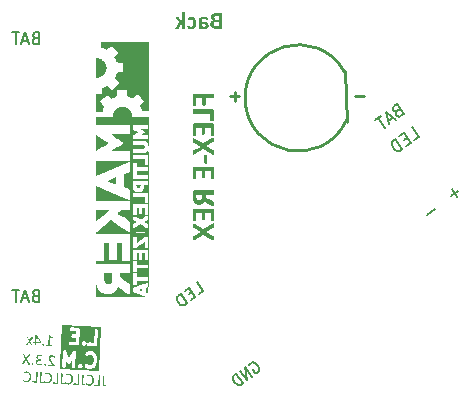
<source format=gbr>
%TF.GenerationSoftware,KiCad,Pcbnew,7.0.8*%
%TF.CreationDate,2024-03-13T12:39:06-06:00*%
%TF.ProjectId,Flex-E Rex 1_4,466c6578-2d45-4205-9265-7820315f342e,rev?*%
%TF.SameCoordinates,Original*%
%TF.FileFunction,Legend,Bot*%
%TF.FilePolarity,Positive*%
%FSLAX46Y46*%
G04 Gerber Fmt 4.6, Leading zero omitted, Abs format (unit mm)*
G04 Created by KiCad (PCBNEW 7.0.8) date 2024-03-13 12:39:06*
%MOMM*%
%LPD*%
G01*
G04 APERTURE LIST*
%ADD10C,0.000000*%
%ADD11C,0.187500*%
%ADD12C,0.300000*%
%ADD13C,0.200000*%
%ADD14C,0.150000*%
%ADD15C,0.375000*%
%ADD16C,0.250000*%
%ADD17C,0.400000*%
%ADD18C,0.280000*%
G04 APERTURE END LIST*
D10*
G36*
X67837426Y-46818540D02*
G01*
X67836978Y-46834091D01*
X67835665Y-46849594D01*
X67833531Y-46864964D01*
X67830618Y-46880111D01*
X67826972Y-46894948D01*
X67822636Y-46909388D01*
X67817654Y-46923341D01*
X67812070Y-46936721D01*
X67805928Y-46949439D01*
X67799271Y-46961409D01*
X67792145Y-46972541D01*
X67784592Y-46982747D01*
X67776657Y-46991941D01*
X67768383Y-47000035D01*
X67759814Y-47006940D01*
X67750995Y-47012568D01*
X67741901Y-47016598D01*
X67731903Y-47020088D01*
X67721129Y-47023036D01*
X67709709Y-47025439D01*
X67697773Y-47027293D01*
X67685449Y-47028598D01*
X67672867Y-47029349D01*
X67660155Y-47029545D01*
X67647443Y-47029183D01*
X67634861Y-47028260D01*
X67622537Y-47026774D01*
X67610601Y-47024722D01*
X67599181Y-47022102D01*
X67588407Y-47018911D01*
X67578409Y-47015146D01*
X67569315Y-47010805D01*
X67565192Y-47008441D01*
X67561097Y-47005659D01*
X67557036Y-47002476D01*
X67553016Y-46998909D01*
X67549044Y-46994973D01*
X67545126Y-46990686D01*
X67541270Y-46986063D01*
X67537482Y-46981122D01*
X67530138Y-46970348D01*
X67523147Y-46958498D01*
X67516565Y-46945701D01*
X67510445Y-46932091D01*
X67504842Y-46917798D01*
X67499810Y-46902956D01*
X67495403Y-46887694D01*
X67491676Y-46872146D01*
X67488683Y-46856443D01*
X67486478Y-46840716D01*
X67485115Y-46825098D01*
X67484648Y-46809721D01*
X67484648Y-46747984D01*
X67837426Y-46747984D01*
X67837426Y-46818540D01*
G37*
G36*
X68525342Y-40540860D02*
G01*
X68371884Y-40530277D01*
X68302789Y-40525757D01*
X68230553Y-40520576D01*
X68109065Y-40510874D01*
X68001468Y-40502055D01*
X67971481Y-40403277D01*
X67963689Y-40381194D01*
X67953787Y-40355266D01*
X67942150Y-40326445D01*
X67929148Y-40295680D01*
X67915154Y-40263923D01*
X67900540Y-40232125D01*
X67885678Y-40201236D01*
X67870940Y-40172208D01*
X67822653Y-40076958D01*
X67807688Y-40046696D01*
X67802148Y-40034624D01*
X67803023Y-40033007D01*
X67805590Y-40029543D01*
X67815460Y-40017454D01*
X67831077Y-39999123D01*
X67851757Y-39975314D01*
X67905584Y-39914322D01*
X67971481Y-39840596D01*
X68139051Y-39650097D01*
X67860357Y-39371402D01*
X67751436Y-39263116D01*
X67661037Y-39174508D01*
X67598419Y-39114673D01*
X67580422Y-39098388D01*
X67575258Y-39094151D01*
X67572842Y-39092707D01*
X67572095Y-39092933D01*
X67570855Y-39093603D01*
X67566944Y-39096232D01*
X67561215Y-39100509D01*
X67553770Y-39106350D01*
X67534147Y-39122380D01*
X67508901Y-39143640D01*
X67478860Y-39169447D01*
X67444850Y-39199120D01*
X67407698Y-39231975D01*
X67368231Y-39267332D01*
X67174204Y-39440194D01*
X67087773Y-39396096D01*
X67066761Y-39386075D01*
X67041388Y-39374792D01*
X67012584Y-39362641D01*
X66981278Y-39350015D01*
X66948402Y-39337306D01*
X66914884Y-39324907D01*
X66881657Y-39313211D01*
X66849648Y-39302610D01*
X66793965Y-39285574D01*
X66771974Y-39278631D01*
X66753433Y-39271825D01*
X66745351Y-39268259D01*
X66738003Y-39264471D01*
X66731349Y-39260375D01*
X66725345Y-39255885D01*
X66719950Y-39250915D01*
X66715122Y-39245381D01*
X66710817Y-39239196D01*
X66706993Y-39232275D01*
X66703609Y-39224533D01*
X66700622Y-39215883D01*
X66697990Y-39206241D01*
X66695669Y-39195520D01*
X66693619Y-39183635D01*
X66691797Y-39170500D01*
X66688666Y-39140140D01*
X66685937Y-39103754D01*
X66683274Y-39060658D01*
X66676787Y-38951596D01*
X66664440Y-38748749D01*
X66262273Y-38743457D01*
X65861870Y-38739930D01*
X65860106Y-38875749D01*
X65858150Y-38939470D01*
X65855035Y-39011128D01*
X65850929Y-39082124D01*
X65848555Y-39114687D01*
X65845995Y-39143860D01*
X65835412Y-39272624D01*
X65696065Y-39323777D01*
X65666378Y-39335122D01*
X65634852Y-39347727D01*
X65602458Y-39361201D01*
X65570167Y-39375150D01*
X65538951Y-39389182D01*
X65509782Y-39402904D01*
X65483630Y-39415923D01*
X65461468Y-39427847D01*
X65366218Y-39482527D01*
X65212759Y-39344944D01*
X65092594Y-39237567D01*
X65046816Y-39197356D01*
X65030180Y-39183152D01*
X65018732Y-39173846D01*
X64978162Y-39138569D01*
X64706523Y-39410207D01*
X64600552Y-39517446D01*
X64513598Y-39607983D01*
X64480094Y-39644043D01*
X64454756Y-39672393D01*
X64438719Y-39691854D01*
X64434544Y-39697884D01*
X64433121Y-39701249D01*
X64433341Y-39702482D01*
X64433995Y-39704187D01*
X64436559Y-39708963D01*
X64440725Y-39715469D01*
X64446405Y-39723601D01*
X64453511Y-39733252D01*
X64461956Y-39744316D01*
X64482509Y-39770261D01*
X64507362Y-39800588D01*
X64535812Y-39834450D01*
X64567155Y-39871000D01*
X64600690Y-39909388D01*
X64665568Y-39983416D01*
X64718870Y-40045208D01*
X64754975Y-40088478D01*
X64764821Y-40101204D01*
X64767385Y-40104996D01*
X64768259Y-40106944D01*
X64767954Y-40108235D01*
X64767057Y-40110743D01*
X64763602Y-40119153D01*
X64758120Y-40131655D01*
X64750841Y-40147734D01*
X64741991Y-40166871D01*
X64731796Y-40188551D01*
X64720486Y-40212257D01*
X64708287Y-40237471D01*
X64695957Y-40264925D01*
X64683069Y-40295046D01*
X64670057Y-40326861D01*
X64657355Y-40359400D01*
X64645397Y-40391691D01*
X64634617Y-40422762D01*
X64625450Y-40451643D01*
X64618329Y-40477360D01*
X64586579Y-40592013D01*
X64494857Y-40592013D01*
X64472949Y-40592251D01*
X64446267Y-40592922D01*
X64382629Y-40595320D01*
X64312046Y-40598710D01*
X64242620Y-40602596D01*
X64080343Y-40614944D01*
X64080343Y-41032985D01*
X65473815Y-41032985D01*
X65473815Y-40950083D01*
X65474883Y-40914765D01*
X65477727Y-40879621D01*
X65482305Y-40844699D01*
X65488574Y-40810050D01*
X65496491Y-40775722D01*
X65506014Y-40741766D01*
X65517101Y-40708230D01*
X65529708Y-40675164D01*
X65543793Y-40642617D01*
X65559313Y-40610639D01*
X65576226Y-40579280D01*
X65594490Y-40548588D01*
X65614060Y-40518613D01*
X65634895Y-40489404D01*
X65680190Y-40433484D01*
X65730032Y-40381222D01*
X65784080Y-40333014D01*
X65812575Y-40310554D01*
X65841994Y-40289256D01*
X65872294Y-40269169D01*
X65903432Y-40250342D01*
X65935366Y-40232826D01*
X65968053Y-40216669D01*
X66001451Y-40201920D01*
X66035517Y-40188630D01*
X66070208Y-40176848D01*
X66105482Y-40166622D01*
X66141295Y-40158004D01*
X66177606Y-40151041D01*
X66236449Y-40143576D01*
X66295708Y-40140936D01*
X66355096Y-40142983D01*
X66414326Y-40149580D01*
X66473112Y-40160590D01*
X66531166Y-40175876D01*
X66588203Y-40195302D01*
X66643935Y-40218730D01*
X66698075Y-40246023D01*
X66750336Y-40277045D01*
X66800433Y-40311658D01*
X66848077Y-40349726D01*
X66892983Y-40391112D01*
X66934863Y-40435678D01*
X66973430Y-40483288D01*
X67008398Y-40533805D01*
X67021412Y-40555336D01*
X67033961Y-40578147D01*
X67045993Y-40602068D01*
X67057456Y-40626932D01*
X67068300Y-40652572D01*
X67078471Y-40678819D01*
X67087920Y-40705505D01*
X67096593Y-40732463D01*
X67104439Y-40759524D01*
X67111406Y-40786520D01*
X67117444Y-40813283D01*
X67122500Y-40839647D01*
X67126522Y-40865441D01*
X67129459Y-40890500D01*
X67131259Y-40914654D01*
X67131870Y-40937735D01*
X67131870Y-41032985D01*
X67181259Y-41032985D01*
X67183023Y-41032985D01*
X68525342Y-41032985D01*
X68523578Y-42273000D01*
X68517625Y-43124296D01*
X68512913Y-43365149D01*
X68510339Y-43422665D01*
X68509025Y-43433607D01*
X68507703Y-43431874D01*
X68501288Y-43399369D01*
X68493916Y-43368615D01*
X68485542Y-43339546D01*
X68476119Y-43312095D01*
X68465600Y-43286194D01*
X68453939Y-43261776D01*
X68441090Y-43238774D01*
X68427006Y-43217121D01*
X68411640Y-43196749D01*
X68394945Y-43177592D01*
X68376877Y-43159582D01*
X68357387Y-43142652D01*
X68336430Y-43126734D01*
X68313958Y-43111763D01*
X68289926Y-43097670D01*
X68264287Y-43084388D01*
X68163745Y-43034999D01*
X67675148Y-43029707D01*
X67184787Y-43024416D01*
X67184787Y-43378957D01*
X67616940Y-43378957D01*
X67778656Y-43379471D01*
X67903599Y-43381741D01*
X67953967Y-43383877D01*
X67997165Y-43386864D01*
X68033866Y-43390837D01*
X68064747Y-43395935D01*
X68090481Y-43402293D01*
X68111742Y-43410049D01*
X68129204Y-43419340D01*
X68143543Y-43430303D01*
X68155433Y-43443074D01*
X68165547Y-43457791D01*
X68174561Y-43474591D01*
X68183148Y-43493610D01*
X68187447Y-43504191D01*
X68191079Y-43514181D01*
X68194039Y-43523690D01*
X68196322Y-43532829D01*
X68197923Y-43541710D01*
X68198837Y-43550444D01*
X68199035Y-43554790D01*
X68199058Y-43559142D01*
X68198908Y-43563511D01*
X68198582Y-43567914D01*
X68197403Y-43576873D01*
X68195516Y-43586128D01*
X68192916Y-43595792D01*
X68189597Y-43605975D01*
X68185555Y-43616789D01*
X68180785Y-43628344D01*
X68175280Y-43640752D01*
X68169037Y-43654124D01*
X68165831Y-43660554D01*
X68162451Y-43666623D01*
X68158825Y-43672340D01*
X68154881Y-43677716D01*
X68150548Y-43682761D01*
X68145755Y-43687486D01*
X68140431Y-43691901D01*
X68134503Y-43696017D01*
X68127901Y-43699842D01*
X68120554Y-43703389D01*
X68112389Y-43706667D01*
X68103335Y-43709687D01*
X68093322Y-43712458D01*
X68082278Y-43714992D01*
X68070131Y-43717299D01*
X68056809Y-43719388D01*
X68042243Y-43721271D01*
X68026360Y-43722957D01*
X68009088Y-43724458D01*
X67990357Y-43725782D01*
X67970095Y-43726942D01*
X67948231Y-43727946D01*
X67924693Y-43728805D01*
X67899410Y-43729530D01*
X67843323Y-43730619D01*
X67779400Y-43731294D01*
X67707069Y-43731639D01*
X67625759Y-43731735D01*
X67184787Y-43731735D01*
X67184787Y-44084512D01*
X67648690Y-44084512D01*
X67818609Y-44083892D01*
X67953677Y-44081536D01*
X68059393Y-44076699D01*
X68102963Y-44073118D01*
X68141256Y-44068638D01*
X68174960Y-44063165D01*
X68204763Y-44056608D01*
X68231351Y-44048872D01*
X68255412Y-44039865D01*
X68277634Y-44029493D01*
X68298703Y-44017664D01*
X68319308Y-44004285D01*
X68340134Y-43989263D01*
X68355154Y-43976789D01*
X68369759Y-43963222D01*
X68383903Y-43948626D01*
X68397543Y-43933067D01*
X68410636Y-43916608D01*
X68423137Y-43899315D01*
X68435002Y-43881252D01*
X68446188Y-43862484D01*
X68456650Y-43843075D01*
X68466345Y-43823089D01*
X68475229Y-43802592D01*
X68483257Y-43781648D01*
X68490386Y-43760322D01*
X68496572Y-43738677D01*
X68501771Y-43716780D01*
X68505940Y-43694694D01*
X68512168Y-44106396D01*
X68517405Y-45357159D01*
X68523578Y-49945915D01*
X68520933Y-54644915D01*
X68507703Y-56290624D01*
X68506872Y-56290382D01*
X68506032Y-56289667D01*
X68505185Y-56288487D01*
X68504334Y-56286855D01*
X68502626Y-56282275D01*
X68500924Y-56276016D01*
X68499242Y-56268166D01*
X68497596Y-56258812D01*
X68496001Y-56248041D01*
X68494474Y-56235943D01*
X68493030Y-56222605D01*
X68491684Y-56208114D01*
X68490451Y-56192558D01*
X68489348Y-56176026D01*
X68488389Y-56158605D01*
X68487591Y-56140383D01*
X68486968Y-56121448D01*
X68486537Y-56101888D01*
X68481245Y-55913150D01*
X68370120Y-55877872D01*
X68260759Y-55842595D01*
X68260759Y-55452776D01*
X68375412Y-55419261D01*
X68490065Y-55387512D01*
X68490065Y-55202304D01*
X68489861Y-55146328D01*
X68489100Y-55103086D01*
X68487553Y-55071088D01*
X68486414Y-55058840D01*
X68484993Y-55048846D01*
X68483263Y-55040919D01*
X68481194Y-55034873D01*
X68478757Y-55030522D01*
X68475926Y-55027679D01*
X68472671Y-55026160D01*
X68468963Y-55025778D01*
X68464775Y-55026346D01*
X68460079Y-55027679D01*
X67810967Y-55255222D01*
X67193606Y-55472179D01*
X67188315Y-55650333D01*
X67183023Y-55828485D01*
X67232412Y-55846124D01*
X67440771Y-55918443D01*
X67872704Y-56070137D01*
X68292068Y-56217863D01*
X68421383Y-56264605D01*
X68470662Y-56283566D01*
X68298490Y-56286158D01*
X67824858Y-56288418D01*
X66262273Y-56290624D01*
X64045065Y-56290624D01*
X64045065Y-53468401D01*
X64062704Y-53468401D01*
X64062704Y-54205707D01*
X64064109Y-54562150D01*
X64068657Y-54817555D01*
X64072264Y-54914035D01*
X64076843Y-54993255D01*
X64082455Y-55057881D01*
X64089162Y-55110580D01*
X64108192Y-55215518D01*
X64132839Y-55314003D01*
X64147255Y-55360813D01*
X64163057Y-55405993D01*
X64180240Y-55449539D01*
X64198799Y-55491443D01*
X64218727Y-55531702D01*
X64240019Y-55570310D01*
X64262668Y-55607261D01*
X64286669Y-55642549D01*
X64312017Y-55676169D01*
X64338705Y-55708117D01*
X64366728Y-55738385D01*
X64396079Y-55766969D01*
X64426753Y-55793863D01*
X64458744Y-55819062D01*
X64492047Y-55842560D01*
X64526655Y-55864351D01*
X64562563Y-55884431D01*
X64599764Y-55902794D01*
X64638254Y-55919434D01*
X64678025Y-55934345D01*
X64719074Y-55947523D01*
X64761392Y-55958962D01*
X64804976Y-55968656D01*
X64849819Y-55976600D01*
X64895914Y-55982788D01*
X64943257Y-55987214D01*
X64991842Y-55989874D01*
X65041662Y-55990762D01*
X65096900Y-55989925D01*
X65149611Y-55987372D01*
X65199955Y-55983042D01*
X65248092Y-55976872D01*
X65294183Y-55968800D01*
X65338388Y-55958764D01*
X65380867Y-55946703D01*
X65421780Y-55932554D01*
X65461288Y-55916255D01*
X65499550Y-55897744D01*
X65536727Y-55876960D01*
X65572978Y-55853840D01*
X65608466Y-55828322D01*
X65643348Y-55800344D01*
X65677786Y-55769845D01*
X65711940Y-55736762D01*
X65723336Y-55725432D01*
X65734981Y-55713345D01*
X65758683Y-55687345D01*
X65782385Y-55659650D01*
X65805426Y-55631149D01*
X65827144Y-55602731D01*
X65846877Y-55575284D01*
X65863965Y-55549697D01*
X65871310Y-55537880D01*
X65877745Y-55526860D01*
X65935954Y-55426317D01*
X66149384Y-55572720D01*
X66641509Y-55909624D01*
X66920204Y-56098358D01*
X66920204Y-55161734D01*
X66488051Y-54875984D01*
X66057662Y-54588470D01*
X66055898Y-54426193D01*
X66055898Y-54262151D01*
X66920204Y-54262151D01*
X66920204Y-54226872D01*
X67184787Y-54226872D01*
X67184787Y-55214650D01*
X67502287Y-55214650D01*
X67502287Y-54879512D01*
X68490065Y-54879512D01*
X68490065Y-54544373D01*
X67502287Y-54544373D01*
X67502287Y-54226872D01*
X67184787Y-54226872D01*
X66920204Y-54226872D01*
X66920204Y-53468401D01*
X64062704Y-53468401D01*
X64045065Y-53468401D01*
X64045065Y-51554582D01*
X64046024Y-50910762D01*
X64062704Y-50910762D01*
X64062704Y-53221457D01*
X64750620Y-53221457D01*
X64750620Y-51704512D01*
X65173954Y-51704512D01*
X65173954Y-53080345D01*
X65808954Y-53080345D01*
X65808954Y-51704512D01*
X66232287Y-51704512D01*
X66232287Y-53239095D01*
X66920204Y-53239095D01*
X66920204Y-53186179D01*
X67184787Y-53186179D01*
X67184787Y-54156317D01*
X67502287Y-54156317D01*
X67502287Y-53838817D01*
X68490065Y-53838817D01*
X68490065Y-53503679D01*
X67502287Y-53503679D01*
X67502287Y-53186179D01*
X67184787Y-53186179D01*
X66920204Y-53186179D01*
X66920204Y-52233679D01*
X67184787Y-52233679D01*
X67184787Y-53133263D01*
X67502287Y-53133263D01*
X67502287Y-52568817D01*
X67696315Y-52568817D01*
X67696315Y-53080345D01*
X67978537Y-53080345D01*
X67978537Y-52568817D01*
X68190204Y-52568817D01*
X68190204Y-53133263D01*
X68490065Y-53133263D01*
X68490065Y-52233679D01*
X67184787Y-52233679D01*
X66920204Y-52233679D01*
X66920204Y-52145485D01*
X67184787Y-52145485D01*
X67451134Y-52145485D01*
X67821551Y-51880901D01*
X68190204Y-51616318D01*
X68190204Y-52145485D01*
X68490065Y-52145485D01*
X68490065Y-51157707D01*
X68227245Y-51157707D01*
X67869176Y-51413470D01*
X67511107Y-51669234D01*
X67505815Y-51422290D01*
X67500523Y-51175345D01*
X67184787Y-51175345D01*
X67184787Y-52145485D01*
X66920204Y-52145485D01*
X66920204Y-50910762D01*
X64062704Y-50910762D01*
X64046024Y-50910762D01*
X64046103Y-50857846D01*
X67431731Y-50857846D01*
X67766870Y-50857846D01*
X67766870Y-51192984D01*
X67907981Y-51192984D01*
X67907981Y-50857846D01*
X68243120Y-50857846D01*
X68243120Y-50716734D01*
X67907981Y-50716734D01*
X67907981Y-50381595D01*
X67766870Y-50381595D01*
X67766870Y-50716734D01*
X67431731Y-50716734D01*
X67431731Y-50857846D01*
X64046103Y-50857846D01*
X64050228Y-48088541D01*
X64062704Y-48088541D01*
X64062704Y-48882291D01*
X64627148Y-48885819D01*
X65191593Y-48891110D01*
X64627148Y-49367360D01*
X64064468Y-49843610D01*
X64064468Y-50326915D01*
X64064165Y-50595247D01*
X64065181Y-50679514D01*
X64067334Y-50736578D01*
X64070893Y-50770988D01*
X64073283Y-50781118D01*
X64076126Y-50787290D01*
X64079454Y-50790072D01*
X64083302Y-50790032D01*
X64087703Y-50787739D01*
X64092690Y-50783762D01*
X64151449Y-50733133D01*
X64287600Y-50614208D01*
X64480635Y-50444682D01*
X64710051Y-50242249D01*
X65297426Y-49727193D01*
X66024148Y-50228137D01*
X66837301Y-50785527D01*
X66920204Y-50841971D01*
X66916676Y-50351610D01*
X66915721Y-50263414D01*
X67184787Y-50263414D01*
X67184980Y-50317671D01*
X67185669Y-50360787D01*
X67187019Y-50393857D01*
X67187994Y-50406967D01*
X67189197Y-50417976D01*
X67190647Y-50427021D01*
X67192366Y-50434240D01*
X67194375Y-50439769D01*
X67196693Y-50443745D01*
X67199342Y-50446306D01*
X67202343Y-50447587D01*
X67205716Y-50447726D01*
X67209481Y-50446860D01*
X67220668Y-50441447D01*
X67242747Y-50429689D01*
X67314212Y-50390194D01*
X67413128Y-50334494D01*
X67528745Y-50268707D01*
X67738207Y-50148982D01*
X67803085Y-50112685D01*
X67821365Y-50102815D01*
X67828606Y-50099373D01*
X67830691Y-50100207D01*
X67835528Y-50102653D01*
X67852887Y-50112051D01*
X67907981Y-50142969D01*
X67914375Y-50146557D01*
X68003975Y-50197600D01*
X68112592Y-50259888D01*
X68325141Y-50380273D01*
X68400823Y-50422606D01*
X68442440Y-50445096D01*
X68490065Y-50471555D01*
X68490065Y-50071152D01*
X68313676Y-49984720D01*
X68278243Y-49967095D01*
X68245187Y-49950214D01*
X68215232Y-49934491D01*
X68189101Y-49920338D01*
X68167518Y-49908170D01*
X68151205Y-49898400D01*
X68140887Y-49891441D01*
X68138202Y-49889144D01*
X68137287Y-49887706D01*
X68137517Y-49887097D01*
X68138202Y-49886268D01*
X68140887Y-49883972D01*
X68145251Y-49880870D01*
X68151205Y-49877013D01*
X68158657Y-49872454D01*
X68167518Y-49867243D01*
X68189101Y-49855075D01*
X68215232Y-49840922D01*
X68245187Y-49825199D01*
X68278243Y-49808318D01*
X68313676Y-49790692D01*
X68490065Y-49704263D01*
X68490065Y-49513762D01*
X68489824Y-49475697D01*
X68489128Y-49440093D01*
X68488018Y-49407754D01*
X68486537Y-49379486D01*
X68484725Y-49356098D01*
X68482623Y-49338393D01*
X68481477Y-49331924D01*
X68480274Y-49327179D01*
X68479019Y-49324258D01*
X68478374Y-49323513D01*
X68477718Y-49323262D01*
X68474809Y-49324177D01*
X68468839Y-49326862D01*
X68448365Y-49337180D01*
X68417597Y-49353493D01*
X68377837Y-49375076D01*
X68276551Y-49431162D01*
X68154926Y-49499651D01*
X68033025Y-49568139D01*
X67931132Y-49624226D01*
X67859998Y-49662122D01*
X67839324Y-49672441D01*
X67830370Y-49676041D01*
X67827504Y-49675166D01*
X67821661Y-49672602D01*
X67801707Y-49662756D01*
X67771831Y-49647205D01*
X67733356Y-49626651D01*
X67687605Y-49601798D01*
X67635901Y-49573348D01*
X67579567Y-49542005D01*
X67519926Y-49508470D01*
X67403619Y-49443592D01*
X67305172Y-49390290D01*
X67235168Y-49354185D01*
X67214139Y-49344339D01*
X67207697Y-49341775D01*
X67204190Y-49340901D01*
X67203048Y-49341087D01*
X67201937Y-49341645D01*
X67200858Y-49342576D01*
X67199811Y-49343878D01*
X67198796Y-49345552D01*
X67197814Y-49347599D01*
X67196865Y-49350017D01*
X67195949Y-49352808D01*
X67194218Y-49359505D01*
X67192625Y-49367691D01*
X67191170Y-49377364D01*
X67189858Y-49388527D01*
X67188691Y-49401177D01*
X67187671Y-49415316D01*
X67186800Y-49430943D01*
X67186082Y-49448058D01*
X67185520Y-49466661D01*
X67185114Y-49486753D01*
X67184869Y-49508333D01*
X67184787Y-49531401D01*
X67184787Y-49721902D01*
X67364703Y-49806569D01*
X67546384Y-49891235D01*
X67364703Y-49981192D01*
X67184787Y-50072916D01*
X67184787Y-50263414D01*
X66915721Y-50263414D01*
X66911384Y-49863013D01*
X66408676Y-49520818D01*
X66212967Y-49387782D01*
X66052150Y-49276740D01*
X65942596Y-49199101D01*
X65912158Y-49176374D01*
X65900676Y-49166277D01*
X65900700Y-49165281D01*
X65901098Y-49163953D01*
X65901861Y-49162303D01*
X65902981Y-49160341D01*
X65906253Y-49155514D01*
X65910846Y-49149547D01*
X65916689Y-49142516D01*
X65923713Y-49134495D01*
X65931848Y-49125560D01*
X65941025Y-49115785D01*
X65951173Y-49105245D01*
X65962222Y-49094015D01*
X65986748Y-49069786D01*
X66014044Y-49043697D01*
X66028556Y-49030142D01*
X66043551Y-49016347D01*
X66191718Y-48882291D01*
X66920204Y-48882291D01*
X66920204Y-48388402D01*
X67184787Y-48388402D01*
X67184787Y-49287984D01*
X67502287Y-49287984D01*
X67502287Y-48723540D01*
X67696315Y-48723540D01*
X67696315Y-49235068D01*
X67978537Y-49235068D01*
X67978537Y-48723540D01*
X68190204Y-48723540D01*
X68190204Y-49287984D01*
X68477718Y-49287984D01*
X68490065Y-49287984D01*
X68490065Y-48388402D01*
X67184787Y-48388402D01*
X66920204Y-48388402D01*
X66920204Y-48088541D01*
X64062704Y-48088541D01*
X64050228Y-48088541D01*
X64052120Y-46818540D01*
X64062704Y-46822968D01*
X64467957Y-46992504D01*
X65457940Y-47411208D01*
X66888454Y-48012694D01*
X66891183Y-48013402D01*
X66892487Y-48013655D01*
X66893752Y-48013830D01*
X66894977Y-48013921D01*
X66896165Y-48013918D01*
X66897315Y-48013815D01*
X66898427Y-48013603D01*
X66899503Y-48013275D01*
X66900543Y-48012823D01*
X66901548Y-48012239D01*
X66902519Y-48011515D01*
X66903455Y-48010644D01*
X66904358Y-48009618D01*
X66905227Y-48008430D01*
X66906065Y-48007071D01*
X66906871Y-48005533D01*
X66907646Y-48003810D01*
X66908390Y-48001893D01*
X66909105Y-47999774D01*
X66909790Y-47997446D01*
X66910447Y-47994901D01*
X66911076Y-47992131D01*
X66911677Y-47989129D01*
X66912252Y-47985886D01*
X66912800Y-47982395D01*
X66913820Y-47974639D01*
X66914743Y-47965797D01*
X66915573Y-47955808D01*
X66916316Y-47944609D01*
X66916975Y-47932140D01*
X66917556Y-47918337D01*
X66918064Y-47903139D01*
X66918504Y-47886484D01*
X66918879Y-47868309D01*
X66919196Y-47848553D01*
X66919460Y-47827154D01*
X66919843Y-47779178D01*
X66920069Y-47723884D01*
X66920177Y-47660777D01*
X66920204Y-47589360D01*
X66920204Y-47453540D01*
X67184787Y-47453540D01*
X67184787Y-47806319D01*
X68172565Y-47806319D01*
X68172565Y-48300206D01*
X68490065Y-48300206D01*
X68490065Y-47453540D01*
X67184787Y-47453540D01*
X66920204Y-47453540D01*
X66920204Y-47157207D01*
X66664440Y-47054902D01*
X66408676Y-46950832D01*
X66412204Y-46414610D01*
X66412395Y-46395207D01*
X67181259Y-46395207D01*
X67184787Y-46556612D01*
X67188315Y-46717999D01*
X67190358Y-46814368D01*
X67192752Y-46891328D01*
X67195849Y-46952124D01*
X67200000Y-47000000D01*
X67202581Y-47020108D01*
X67205557Y-47038203D01*
X67208973Y-47054691D01*
X67212871Y-47069977D01*
X67217297Y-47084468D01*
X67222293Y-47098568D01*
X67234176Y-47127221D01*
X67248801Y-47156932D01*
X67264279Y-47184578D01*
X67280677Y-47210204D01*
X67289242Y-47222273D01*
X67298062Y-47233853D01*
X67307145Y-47244950D01*
X67316501Y-47255570D01*
X67326136Y-47265717D01*
X67336061Y-47275398D01*
X67346283Y-47284617D01*
X67356810Y-47293381D01*
X67367651Y-47301694D01*
X67378815Y-47309563D01*
X67390309Y-47316992D01*
X67402142Y-47323988D01*
X67414323Y-47330555D01*
X67426860Y-47336700D01*
X67439761Y-47342427D01*
X67453035Y-47347742D01*
X67466690Y-47352652D01*
X67480734Y-47357160D01*
X67495177Y-47361273D01*
X67510026Y-47364996D01*
X67540975Y-47371295D01*
X67573651Y-47376101D01*
X67608120Y-47379456D01*
X67636686Y-47380873D01*
X67664501Y-47381160D01*
X67691558Y-47380323D01*
X67717850Y-47378368D01*
X67743371Y-47375302D01*
X67768114Y-47371131D01*
X67792073Y-47365863D01*
X67815239Y-47359503D01*
X67837608Y-47352057D01*
X67859171Y-47343533D01*
X67879922Y-47333936D01*
X67899854Y-47323274D01*
X67918961Y-47311552D01*
X67937236Y-47298778D01*
X67954671Y-47284957D01*
X67971261Y-47270096D01*
X67986998Y-47254201D01*
X68001875Y-47237280D01*
X68015887Y-47219337D01*
X68029025Y-47200381D01*
X68041283Y-47180417D01*
X68052655Y-47159452D01*
X68063134Y-47137491D01*
X68072712Y-47114543D01*
X68081384Y-47090613D01*
X68089141Y-47065707D01*
X68095979Y-47039833D01*
X68101889Y-47012996D01*
X68106865Y-46985202D01*
X68110900Y-46956460D01*
X68113987Y-46926774D01*
X68116120Y-46896152D01*
X68124940Y-46747984D01*
X68490065Y-46747984D01*
X68490065Y-46395207D01*
X67181259Y-46395207D01*
X66412395Y-46395207D01*
X66416732Y-45954235D01*
X67184787Y-45954235D01*
X67184787Y-46289374D01*
X68490065Y-46289374D01*
X68490065Y-45954235D01*
X67184787Y-45954235D01*
X66416732Y-45954235D01*
X66417495Y-45876624D01*
X66664440Y-45777846D01*
X66911384Y-45679069D01*
X66916676Y-45250444D01*
X66917888Y-45040237D01*
X66917296Y-44966151D01*
X66915794Y-44910233D01*
X66914892Y-44895902D01*
X67184787Y-44895902D01*
X67184787Y-45883679D01*
X67502287Y-45883679D01*
X67502287Y-45566179D01*
X68490065Y-45566179D01*
X68490065Y-45213402D01*
X67502287Y-45213402D01*
X67502287Y-44895902D01*
X67184787Y-44895902D01*
X66914892Y-44895902D01*
X66913300Y-44870604D01*
X66909730Y-44845383D01*
X66907517Y-44837587D01*
X66905004Y-44832687D01*
X66902180Y-44830449D01*
X66899037Y-44830637D01*
X65475579Y-45432124D01*
X64481848Y-45850827D01*
X64060940Y-46024790D01*
X64055042Y-45574806D01*
X64050798Y-44349757D01*
X64049348Y-41703263D01*
X64062704Y-41703263D01*
X64062704Y-42542874D01*
X64600690Y-42874485D01*
X64809132Y-43004655D01*
X64978383Y-43112831D01*
X65042885Y-43155312D01*
X65091079Y-43188264D01*
X65120793Y-43210344D01*
X65128041Y-43216887D01*
X65129857Y-43220207D01*
X65126451Y-43223196D01*
X65117740Y-43229402D01*
X65085511Y-43250772D01*
X64969563Y-43324497D01*
X64799706Y-43430303D01*
X64593634Y-43557110D01*
X64064468Y-43881666D01*
X64062704Y-44310291D01*
X64062704Y-44737151D01*
X66920204Y-44737151D01*
X66920204Y-44207985D01*
X67184787Y-44207985D01*
X67184787Y-44560763D01*
X68172565Y-44560763D01*
X68172565Y-45072290D01*
X68490065Y-45072290D01*
X68490065Y-44207985D01*
X67184787Y-44207985D01*
X66920204Y-44207985D01*
X66920204Y-43925763D01*
X66131745Y-43922234D01*
X65341523Y-43916943D01*
X65868926Y-43572985D01*
X66074722Y-43437331D01*
X66243973Y-43323836D01*
X66359315Y-43244075D01*
X66391344Y-43220462D01*
X66403384Y-43209624D01*
X66403008Y-43208336D01*
X66401239Y-43206142D01*
X66393662Y-43199137D01*
X66380928Y-43188803D01*
X66363311Y-43175338D01*
X66314521Y-43139799D01*
X66249485Y-43094089D01*
X66170392Y-43039781D01*
X66079435Y-42978444D01*
X65978804Y-42911651D01*
X65870690Y-42840971D01*
X65334467Y-42488194D01*
X66126454Y-42482902D01*
X66920204Y-42479374D01*
X66920204Y-41703263D01*
X64062704Y-41703263D01*
X64049348Y-41703263D01*
X64049338Y-41685624D01*
X67183023Y-41685624D01*
X67188315Y-41863777D01*
X67193606Y-42041930D01*
X67408801Y-42160110D01*
X67493936Y-42206991D01*
X67564685Y-42246761D01*
X67634579Y-42287110D01*
X67634612Y-42287760D01*
X67634060Y-42288712D01*
X67631254Y-42291492D01*
X67626273Y-42295389D01*
X67619227Y-42300339D01*
X67610228Y-42306282D01*
X67599387Y-42313155D01*
X67572622Y-42329444D01*
X67539821Y-42348709D01*
X67501874Y-42370454D01*
X67459668Y-42394184D01*
X67414092Y-42419402D01*
X67184787Y-42541110D01*
X67184787Y-42902707D01*
X68490065Y-42902707D01*
X68490065Y-42549930D01*
X68160217Y-42546402D01*
X67828606Y-42541110D01*
X68029689Y-42426457D01*
X68070393Y-42402900D01*
X68108596Y-42380210D01*
X68143450Y-42358926D01*
X68174108Y-42339586D01*
X68199722Y-42322726D01*
X68219445Y-42308883D01*
X68232430Y-42298596D01*
X68236131Y-42294954D01*
X68237829Y-42292402D01*
X68237877Y-42291416D01*
X68237371Y-42290120D01*
X68236324Y-42288520D01*
X68234749Y-42286628D01*
X68230069Y-42281999D01*
X68223442Y-42276306D01*
X68214975Y-42269621D01*
X68204776Y-42262016D01*
X68192955Y-42253564D01*
X68179620Y-42244336D01*
X68164880Y-42234405D01*
X68148842Y-42223845D01*
X68113309Y-42201121D01*
X68073890Y-42176743D01*
X68031453Y-42151290D01*
X67818023Y-42029582D01*
X68153162Y-42024290D01*
X68490065Y-42020763D01*
X68490065Y-41685624D01*
X67183023Y-41685624D01*
X64049338Y-41685624D01*
X64048593Y-40323902D01*
X64057412Y-35323277D01*
X64062704Y-36023541D01*
X64147371Y-36023541D01*
X64182528Y-36024454D01*
X64217522Y-36027162D01*
X64252303Y-36031623D01*
X64286821Y-36037793D01*
X64321026Y-36045629D01*
X64354869Y-36055086D01*
X64388300Y-36066121D01*
X64421269Y-36078690D01*
X64453727Y-36092751D01*
X64485623Y-36108258D01*
X64516908Y-36125169D01*
X64547532Y-36143441D01*
X64577446Y-36163029D01*
X64606599Y-36183889D01*
X64662426Y-36229255D01*
X64714615Y-36279188D01*
X64762768Y-36333341D01*
X64785207Y-36361891D01*
X64806487Y-36391365D01*
X64826560Y-36421719D01*
X64845374Y-36452910D01*
X64862882Y-36484895D01*
X64879032Y-36517629D01*
X64893775Y-36551068D01*
X64907062Y-36585171D01*
X64918843Y-36619892D01*
X64929067Y-36655189D01*
X64937685Y-36691017D01*
X64944648Y-36727333D01*
X64950833Y-36773390D01*
X64954195Y-36819551D01*
X64954760Y-36865712D01*
X64952558Y-36911769D01*
X64947618Y-36957620D01*
X64939966Y-37003161D01*
X64929633Y-37048288D01*
X64916647Y-37092899D01*
X64901035Y-37136889D01*
X64882826Y-37180156D01*
X64862049Y-37222596D01*
X64838732Y-37264106D01*
X64812904Y-37304583D01*
X64784593Y-37343922D01*
X64753827Y-37382022D01*
X64720634Y-37418777D01*
X64690053Y-37449343D01*
X64658543Y-37478181D01*
X64626171Y-37505256D01*
X64593001Y-37530536D01*
X64559096Y-37553986D01*
X64524522Y-37575574D01*
X64489344Y-37595265D01*
X64453626Y-37613025D01*
X64417432Y-37628823D01*
X64380827Y-37642622D01*
X64343877Y-37654391D01*
X64306644Y-37664096D01*
X64269195Y-37671702D01*
X64231593Y-37677177D01*
X64193903Y-37680486D01*
X64156190Y-37681597D01*
X64062704Y-37681597D01*
X64062704Y-39075069D01*
X64553065Y-39075069D01*
X64563648Y-38921610D01*
X64584815Y-38657027D01*
X64593634Y-38547666D01*
X64692412Y-38517680D01*
X64714492Y-38509891D01*
X64740395Y-38500014D01*
X64769152Y-38488441D01*
X64799789Y-38475567D01*
X64831336Y-38461783D01*
X64862820Y-38447483D01*
X64893271Y-38433058D01*
X64921718Y-38418902D01*
X64973229Y-38392802D01*
X65016306Y-38371498D01*
X65046485Y-38357138D01*
X65055343Y-38353235D01*
X65059301Y-38351874D01*
X65060938Y-38352748D01*
X65064458Y-38355312D01*
X65076747Y-38365158D01*
X65095361Y-38380710D01*
X65119494Y-38401263D01*
X65181092Y-38454566D01*
X65255092Y-38519444D01*
X65445593Y-38687013D01*
X65724287Y-38410083D01*
X65832573Y-38301162D01*
X65921181Y-38210763D01*
X65981016Y-38148145D01*
X65997300Y-38130148D01*
X66001538Y-38124984D01*
X66002981Y-38122569D01*
X66002756Y-38121821D01*
X66002086Y-38120581D01*
X65999457Y-38116671D01*
X65995180Y-38110941D01*
X65989339Y-38103497D01*
X65973309Y-38083873D01*
X65952049Y-38058628D01*
X65926242Y-38028587D01*
X65896569Y-37994577D01*
X65863713Y-37957425D01*
X65828356Y-37917958D01*
X65655496Y-37723930D01*
X65696065Y-37641027D01*
X65705511Y-37621176D01*
X65716405Y-37596654D01*
X65728373Y-37568411D01*
X65741044Y-37537399D01*
X65754046Y-37504567D01*
X65767006Y-37470867D01*
X65779553Y-37437250D01*
X65791315Y-37404666D01*
X65842468Y-37249444D01*
X65944773Y-37238861D01*
X65967938Y-37236301D01*
X65994493Y-37233927D01*
X66023528Y-37231760D01*
X66054134Y-37229820D01*
X66116422Y-37226706D01*
X66174079Y-37224749D01*
X66199772Y-37223929D01*
X66224846Y-37222820D01*
X66248679Y-37221463D01*
X66270652Y-37219899D01*
X66290144Y-37218169D01*
X66306536Y-37216316D01*
X66319207Y-37214380D01*
X66327537Y-37212402D01*
X66329790Y-37211439D01*
X66331923Y-37210172D01*
X66333939Y-37208557D01*
X66335840Y-37206549D01*
X66337629Y-37204103D01*
X66339311Y-37201174D01*
X66340889Y-37197718D01*
X66342365Y-37193689D01*
X66343742Y-37189042D01*
X66345025Y-37183733D01*
X66346216Y-37177716D01*
X66347319Y-37170947D01*
X66348336Y-37163382D01*
X66349271Y-37154974D01*
X66350128Y-37145679D01*
X66350909Y-37135453D01*
X66351617Y-37124249D01*
X66352256Y-37112025D01*
X66353341Y-37084331D01*
X66354187Y-37052012D01*
X66354822Y-37014709D01*
X66355271Y-36972062D01*
X66355559Y-36923713D01*
X66355759Y-36808472D01*
X66355759Y-36416888D01*
X66089412Y-36401013D01*
X65823065Y-36385138D01*
X65768384Y-36235208D01*
X65755806Y-36203206D01*
X65742174Y-36170027D01*
X65727922Y-36136640D01*
X65713483Y-36104019D01*
X65699293Y-36073133D01*
X65685785Y-36044956D01*
X65673393Y-36020458D01*
X65662551Y-36000611D01*
X65614926Y-35914180D01*
X65782495Y-35727208D01*
X65847373Y-35653180D01*
X65900676Y-35591388D01*
X65936781Y-35548118D01*
X65946627Y-35535392D01*
X65949191Y-35531600D01*
X65950065Y-35529652D01*
X65948621Y-35527237D01*
X65944384Y-35522073D01*
X65928099Y-35504076D01*
X65902347Y-35476818D01*
X65868264Y-35441458D01*
X65826989Y-35399152D01*
X65779657Y-35351059D01*
X65671370Y-35242138D01*
X65394440Y-34965208D01*
X65191593Y-35141597D01*
X65151392Y-35176947D01*
X65113403Y-35209754D01*
X65078514Y-35239296D01*
X65047615Y-35264848D01*
X65021594Y-35285688D01*
X65001341Y-35301091D01*
X64987743Y-35310334D01*
X64983718Y-35312420D01*
X64981690Y-35312694D01*
X64947511Y-35295706D01*
X64907028Y-35277003D01*
X64862038Y-35257348D01*
X64814341Y-35237508D01*
X64765734Y-35218247D01*
X64718016Y-35200329D01*
X64672985Y-35184519D01*
X64632440Y-35171583D01*
X64503676Y-35132777D01*
X64503676Y-35042819D01*
X64503438Y-35021494D01*
X64502767Y-34995249D01*
X64500369Y-34932135D01*
X64496979Y-34861745D01*
X64493093Y-34792347D01*
X64480745Y-34630069D01*
X68525342Y-34630069D01*
X68525342Y-40540860D01*
G37*
G36*
X67966846Y-55549918D02*
G01*
X67967491Y-55550298D01*
X67968125Y-55550923D01*
X67968746Y-55551788D01*
X67969354Y-55552885D01*
X67969949Y-55554208D01*
X67971096Y-55557507D01*
X67972180Y-55561632D01*
X67973197Y-55566533D01*
X67974142Y-55572157D01*
X67975009Y-55578453D01*
X67975794Y-55585369D01*
X67976491Y-55592853D01*
X67977094Y-55600855D01*
X67977600Y-55609321D01*
X67978002Y-55618201D01*
X67978296Y-55627442D01*
X67978476Y-55636994D01*
X67978537Y-55646803D01*
X67978299Y-55666165D01*
X67977628Y-55684286D01*
X67976584Y-55700754D01*
X67975230Y-55715154D01*
X67973628Y-55727074D01*
X67971840Y-55736100D01*
X67970895Y-55739399D01*
X67969928Y-55741819D01*
X67968944Y-55743309D01*
X67968450Y-55743689D01*
X67967954Y-55743817D01*
X67950208Y-55739941D01*
X67913301Y-55729679D01*
X67808542Y-55698177D01*
X67706760Y-55665682D01*
X67673573Y-55654179D01*
X67664309Y-55650509D01*
X67661037Y-55648567D01*
X67661790Y-55647993D01*
X67664000Y-55646948D01*
X67672502Y-55643551D01*
X67685966Y-55638584D01*
X67703811Y-55632252D01*
X67725460Y-55624762D01*
X67750334Y-55616322D01*
X67777853Y-55607137D01*
X67807440Y-55597415D01*
X67865483Y-55578812D01*
X67914596Y-55563681D01*
X67949819Y-55553510D01*
X67960671Y-55550751D01*
X67966190Y-55549789D01*
X67966846Y-55549918D01*
G37*
G36*
X65420898Y-54576123D02*
G01*
X65420230Y-54691330D01*
X65417867Y-54785061D01*
X65415881Y-54824861D01*
X65413271Y-54860477D01*
X65409968Y-54892306D01*
X65405905Y-54920743D01*
X65401016Y-54946182D01*
X65395232Y-54969019D01*
X65388488Y-54989649D01*
X65380715Y-55008469D01*
X65371846Y-55025872D01*
X65361815Y-55042255D01*
X65350554Y-55058012D01*
X65337996Y-55073540D01*
X65325746Y-55087518D01*
X65313418Y-55100370D01*
X65300936Y-55112126D01*
X65288221Y-55122818D01*
X65275196Y-55132477D01*
X65268543Y-55136928D01*
X65261783Y-55141132D01*
X65254907Y-55145094D01*
X65247905Y-55148817D01*
X65240768Y-55152304D01*
X65233485Y-55155561D01*
X65226047Y-55158589D01*
X65218444Y-55161395D01*
X65210668Y-55163981D01*
X65202706Y-55166351D01*
X65186193Y-55170459D01*
X65168827Y-55173751D01*
X65150531Y-55176257D01*
X65131228Y-55178009D01*
X65110839Y-55179037D01*
X65089287Y-55179373D01*
X65065754Y-55178831D01*
X65043402Y-55177182D01*
X65022171Y-55174397D01*
X65002002Y-55170444D01*
X64982836Y-55165292D01*
X64964612Y-55158909D01*
X64947273Y-55151267D01*
X64930758Y-55142332D01*
X64915007Y-55132074D01*
X64899962Y-55120462D01*
X64885563Y-55107466D01*
X64871750Y-55093053D01*
X64858464Y-55077193D01*
X64845646Y-55059856D01*
X64833237Y-55041009D01*
X64821176Y-55020622D01*
X64813703Y-55006975D01*
X64807117Y-54994123D01*
X64801352Y-54981540D01*
X64798757Y-54975185D01*
X64796344Y-54968699D01*
X64794104Y-54962016D01*
X64792028Y-54955072D01*
X64790110Y-54947799D01*
X64788341Y-54940132D01*
X64786712Y-54932005D01*
X64785217Y-54923353D01*
X64783845Y-54914108D01*
X64782591Y-54904206D01*
X64780399Y-54882166D01*
X64778577Y-54856705D01*
X64777060Y-54827296D01*
X64775783Y-54793412D01*
X64774682Y-54754526D01*
X64773692Y-54710110D01*
X64771787Y-54602582D01*
X64764732Y-54262151D01*
X65420898Y-54262151D01*
X65420898Y-54576123D01*
G37*
G36*
X65787787Y-46409318D02*
G01*
X65788476Y-46522372D01*
X65788008Y-46616575D01*
X65786547Y-46681674D01*
X65785496Y-46700105D01*
X65784259Y-46707416D01*
X65774871Y-46705834D01*
X65750745Y-46698321D01*
X65666630Y-46668720D01*
X65413402Y-46573801D01*
X65158189Y-46474251D01*
X65071593Y-46438863D01*
X65034606Y-46421665D01*
X65034307Y-46421164D01*
X65034068Y-46420653D01*
X65033890Y-46420133D01*
X65033773Y-46419605D01*
X65033715Y-46419069D01*
X65033715Y-46418526D01*
X65033774Y-46417976D01*
X65033890Y-46417421D01*
X65034063Y-46416860D01*
X65034292Y-46416295D01*
X65034577Y-46415726D01*
X65034917Y-46415154D01*
X65035311Y-46414579D01*
X65035758Y-46414002D01*
X65036259Y-46413424D01*
X65036811Y-46412846D01*
X65037416Y-46412267D01*
X65038071Y-46411689D01*
X65038777Y-46411112D01*
X65039533Y-46410537D01*
X65040338Y-46409965D01*
X65041191Y-46409396D01*
X65042092Y-46408831D01*
X65043040Y-46408270D01*
X65044035Y-46407715D01*
X65045075Y-46407165D01*
X65046161Y-46406622D01*
X65047291Y-46406086D01*
X65048466Y-46405558D01*
X65049683Y-46405038D01*
X65052245Y-46404026D01*
X65429718Y-46255860D01*
X65782495Y-46116513D01*
X65787787Y-46409318D01*
G37*
D11*
G36*
X59850327Y-60333361D02*
G01*
X59850153Y-60343595D01*
X59850943Y-60353750D01*
X59851333Y-60356159D01*
X59853663Y-60365906D01*
X59855919Y-60371319D01*
X59862255Y-60379061D01*
X59863302Y-60379777D01*
X59872443Y-60382702D01*
X60336112Y-60407001D01*
X60345265Y-60405035D01*
X60352948Y-60398394D01*
X60353736Y-60397408D01*
X60358382Y-60388578D01*
X60360369Y-60382837D01*
X60362373Y-60372608D01*
X60363362Y-60362733D01*
X60363509Y-60360255D01*
X60363683Y-60349792D01*
X60362964Y-60339988D01*
X60362708Y-60338201D01*
X60360271Y-60328244D01*
X60358135Y-60322798D01*
X60352595Y-60314509D01*
X60351060Y-60313133D01*
X60341921Y-60309487D01*
X60341225Y-60309438D01*
X60156099Y-60299736D01*
X60191073Y-59632404D01*
X60356813Y-59750661D01*
X60365586Y-59755649D01*
X60374739Y-59759564D01*
X60377342Y-59760297D01*
X60387110Y-59759660D01*
X60390192Y-59757791D01*
X60395679Y-59749451D01*
X60397570Y-59743013D01*
X60399285Y-59732610D01*
X60400325Y-59721957D01*
X60400696Y-59716029D01*
X60401032Y-59706049D01*
X60400839Y-59695786D01*
X60400807Y-59695246D01*
X60399412Y-59685201D01*
X60398377Y-59680933D01*
X60393871Y-59671976D01*
X60393035Y-59670870D01*
X60385949Y-59663769D01*
X60383482Y-59661809D01*
X60186194Y-59515484D01*
X60179544Y-59511712D01*
X60170198Y-59508470D01*
X60169453Y-59508248D01*
X60159532Y-59506250D01*
X60155152Y-59505786D01*
X60145190Y-59504882D01*
X60135219Y-59504253D01*
X60134445Y-59504212D01*
X60123835Y-59503829D01*
X60113686Y-59503882D01*
X60107051Y-59504244D01*
X60097215Y-59505257D01*
X60089785Y-59507007D01*
X60081458Y-59512232D01*
X60081173Y-59512671D01*
X60078569Y-59520361D01*
X60038048Y-60293549D01*
X59877556Y-60285138D01*
X59867778Y-60287420D01*
X59867146Y-60287772D01*
X59859913Y-60294848D01*
X59858855Y-60296632D01*
X59854844Y-60305600D01*
X59853184Y-60311498D01*
X59851373Y-60321553D01*
X59850416Y-60331789D01*
X59850327Y-60333361D01*
G37*
G36*
X59528528Y-60285434D02*
G01*
X59528182Y-60296843D01*
X59528391Y-60307286D01*
X59529434Y-60318985D01*
X59531343Y-60329176D01*
X59534779Y-60339416D01*
X59540365Y-60348620D01*
X59541302Y-60349694D01*
X59549287Y-60356212D01*
X59558200Y-60360714D01*
X59569022Y-60364217D01*
X59579500Y-60366371D01*
X59591303Y-60367830D01*
X59599022Y-60368372D01*
X59608943Y-60368651D01*
X59620266Y-60368267D01*
X59630389Y-60367067D01*
X59640953Y-60364551D01*
X59651096Y-60360132D01*
X59656902Y-60355997D01*
X59663414Y-60348111D01*
X59667931Y-60338929D01*
X59670944Y-60329571D01*
X59673274Y-60318659D01*
X59674646Y-60308812D01*
X59675581Y-60297972D01*
X59675746Y-60295106D01*
X59676091Y-60283702D01*
X59675882Y-60273270D01*
X59674838Y-60261596D01*
X59672927Y-60251442D01*
X59669488Y-60241262D01*
X59663896Y-60232149D01*
X59662959Y-60231091D01*
X59654979Y-60224478D01*
X59646070Y-60219912D01*
X59635250Y-60216365D01*
X59624773Y-60214185D01*
X59612970Y-60212713D01*
X59605252Y-60212169D01*
X59595334Y-60211890D01*
X59584027Y-60212275D01*
X59573932Y-60213477D01*
X59563416Y-60215995D01*
X59553351Y-60220418D01*
X59547616Y-60224557D01*
X59541008Y-60232438D01*
X59536429Y-60241616D01*
X59533377Y-60250973D01*
X59531020Y-60261883D01*
X59529634Y-60271729D01*
X59528693Y-60282569D01*
X59528528Y-60285434D01*
G37*
G36*
X59001242Y-59444930D02*
G01*
X59012224Y-59445399D01*
X59017261Y-59445678D01*
X59027977Y-59446386D01*
X59037835Y-59447203D01*
X59047783Y-59448241D01*
X59053269Y-59448964D01*
X59063240Y-59450770D01*
X59073189Y-59453485D01*
X59080782Y-59456311D01*
X59089661Y-59461197D01*
X59092536Y-59463503D01*
X59098919Y-59471221D01*
X59390484Y-60026040D01*
X59393904Y-60033903D01*
X59397651Y-60043291D01*
X59400037Y-60050452D01*
X59402391Y-60060171D01*
X59403568Y-60069221D01*
X59404090Y-60079093D01*
X59404130Y-60082371D01*
X59404014Y-60092235D01*
X59403607Y-60102302D01*
X59403233Y-60108296D01*
X59402194Y-60118926D01*
X59400494Y-60129043D01*
X59398468Y-60135987D01*
X59393565Y-60144577D01*
X59391702Y-60146386D01*
X59383169Y-60151614D01*
X59379371Y-60152447D01*
X59369408Y-60152850D01*
X59003058Y-60133650D01*
X58993509Y-60315849D01*
X58990597Y-60324746D01*
X58989879Y-60325610D01*
X58981484Y-60330628D01*
X58973676Y-60332603D01*
X58963705Y-60333854D01*
X58956264Y-60334109D01*
X58945904Y-60334024D01*
X58936080Y-60333629D01*
X58927928Y-60333125D01*
X58917977Y-60332249D01*
X58908094Y-60330939D01*
X58899934Y-60329117D01*
X58890506Y-60325860D01*
X58889289Y-60325283D01*
X58881326Y-60319020D01*
X58878872Y-60309842D01*
X58888421Y-60127642D01*
X58788175Y-60122389D01*
X58783814Y-60121704D01*
X58775291Y-60116650D01*
X58769827Y-60108464D01*
X58768088Y-60104013D01*
X58765682Y-60093769D01*
X58764741Y-60083022D01*
X58764877Y-60072252D01*
X58765304Y-60066297D01*
X58766781Y-60055613D01*
X58769437Y-60045546D01*
X58774093Y-60036087D01*
X59008171Y-60036087D01*
X59298178Y-60051285D01*
X59034853Y-59550286D01*
X59033634Y-59550222D01*
X59008171Y-60036087D01*
X58774093Y-60036087D01*
X58774112Y-60036049D01*
X58775591Y-60033941D01*
X58783365Y-60026992D01*
X58793288Y-60024825D01*
X58893534Y-60030079D01*
X58923164Y-59464700D01*
X58923478Y-59462484D01*
X58929324Y-59454506D01*
X58935632Y-59450910D01*
X58945317Y-59448007D01*
X58952446Y-59446794D01*
X58962685Y-59445680D01*
X58972621Y-59445035D01*
X58980299Y-59444771D01*
X58990982Y-59444713D01*
X59001242Y-59444930D01*
G37*
G36*
X58143948Y-60257874D02*
G01*
X58139085Y-60266926D01*
X58137495Y-60273678D01*
X58141378Y-60282762D01*
X58143531Y-60284511D01*
X58152699Y-60288895D01*
X58162981Y-60291400D01*
X58173075Y-60292904D01*
X58183870Y-60294005D01*
X58193617Y-60294703D01*
X58197526Y-60294923D01*
X58207347Y-60295376D01*
X58218088Y-60295691D01*
X58227934Y-60295713D01*
X58230261Y-60295660D01*
X58240512Y-60294958D01*
X58249709Y-60293255D01*
X58258763Y-60289373D01*
X58261004Y-60287733D01*
X58267424Y-60280087D01*
X58267793Y-60279528D01*
X58428846Y-60043880D01*
X58563654Y-60295034D01*
X58569109Y-60303140D01*
X58569792Y-60303916D01*
X58577883Y-60309494D01*
X58580448Y-60310589D01*
X58590357Y-60313495D01*
X58599050Y-60314988D01*
X58609619Y-60316175D01*
X58619514Y-60316961D01*
X58629731Y-60317574D01*
X58640410Y-60317998D01*
X58650934Y-60318081D01*
X58660880Y-60317701D01*
X58662504Y-60317579D01*
X58672398Y-60316132D01*
X58681348Y-60312697D01*
X58687264Y-60304797D01*
X58687508Y-60302503D01*
X58685198Y-60292981D01*
X58681766Y-60286060D01*
X58505238Y-59976956D01*
X58702059Y-59698179D01*
X58707056Y-59689204D01*
X58708987Y-59682645D01*
X58705360Y-59673177D01*
X58703221Y-59671337D01*
X58693945Y-59666706D01*
X58683771Y-59664448D01*
X58673583Y-59663078D01*
X58663733Y-59662136D01*
X58653834Y-59661434D01*
X58648481Y-59661131D01*
X58637863Y-59660652D01*
X58627550Y-59660379D01*
X58617236Y-59660411D01*
X58616478Y-59660432D01*
X58606337Y-59661086D01*
X58597531Y-59662618D01*
X58588235Y-59666279D01*
X58586761Y-59667435D01*
X58580413Y-59675113D01*
X58580229Y-59675408D01*
X58427530Y-59896330D01*
X58296808Y-59660554D01*
X58291106Y-59652674D01*
X58283196Y-59646857D01*
X58282145Y-59646334D01*
X58272601Y-59643256D01*
X58265982Y-59642063D01*
X58256007Y-59640907D01*
X58245542Y-59640075D01*
X58236764Y-59639554D01*
X58226087Y-59639110D01*
X58215566Y-59638960D01*
X58205627Y-59639211D01*
X58204004Y-59639304D01*
X58194084Y-59640369D01*
X58184954Y-59643442D01*
X58179085Y-59651589D01*
X58179039Y-59653649D01*
X58181418Y-59663671D01*
X58184973Y-59671080D01*
X58350291Y-59965411D01*
X58143948Y-60257874D01*
G37*
G36*
X60000636Y-62020120D02*
G01*
X60000419Y-62030508D01*
X60000972Y-62040536D01*
X60001180Y-62042405D01*
X60003041Y-62052502D01*
X60005202Y-62059002D01*
X60010638Y-62067267D01*
X60012983Y-62069193D01*
X60022159Y-62072776D01*
X60024037Y-62072952D01*
X60514536Y-62098658D01*
X60524583Y-62098411D01*
X60531494Y-62097101D01*
X60540661Y-62092831D01*
X60544342Y-62089948D01*
X60549918Y-62081836D01*
X60552747Y-62074246D01*
X60554775Y-62064261D01*
X60555918Y-62054255D01*
X60556284Y-62048751D01*
X60556666Y-62038831D01*
X60556697Y-62028540D01*
X60556574Y-62024553D01*
X60555506Y-62014592D01*
X60553155Y-62005786D01*
X60549244Y-61996578D01*
X60545449Y-61989484D01*
X60539969Y-61980882D01*
X60533894Y-61972886D01*
X60532929Y-61971708D01*
X60370189Y-61782191D01*
X60363229Y-61773869D01*
X60356449Y-61765661D01*
X60349851Y-61757568D01*
X60343435Y-61749590D01*
X60337199Y-61741726D01*
X60331145Y-61733977D01*
X60322404Y-61722568D01*
X60314070Y-61711417D01*
X60306144Y-61700524D01*
X60298626Y-61689888D01*
X60291516Y-61679511D01*
X60284814Y-61669391D01*
X60280572Y-61662787D01*
X60274444Y-61653007D01*
X60268599Y-61643401D01*
X60263037Y-61633969D01*
X60257758Y-61624710D01*
X60252763Y-61615626D01*
X60248051Y-61606715D01*
X60243622Y-61597978D01*
X60238157Y-61586600D01*
X60233196Y-61575531D01*
X60229806Y-61567432D01*
X60225677Y-61556882D01*
X60221955Y-61546598D01*
X60218640Y-61536580D01*
X60215730Y-61526828D01*
X60213228Y-61517342D01*
X60210671Y-61505858D01*
X60208749Y-61494789D01*
X60208158Y-61490478D01*
X60206885Y-61479819D01*
X60205910Y-61469390D01*
X60205233Y-61459191D01*
X60204855Y-61449224D01*
X60204795Y-61437567D01*
X60205165Y-61426242D01*
X60206083Y-61415304D01*
X60207674Y-61404625D01*
X60209940Y-61394205D01*
X60212880Y-61384044D01*
X60216494Y-61374141D01*
X60217849Y-61370898D01*
X60222235Y-61361372D01*
X60227213Y-61352358D01*
X60232783Y-61343856D01*
X60238945Y-61335867D01*
X60245700Y-61328391D01*
X60248083Y-61326013D01*
X60255564Y-61319177D01*
X60263683Y-61312958D01*
X60272440Y-61307358D01*
X60281836Y-61302376D01*
X60291869Y-61298012D01*
X60295356Y-61296695D01*
X60306100Y-61293269D01*
X60317384Y-61290696D01*
X60327200Y-61289204D01*
X60337391Y-61288305D01*
X60347957Y-61287999D01*
X60358898Y-61288286D01*
X60369238Y-61289030D01*
X60379283Y-61290164D01*
X60389032Y-61291688D01*
X60400802Y-61294140D01*
X60412111Y-61297201D01*
X60422959Y-61300871D01*
X60433344Y-61305150D01*
X60443299Y-61309776D01*
X60452855Y-61314489D01*
X60462013Y-61319288D01*
X60470772Y-61324174D01*
X60480757Y-61330152D01*
X60490168Y-61336254D01*
X60499004Y-61342326D01*
X60507265Y-61348214D01*
X60516177Y-61354848D01*
X60524306Y-61361231D01*
X60530650Y-61366502D01*
X60539095Y-61373211D01*
X60547675Y-61378534D01*
X60554851Y-61380733D01*
X60563785Y-61378267D01*
X60569840Y-61370452D01*
X60570369Y-61369318D01*
X60573553Y-61359606D01*
X60575179Y-61352205D01*
X60576549Y-61342018D01*
X60577421Y-61331929D01*
X60577753Y-61326414D01*
X60578104Y-61316222D01*
X60578006Y-61307595D01*
X60577058Y-61297604D01*
X60576283Y-61293808D01*
X60573188Y-61284437D01*
X60572455Y-61282846D01*
X60566925Y-61274762D01*
X60562144Y-61269588D01*
X60554580Y-61262748D01*
X60546753Y-61256513D01*
X60538246Y-61250174D01*
X60534680Y-61247604D01*
X60525633Y-61241387D01*
X60517095Y-61236073D01*
X60507835Y-61230772D01*
X60497851Y-61225485D01*
X60488979Y-61221090D01*
X60485289Y-61219335D01*
X60475815Y-61214965D01*
X60466033Y-61210783D01*
X60455942Y-61206787D01*
X60445543Y-61202978D01*
X60434835Y-61199356D01*
X60423819Y-61195921D01*
X60419327Y-61194600D01*
X60407861Y-61191462D01*
X60396193Y-61188744D01*
X60384325Y-61186445D01*
X60372255Y-61184566D01*
X60362455Y-61183365D01*
X60352526Y-61182431D01*
X60342468Y-61181767D01*
X60330528Y-61181302D01*
X60318853Y-61181174D01*
X60307445Y-61181382D01*
X60296303Y-61181927D01*
X60285427Y-61182808D01*
X60274817Y-61184025D01*
X60264474Y-61185579D01*
X60254396Y-61187469D01*
X60244585Y-61189696D01*
X60235039Y-61192259D01*
X60228824Y-61194154D01*
X60216702Y-61198315D01*
X60205083Y-61202923D01*
X60193969Y-61207977D01*
X60183359Y-61213478D01*
X60173253Y-61219426D01*
X60163650Y-61225820D01*
X60154552Y-61232662D01*
X60145958Y-61239950D01*
X60137797Y-61247635D01*
X60130122Y-61255675D01*
X60122934Y-61264069D01*
X60116231Y-61272816D01*
X60110014Y-61281918D01*
X60104283Y-61291374D01*
X60099038Y-61301184D01*
X60094278Y-61311349D01*
X60090008Y-61321730D01*
X60086225Y-61332312D01*
X60082927Y-61343095D01*
X60080116Y-61354080D01*
X60077791Y-61365266D01*
X60075952Y-61376654D01*
X60074599Y-61388242D01*
X60073733Y-61400032D01*
X60073289Y-61410766D01*
X60073082Y-61421506D01*
X60073111Y-61432249D01*
X60073377Y-61442998D01*
X60073880Y-61453751D01*
X60074619Y-61464510D01*
X60075595Y-61475272D01*
X60076808Y-61486040D01*
X60078399Y-61496873D01*
X60080505Y-61507955D01*
X60083125Y-61519286D01*
X60086259Y-61530865D01*
X60089908Y-61542693D01*
X60094071Y-61554769D01*
X60097531Y-61563990D01*
X60101280Y-61573350D01*
X60103940Y-61579668D01*
X60108215Y-61589256D01*
X60112861Y-61599066D01*
X60117877Y-61609098D01*
X60123265Y-61619351D01*
X60129024Y-61629825D01*
X60135154Y-61640521D01*
X60141654Y-61651439D01*
X60148526Y-61662578D01*
X60155769Y-61673938D01*
X60163383Y-61685520D01*
X60168665Y-61693365D01*
X60176926Y-61705332D01*
X60182719Y-61713504D01*
X60188741Y-61721831D01*
X60194992Y-61730314D01*
X60201471Y-61738952D01*
X60208179Y-61747745D01*
X60215117Y-61756694D01*
X60222283Y-61765798D01*
X60229677Y-61775057D01*
X60237301Y-61784472D01*
X60245153Y-61794042D01*
X60253234Y-61803767D01*
X60261544Y-61813647D01*
X60270083Y-61823683D01*
X60278851Y-61833874D01*
X60283320Y-61839028D01*
X60416193Y-61991760D01*
X60030086Y-61971525D01*
X60020182Y-61973617D01*
X60019188Y-61974133D01*
X60011717Y-61980650D01*
X60009909Y-61983185D01*
X60005419Y-61991931D01*
X60003481Y-61998501D01*
X60001673Y-62008496D01*
X60000723Y-62018578D01*
X60000636Y-62020120D01*
G37*
G36*
X59676707Y-61975506D02*
G01*
X59676361Y-61986914D01*
X59676570Y-61997358D01*
X59677613Y-62009056D01*
X59679522Y-62019248D01*
X59682958Y-62029488D01*
X59688544Y-62038692D01*
X59689481Y-62039766D01*
X59697466Y-62046283D01*
X59706379Y-62050786D01*
X59717201Y-62054288D01*
X59727679Y-62056442D01*
X59739482Y-62057902D01*
X59747201Y-62058444D01*
X59757122Y-62058723D01*
X59768445Y-62058338D01*
X59778568Y-62057138D01*
X59789132Y-62054622D01*
X59799275Y-62050203D01*
X59805081Y-62046069D01*
X59811593Y-62038183D01*
X59816110Y-62029001D01*
X59819123Y-62019642D01*
X59821452Y-62008731D01*
X59822825Y-61998884D01*
X59823760Y-61988043D01*
X59823925Y-61985178D01*
X59824270Y-61973774D01*
X59824061Y-61963341D01*
X59823017Y-61951668D01*
X59821106Y-61941514D01*
X59817667Y-61931333D01*
X59812075Y-61922221D01*
X59811138Y-61921162D01*
X59803158Y-61914550D01*
X59794249Y-61909984D01*
X59783429Y-61906436D01*
X59772952Y-61904257D01*
X59761149Y-61902785D01*
X59753431Y-61902240D01*
X59743513Y-61901961D01*
X59732206Y-61902347D01*
X59722111Y-61903548D01*
X59711595Y-61906067D01*
X59701530Y-61910490D01*
X59695795Y-61914628D01*
X59689187Y-61922509D01*
X59684608Y-61931688D01*
X59681556Y-61941044D01*
X59679199Y-61951954D01*
X59677813Y-61961801D01*
X59676872Y-61972641D01*
X59676707Y-61975506D01*
G37*
G36*
X58957434Y-61764894D02*
G01*
X58957029Y-61776234D01*
X58957012Y-61787388D01*
X58957383Y-61798356D01*
X58958142Y-61809139D01*
X58959290Y-61819735D01*
X58960825Y-61830145D01*
X58962748Y-61840369D01*
X58965060Y-61850407D01*
X58967759Y-61860259D01*
X58970847Y-61869925D01*
X58973121Y-61876265D01*
X58976787Y-61885552D01*
X58980792Y-61894612D01*
X58985136Y-61903445D01*
X58989818Y-61912050D01*
X58996588Y-61923170D01*
X59003960Y-61933886D01*
X59009884Y-61941658D01*
X59016146Y-61949202D01*
X59022748Y-61956519D01*
X59029688Y-61963609D01*
X59036970Y-61970409D01*
X59044592Y-61976947D01*
X59052555Y-61983223D01*
X59060858Y-61989238D01*
X59069502Y-61994991D01*
X59078486Y-62000483D01*
X59087811Y-62005713D01*
X59097476Y-62010682D01*
X59107481Y-62015388D01*
X59117827Y-62019833D01*
X59124914Y-62022652D01*
X59135801Y-62026588D01*
X59146971Y-62030208D01*
X59158425Y-62033511D01*
X59170161Y-62036499D01*
X59182181Y-62039170D01*
X59194483Y-62041525D01*
X59207069Y-62043564D01*
X59219938Y-62045287D01*
X59233090Y-62046694D01*
X59246526Y-62047784D01*
X59255640Y-62048335D01*
X59266713Y-62048797D01*
X59277616Y-62049013D01*
X59288349Y-62048983D01*
X59298911Y-62048707D01*
X59309302Y-62048186D01*
X59319523Y-62047418D01*
X59329573Y-62046405D01*
X59339453Y-62045146D01*
X59351487Y-62043412D01*
X59363112Y-62041513D01*
X59374328Y-62039450D01*
X59385134Y-62037222D01*
X59395531Y-62034829D01*
X59405519Y-62032271D01*
X59409399Y-62031202D01*
X59420500Y-62027906D01*
X59430901Y-62024521D01*
X59440602Y-62021049D01*
X59451034Y-62016886D01*
X59460512Y-62012602D01*
X59469744Y-62007965D01*
X59478654Y-62003106D01*
X59486222Y-61998052D01*
X59493285Y-61990779D01*
X59494782Y-61988718D01*
X59499158Y-61979727D01*
X59500299Y-61976778D01*
X59502886Y-61966805D01*
X59504134Y-61959614D01*
X59505317Y-61949798D01*
X59506108Y-61939957D01*
X59506426Y-61934542D01*
X59506747Y-61924180D01*
X59506474Y-61914138D01*
X59505175Y-61904287D01*
X59503633Y-61899177D01*
X59497688Y-61891041D01*
X59490254Y-61888448D01*
X59480229Y-61891236D01*
X59471019Y-61895797D01*
X59465493Y-61898890D01*
X59456738Y-61903661D01*
X59447016Y-61908568D01*
X59437914Y-61912884D01*
X59428101Y-61917299D01*
X59417578Y-61921815D01*
X59408206Y-61925556D01*
X59398375Y-61929178D01*
X59388085Y-61932680D01*
X59377335Y-61936062D01*
X59366126Y-61939325D01*
X59354457Y-61942468D01*
X59349661Y-61943692D01*
X59339814Y-61945927D01*
X59329728Y-61947783D01*
X59319401Y-61949260D01*
X59308834Y-61950357D01*
X59298028Y-61951075D01*
X59286981Y-61951413D01*
X59275694Y-61951372D01*
X59264168Y-61950951D01*
X59253011Y-61950183D01*
X59242224Y-61949067D01*
X59231807Y-61947604D01*
X59221759Y-61945793D01*
X59212081Y-61943635D01*
X59200504Y-61940449D01*
X59189505Y-61936720D01*
X59185267Y-61935076D01*
X59174998Y-61930636D01*
X59165301Y-61925761D01*
X59156176Y-61920450D01*
X59147623Y-61914703D01*
X59139642Y-61908520D01*
X59132234Y-61901901D01*
X59129430Y-61899132D01*
X59122757Y-61891942D01*
X59115529Y-61882850D01*
X59109153Y-61873252D01*
X59103629Y-61863149D01*
X59098957Y-61852540D01*
X59096941Y-61847046D01*
X59094054Y-61837598D01*
X59091752Y-61827929D01*
X59090035Y-61818041D01*
X59088902Y-61807932D01*
X59088354Y-61797603D01*
X59088391Y-61787054D01*
X59088570Y-61782772D01*
X59089542Y-61771168D01*
X59091221Y-61759982D01*
X59093606Y-61749216D01*
X59096698Y-61738869D01*
X59100497Y-61728941D01*
X59105002Y-61719432D01*
X59107002Y-61715746D01*
X59112399Y-61706754D01*
X59118454Y-61698203D01*
X59125167Y-61690093D01*
X59132537Y-61682423D01*
X59140565Y-61675193D01*
X59149251Y-61668404D01*
X59152909Y-61665812D01*
X59162489Y-61659686D01*
X59172674Y-61654093D01*
X59183464Y-61649034D01*
X59192531Y-61645371D01*
X59201986Y-61642048D01*
X59211828Y-61639067D01*
X59222057Y-61636428D01*
X59224674Y-61635821D01*
X59235364Y-61633630D01*
X59246392Y-61631823D01*
X59257759Y-61630401D01*
X59269465Y-61629364D01*
X59281510Y-61628711D01*
X59293895Y-61628443D01*
X59306618Y-61628559D01*
X59316383Y-61628899D01*
X59319681Y-61629061D01*
X59404073Y-61633483D01*
X59414032Y-61631856D01*
X59414689Y-61631594D01*
X59422789Y-61625802D01*
X59424122Y-61624262D01*
X59429059Y-61615283D01*
X59430974Y-61610191D01*
X59433233Y-61600589D01*
X59434428Y-61590229D01*
X59434653Y-61586660D01*
X59434844Y-61576864D01*
X59434090Y-61566751D01*
X59433827Y-61565093D01*
X59431011Y-61555373D01*
X59428702Y-61550884D01*
X59421948Y-61543778D01*
X59420561Y-61542875D01*
X59411030Y-61539968D01*
X59409469Y-61539848D01*
X59332150Y-61535796D01*
X59320967Y-61535023D01*
X59310100Y-61533892D01*
X59299551Y-61532402D01*
X59289318Y-61530555D01*
X59279402Y-61528350D01*
X59269803Y-61525787D01*
X59258250Y-61522081D01*
X59251555Y-61519588D01*
X59240752Y-61515020D01*
X59230511Y-61509968D01*
X59220833Y-61504432D01*
X59211717Y-61498412D01*
X59203165Y-61491907D01*
X59195175Y-61484919D01*
X59192137Y-61481988D01*
X59184956Y-61474372D01*
X59178381Y-61466368D01*
X59172411Y-61457979D01*
X59167047Y-61449203D01*
X59162288Y-61440041D01*
X59158134Y-61430493D01*
X59156642Y-61426566D01*
X59153298Y-61416428D01*
X59150628Y-61405968D01*
X59148632Y-61395184D01*
X59147309Y-61384078D01*
X59146660Y-61372649D01*
X59146685Y-61360896D01*
X59146883Y-61356105D01*
X59147747Y-61345689D01*
X59149237Y-61335477D01*
X59151352Y-61325471D01*
X59154093Y-61315669D01*
X59157459Y-61306072D01*
X59158720Y-61302918D01*
X59162821Y-61293744D01*
X59167531Y-61285082D01*
X59173796Y-61275627D01*
X59180891Y-61266870D01*
X59187633Y-61259920D01*
X59195020Y-61253446D01*
X59203079Y-61247591D01*
X59211812Y-61242357D01*
X59221217Y-61237742D01*
X59231294Y-61233748D01*
X59234803Y-61232554D01*
X59245726Y-61229386D01*
X59257208Y-61227021D01*
X59267204Y-61225664D01*
X59277589Y-61224865D01*
X59288363Y-61224623D01*
X59299526Y-61224940D01*
X59309356Y-61225642D01*
X59321338Y-61227031D01*
X59332980Y-61228987D01*
X59344281Y-61231510D01*
X59355242Y-61234601D01*
X59365863Y-61238259D01*
X59372072Y-61240726D01*
X59382071Y-61244961D01*
X59391721Y-61249260D01*
X59401021Y-61253625D01*
X59409971Y-61258056D01*
X59420250Y-61263458D01*
X59430025Y-61268955D01*
X59439234Y-61274430D01*
X59447813Y-61279769D01*
X59457027Y-61285827D01*
X59465385Y-61291698D01*
X59471867Y-61296584D01*
X59480364Y-61302704D01*
X59489324Y-61307851D01*
X59495157Y-61309544D01*
X59504027Y-61308297D01*
X59510483Y-61301787D01*
X59513724Y-61292552D01*
X59514639Y-61287819D01*
X59515862Y-61277881D01*
X59516629Y-61268061D01*
X59516893Y-61263480D01*
X59517220Y-61253273D01*
X59517107Y-61245392D01*
X59516032Y-61235615D01*
X59515127Y-61231836D01*
X59511794Y-61222453D01*
X59511055Y-61220862D01*
X59505491Y-61212780D01*
X59502375Y-61209156D01*
X59495139Y-61202483D01*
X59486626Y-61195932D01*
X59477970Y-61189803D01*
X59476773Y-61188982D01*
X59467870Y-61183177D01*
X59458102Y-61177350D01*
X59449041Y-61172338D01*
X59439345Y-61167310D01*
X59429013Y-61162266D01*
X59419843Y-61158136D01*
X59410234Y-61154173D01*
X59400186Y-61150379D01*
X59389700Y-61146754D01*
X59378775Y-61143296D01*
X59367411Y-61140006D01*
X59362742Y-61138737D01*
X59353240Y-61136290D01*
X59343542Y-61134093D01*
X59333647Y-61132145D01*
X59323555Y-61130447D01*
X59313267Y-61128998D01*
X59302782Y-61127799D01*
X59292101Y-61126849D01*
X59281224Y-61126149D01*
X59269779Y-61125691D01*
X59258585Y-61125530D01*
X59247642Y-61125666D01*
X59236950Y-61126099D01*
X59226509Y-61126829D01*
X59216319Y-61127855D01*
X59206380Y-61129179D01*
X59196692Y-61130799D01*
X59184166Y-61133422D01*
X59172085Y-61136572D01*
X59160460Y-61140147D01*
X59149293Y-61144167D01*
X59138584Y-61148631D01*
X59128333Y-61153539D01*
X59118541Y-61158892D01*
X59109207Y-61164689D01*
X59100331Y-61170931D01*
X59091913Y-61177617D01*
X59083963Y-61184717D01*
X59076490Y-61192202D01*
X59069493Y-61200071D01*
X59062973Y-61208324D01*
X59056929Y-61216961D01*
X59051362Y-61225982D01*
X59046272Y-61235387D01*
X59041658Y-61245177D01*
X59037459Y-61255306D01*
X59033733Y-61265734D01*
X59030480Y-61276463D01*
X59027701Y-61287491D01*
X59025395Y-61298820D01*
X59023563Y-61310448D01*
X59022204Y-61322377D01*
X59021319Y-61334605D01*
X59020936Y-61345190D01*
X59020906Y-61355602D01*
X59021229Y-61365841D01*
X59021906Y-61375908D01*
X59022935Y-61385803D01*
X59024317Y-61395525D01*
X59026541Y-61407434D01*
X59028140Y-61414450D01*
X59031235Y-61425804D01*
X59034851Y-61436790D01*
X59038988Y-61447410D01*
X59043646Y-61457663D01*
X59048824Y-61467549D01*
X59054523Y-61477068D01*
X59056949Y-61480773D01*
X59063365Y-61489773D01*
X59070280Y-61498392D01*
X59077691Y-61506631D01*
X59085601Y-61514491D01*
X59094008Y-61521970D01*
X59102913Y-61529069D01*
X59106614Y-61531803D01*
X59116218Y-61538198D01*
X59126318Y-61544023D01*
X59136914Y-61549276D01*
X59148006Y-61553959D01*
X59157236Y-61557293D01*
X59166783Y-61560262D01*
X59176647Y-61562866D01*
X59176571Y-61564329D01*
X59165100Y-61565104D01*
X59153858Y-61566318D01*
X59142846Y-61567973D01*
X59132062Y-61570068D01*
X59121508Y-61572602D01*
X59111183Y-61575577D01*
X59101087Y-61578992D01*
X59091221Y-61582847D01*
X59081629Y-61587075D01*
X59072357Y-61591611D01*
X59063405Y-61596453D01*
X59054774Y-61601603D01*
X59046463Y-61607061D01*
X59038472Y-61612825D01*
X59030801Y-61618897D01*
X59023450Y-61625276D01*
X59014675Y-61633609D01*
X59006472Y-61642438D01*
X58998839Y-61651762D01*
X58991778Y-61661583D01*
X58985288Y-61671899D01*
X58980507Y-61680508D01*
X58977161Y-61687174D01*
X58973018Y-61696212D01*
X58969355Y-61705444D01*
X58966171Y-61714869D01*
X58963465Y-61724488D01*
X58961239Y-61734299D01*
X58959492Y-61744304D01*
X58958224Y-61754503D01*
X58957434Y-61764894D01*
G37*
G36*
X58616194Y-61919927D02*
G01*
X58615849Y-61931335D01*
X58616058Y-61941779D01*
X58617100Y-61953477D01*
X58619009Y-61963669D01*
X58622445Y-61973909D01*
X58628032Y-61983113D01*
X58628969Y-61984187D01*
X58636953Y-61990704D01*
X58645866Y-61995207D01*
X58656689Y-61998709D01*
X58667166Y-62000863D01*
X58678970Y-62002323D01*
X58686689Y-62002865D01*
X58696610Y-62003144D01*
X58707932Y-62002759D01*
X58718055Y-62001559D01*
X58728620Y-61999043D01*
X58738763Y-61994624D01*
X58744568Y-61990490D01*
X58751081Y-61982603D01*
X58755598Y-61973422D01*
X58758610Y-61964063D01*
X58760940Y-61953152D01*
X58762312Y-61943305D01*
X58763247Y-61932464D01*
X58763413Y-61929599D01*
X58763758Y-61918195D01*
X58763548Y-61907762D01*
X58762505Y-61896089D01*
X58760593Y-61885935D01*
X58757154Y-61875754D01*
X58751563Y-61866642D01*
X58750625Y-61865583D01*
X58742646Y-61858970D01*
X58733736Y-61854405D01*
X58722916Y-61850857D01*
X58712440Y-61848678D01*
X58700637Y-61847205D01*
X58692918Y-61846661D01*
X58683001Y-61846382D01*
X58671694Y-61846768D01*
X58661598Y-61847969D01*
X58651082Y-61850488D01*
X58641018Y-61854911D01*
X58635282Y-61859049D01*
X58628675Y-61866930D01*
X58624095Y-61876108D01*
X58621043Y-61885465D01*
X58618686Y-61896375D01*
X58617301Y-61906221D01*
X58616360Y-61917062D01*
X58616194Y-61919927D01*
G37*
G36*
X57830073Y-61911502D02*
G01*
X57824684Y-61920076D01*
X57820190Y-61928828D01*
X57818088Y-61934842D01*
X57818792Y-61944855D01*
X57821994Y-61948988D01*
X57830510Y-61953925D01*
X57840155Y-61956560D01*
X57841880Y-61956878D01*
X57852512Y-61958410D01*
X57862898Y-61959451D01*
X57873405Y-61960216D01*
X57879109Y-61960541D01*
X57889493Y-61961024D01*
X57899762Y-61961348D01*
X57910281Y-61961426D01*
X57913551Y-61961368D01*
X57923350Y-61960698D01*
X57933255Y-61958732D01*
X57942333Y-61954393D01*
X57944576Y-61952722D01*
X57950479Y-61944925D01*
X57951442Y-61943054D01*
X58167389Y-61602668D01*
X58348768Y-61963877D01*
X58353868Y-61972444D01*
X58355780Y-61974761D01*
X58364094Y-61980587D01*
X58366667Y-61981691D01*
X58376203Y-61984478D01*
X58386001Y-61986128D01*
X58396431Y-61987271D01*
X58406863Y-61988104D01*
X58417605Y-61988762D01*
X58418877Y-61988829D01*
X58429630Y-61989286D01*
X58440319Y-61989470D01*
X58450447Y-61989265D01*
X58454821Y-61989001D01*
X58464751Y-61987368D01*
X58473229Y-61983118D01*
X58477548Y-61974065D01*
X58477372Y-61969394D01*
X58474668Y-61959600D01*
X58470734Y-61950540D01*
X58467893Y-61944928D01*
X58247181Y-61526873D01*
X58498691Y-61147261D01*
X58503766Y-61138647D01*
X58508265Y-61129803D01*
X58510688Y-61123677D01*
X58511210Y-61113711D01*
X58508515Y-61109133D01*
X58499895Y-61104141D01*
X58489579Y-61101781D01*
X58478883Y-61100385D01*
X58468360Y-61099408D01*
X58457668Y-61098665D01*
X58451850Y-61098337D01*
X58441968Y-61097880D01*
X58432010Y-61097573D01*
X58421505Y-61097495D01*
X58418139Y-61097548D01*
X58407796Y-61098143D01*
X58397958Y-61099763D01*
X58397472Y-61099889D01*
X58388508Y-61103946D01*
X58386138Y-61106143D01*
X58379690Y-61113767D01*
X58378053Y-61115747D01*
X58170035Y-61435515D01*
X57998044Y-61095832D01*
X57992931Y-61087230D01*
X57991739Y-61085474D01*
X57983970Y-61079031D01*
X57982097Y-61078120D01*
X57972595Y-61075235D01*
X57963982Y-61073747D01*
X57954101Y-61072633D01*
X57944126Y-61071824D01*
X57933796Y-61071188D01*
X57932569Y-61071122D01*
X57922442Y-61070699D01*
X57912201Y-61070538D01*
X57902253Y-61070752D01*
X57897845Y-61071015D01*
X57888093Y-61072419D01*
X57878620Y-61076308D01*
X57878231Y-61076590D01*
X57873122Y-61085403D01*
X57873112Y-61090263D01*
X57875296Y-61100205D01*
X57879180Y-61110205D01*
X57881359Y-61114908D01*
X58091464Y-61516021D01*
X57830073Y-61911502D01*
G37*
D12*
G36*
X64484873Y-58783599D02*
G01*
X64287312Y-62553283D01*
X61020367Y-62382070D01*
X61036719Y-62070054D01*
X61208383Y-62070054D01*
X61224526Y-62146003D01*
X61276481Y-62203705D01*
X61350327Y-62227698D01*
X61426276Y-62211555D01*
X61483978Y-62159600D01*
X61507971Y-62085754D01*
X61535387Y-61562606D01*
X61636511Y-61812683D01*
X61644476Y-61823246D01*
X61648341Y-61835902D01*
X61667489Y-61853768D01*
X61683257Y-61874680D01*
X61695439Y-61879846D01*
X61705112Y-61888872D01*
X61730624Y-61894770D01*
X61754740Y-61904998D01*
X61767873Y-61903381D01*
X61780763Y-61906361D01*
X61805809Y-61898711D01*
X61831804Y-61895512D01*
X61842367Y-61887546D01*
X61855023Y-61883682D01*
X61872889Y-61864533D01*
X61893801Y-61848766D01*
X61898967Y-61836583D01*
X61907993Y-61826911D01*
X62034703Y-61588773D01*
X62007286Y-62111923D01*
X62023429Y-62187872D01*
X62075384Y-62245574D01*
X62149230Y-62269567D01*
X62225179Y-62253424D01*
X62282881Y-62201469D01*
X62306874Y-62127623D01*
X62307231Y-62120811D01*
X62526930Y-62120811D01*
X62562180Y-62189994D01*
X62616254Y-62250049D01*
X62632816Y-62260804D01*
X62646030Y-62275480D01*
X62664811Y-62281582D01*
X62681374Y-62292338D01*
X62701096Y-62293371D01*
X62719876Y-62299473D01*
X62739191Y-62295367D01*
X62758913Y-62296401D01*
X62776508Y-62287435D01*
X62795825Y-62283330D01*
X62810500Y-62270116D01*
X62828096Y-62261151D01*
X62888151Y-62207077D01*
X62930440Y-62141957D01*
X62932971Y-62093653D01*
X63100566Y-62093653D01*
X63135816Y-62162836D01*
X63189890Y-62222891D01*
X63218811Y-62241672D01*
X63246546Y-62262146D01*
X63414748Y-62328182D01*
X63438747Y-62330888D01*
X63461714Y-62338351D01*
X63575843Y-62344333D01*
X63599464Y-62339312D01*
X63623616Y-62339129D01*
X63797800Y-62291036D01*
X63827522Y-62273573D01*
X63858249Y-62257918D01*
X63978359Y-62149770D01*
X63991513Y-62129513D01*
X64008458Y-62112310D01*
X64071504Y-62001172D01*
X64075668Y-61985144D01*
X64084453Y-61971106D01*
X64153480Y-61745839D01*
X64154137Y-61727342D01*
X64159856Y-61709743D01*
X64168828Y-61538549D01*
X64164980Y-61520448D01*
X64166260Y-61501984D01*
X64121158Y-61270736D01*
X64113889Y-61255857D01*
X64111423Y-61239481D01*
X64060339Y-61122361D01*
X64045282Y-61103476D01*
X64034319Y-61081960D01*
X63926172Y-60961850D01*
X63897253Y-60943070D01*
X63869517Y-60922595D01*
X63701314Y-60856558D01*
X63677314Y-60853851D01*
X63654347Y-60846389D01*
X63540218Y-60840408D01*
X63516597Y-60845428D01*
X63492446Y-60845612D01*
X63318262Y-60893705D01*
X63288528Y-60911173D01*
X63257814Y-60926824D01*
X63197759Y-60980897D01*
X63155470Y-61046017D01*
X63151407Y-61123556D01*
X63186657Y-61192739D01*
X63251777Y-61235028D01*
X63329316Y-61239091D01*
X63398499Y-61203841D01*
X63432239Y-61173460D01*
X63548827Y-61141269D01*
X63614336Y-61144702D01*
X63726921Y-61188904D01*
X63795089Y-61264611D01*
X63829858Y-61344327D01*
X63868273Y-61541290D01*
X63861234Y-61675599D01*
X63802441Y-61867470D01*
X63759530Y-61943113D01*
X63683823Y-62011280D01*
X63567235Y-62043470D01*
X63501724Y-62040037D01*
X63389139Y-61995836D01*
X63358760Y-61962096D01*
X63293640Y-61919807D01*
X63216101Y-61915744D01*
X63146918Y-61950994D01*
X63104629Y-62016114D01*
X63100566Y-62093653D01*
X62932971Y-62093653D01*
X62934503Y-62064418D01*
X62899252Y-61995235D01*
X62845179Y-61935180D01*
X62828616Y-61924424D01*
X62815403Y-61909749D01*
X62796620Y-61903646D01*
X62780059Y-61892891D01*
X62760339Y-61891857D01*
X62741557Y-61885755D01*
X62722239Y-61889861D01*
X62702520Y-61888828D01*
X62684925Y-61897792D01*
X62665608Y-61901899D01*
X62650932Y-61915112D01*
X62633337Y-61924078D01*
X62633335Y-61924080D01*
X62573282Y-61978152D01*
X62530993Y-62043272D01*
X62526930Y-62120811D01*
X62307231Y-62120811D01*
X62369677Y-60929268D01*
X62368288Y-60922735D01*
X62369793Y-60916227D01*
X62360294Y-60885124D01*
X62353534Y-60853319D01*
X62349065Y-60848355D01*
X62347114Y-60841967D01*
X62323335Y-60819780D01*
X62301579Y-60795617D01*
X62295227Y-60793553D01*
X62290343Y-60788996D01*
X62258657Y-60781670D01*
X62227733Y-60771623D01*
X62221200Y-60773011D01*
X62214692Y-60771507D01*
X62183595Y-60781004D01*
X62151784Y-60787766D01*
X62146818Y-60792236D01*
X62140433Y-60794187D01*
X62118254Y-60817957D01*
X62094082Y-60839722D01*
X62092017Y-60846075D01*
X62087462Y-60850958D01*
X61794136Y-61402231D01*
X61560041Y-60823317D01*
X61556019Y-60817983D01*
X61554631Y-60811450D01*
X61532872Y-60787284D01*
X61513295Y-60761320D01*
X61507145Y-60758711D01*
X61502676Y-60753748D01*
X61471749Y-60743699D01*
X61441812Y-60731002D01*
X61435182Y-60731818D01*
X61428830Y-60729754D01*
X61397016Y-60736516D01*
X61364748Y-60740488D01*
X61359416Y-60744507D01*
X61352881Y-60745897D01*
X61328711Y-60767659D01*
X61302751Y-60787234D01*
X61300142Y-60793383D01*
X61295179Y-60797853D01*
X61285131Y-60828776D01*
X61272433Y-60858717D01*
X61273249Y-60865347D01*
X61271186Y-60871698D01*
X61208383Y-62070054D01*
X61036719Y-62070054D01*
X61136578Y-60164627D01*
X61766012Y-60164627D01*
X61782155Y-60240576D01*
X61834110Y-60298278D01*
X61907956Y-60322271D01*
X62478601Y-60352177D01*
X62554550Y-60336034D01*
X62612252Y-60284079D01*
X62636245Y-60210233D01*
X62636602Y-60203421D01*
X62856301Y-60203421D01*
X62891551Y-60272604D01*
X62945625Y-60332659D01*
X62962187Y-60343414D01*
X62975401Y-60358090D01*
X62994182Y-60364192D01*
X63010745Y-60374948D01*
X63030467Y-60375981D01*
X63049247Y-60382083D01*
X63068559Y-60377978D01*
X63088283Y-60379012D01*
X63105880Y-60370045D01*
X63125196Y-60365940D01*
X63139871Y-60352725D01*
X63157466Y-60343761D01*
X63217520Y-60289689D01*
X63221164Y-60284079D01*
X63246300Y-60245374D01*
X63306755Y-60245374D01*
X63322898Y-60321323D01*
X63374853Y-60379025D01*
X63448699Y-60403018D01*
X64019345Y-60432924D01*
X64095294Y-60416781D01*
X64152996Y-60364826D01*
X64176989Y-60290980D01*
X64239792Y-59092625D01*
X64223649Y-59016676D01*
X64171694Y-58958974D01*
X64097848Y-58934980D01*
X64021899Y-58951123D01*
X63964197Y-59003079D01*
X63940204Y-59076924D01*
X63885251Y-60125485D01*
X63464399Y-60103430D01*
X63388450Y-60119573D01*
X63330748Y-60171528D01*
X63306755Y-60245374D01*
X63246300Y-60245374D01*
X63259810Y-60224570D01*
X63263875Y-60147030D01*
X63228624Y-60077847D01*
X63174550Y-60017791D01*
X63174549Y-60017790D01*
X63157988Y-60007035D01*
X63144774Y-59992359D01*
X63125991Y-59986256D01*
X63109430Y-59975501D01*
X63089710Y-59974467D01*
X63070928Y-59968365D01*
X63051610Y-59972471D01*
X63036179Y-59971662D01*
X63031892Y-59971438D01*
X63031891Y-59971438D01*
X63014297Y-59980402D01*
X62994979Y-59984509D01*
X62980302Y-59997723D01*
X62962709Y-60006688D01*
X62962708Y-60006688D01*
X62962708Y-60006689D01*
X62902653Y-60060762D01*
X62860364Y-60125882D01*
X62856301Y-60203421D01*
X62636602Y-60203421D01*
X62699048Y-59011878D01*
X62682905Y-58935929D01*
X62630950Y-58878227D01*
X62557104Y-58854233D01*
X62557100Y-58854233D01*
X61986459Y-58824328D01*
X61910510Y-58840471D01*
X61852808Y-58892426D01*
X61828815Y-58966272D01*
X61844958Y-59042221D01*
X61896913Y-59099923D01*
X61970759Y-59123916D01*
X62391609Y-59145971D01*
X62377404Y-59417028D01*
X62127746Y-59403945D01*
X62051797Y-59420088D01*
X61994095Y-59472043D01*
X61970102Y-59545889D01*
X61986245Y-59621838D01*
X62038200Y-59679540D01*
X62112046Y-59703533D01*
X62361703Y-59716616D01*
X62344507Y-60044738D01*
X61923656Y-60022683D01*
X61847707Y-60038826D01*
X61790005Y-60090781D01*
X61766012Y-60164627D01*
X61136578Y-60164627D01*
X61217928Y-58612385D01*
X64484873Y-58783599D01*
G37*
D13*
X58938095Y-34328409D02*
X58795238Y-34376028D01*
X58795238Y-34376028D02*
X58747619Y-34423647D01*
X58747619Y-34423647D02*
X58700000Y-34518885D01*
X58700000Y-34518885D02*
X58700000Y-34661742D01*
X58700000Y-34661742D02*
X58747619Y-34756980D01*
X58747619Y-34756980D02*
X58795238Y-34804600D01*
X58795238Y-34804600D02*
X58890476Y-34852219D01*
X58890476Y-34852219D02*
X59271428Y-34852219D01*
X59271428Y-34852219D02*
X59271428Y-33852219D01*
X59271428Y-33852219D02*
X58938095Y-33852219D01*
X58938095Y-33852219D02*
X58842857Y-33899838D01*
X58842857Y-33899838D02*
X58795238Y-33947457D01*
X58795238Y-33947457D02*
X58747619Y-34042695D01*
X58747619Y-34042695D02*
X58747619Y-34137933D01*
X58747619Y-34137933D02*
X58795238Y-34233171D01*
X58795238Y-34233171D02*
X58842857Y-34280790D01*
X58842857Y-34280790D02*
X58938095Y-34328409D01*
X58938095Y-34328409D02*
X59271428Y-34328409D01*
X58319047Y-34566504D02*
X57842857Y-34566504D01*
X58414285Y-34852219D02*
X58080952Y-33852219D01*
X58080952Y-33852219D02*
X57747619Y-34852219D01*
X57557142Y-33852219D02*
X56985714Y-33852219D01*
X57271428Y-34852219D02*
X57271428Y-33852219D01*
X90985890Y-42987990D02*
X91371136Y-42708093D01*
X91371136Y-42708093D02*
X90783351Y-41899076D01*
X90408330Y-42760148D02*
X90138657Y-42956077D01*
X90330971Y-43463817D02*
X90716217Y-43183919D01*
X90716217Y-43183919D02*
X90128432Y-42374902D01*
X90128432Y-42374902D02*
X89743186Y-42654800D01*
X89984249Y-43715725D02*
X89396464Y-42906708D01*
X89396464Y-42906708D02*
X89203841Y-43046657D01*
X89203841Y-43046657D02*
X89116257Y-43169150D01*
X89116257Y-43169150D02*
X89095187Y-43302179D01*
X89095187Y-43302179D02*
X89112642Y-43407218D01*
X89112642Y-43407218D02*
X89186077Y-43589307D01*
X89186077Y-43589307D02*
X89270046Y-43704880D01*
X89270046Y-43704880D02*
X89420530Y-43830989D01*
X89420530Y-43830989D02*
X89515034Y-43880049D01*
X89515034Y-43880049D02*
X89648063Y-43901118D01*
X89648063Y-43901118D02*
X89791626Y-43855674D01*
X89791626Y-43855674D02*
X89984249Y-43715725D01*
X89555051Y-40508240D02*
X89467467Y-40630734D01*
X89467467Y-40630734D02*
X89456932Y-40697248D01*
X89456932Y-40697248D02*
X89474387Y-40802287D01*
X89474387Y-40802287D02*
X89558357Y-40917861D01*
X89558357Y-40917861D02*
X89652861Y-40966921D01*
X89652861Y-40966921D02*
X89719375Y-40977455D01*
X89719375Y-40977455D02*
X89824414Y-40960001D01*
X89824414Y-40960001D02*
X90132611Y-40736082D01*
X90132611Y-40736082D02*
X89544826Y-39927065D01*
X89544826Y-39927065D02*
X89275154Y-40122994D01*
X89275154Y-40122994D02*
X89226094Y-40217498D01*
X89226094Y-40217498D02*
X89215559Y-40284012D01*
X89215559Y-40284012D02*
X89233014Y-40389051D01*
X89233014Y-40389051D02*
X89288994Y-40466101D01*
X89288994Y-40466101D02*
X89383498Y-40515160D01*
X89383498Y-40515160D02*
X89450012Y-40525695D01*
X89450012Y-40525695D02*
X89555051Y-40508240D01*
X89555051Y-40508240D02*
X89824724Y-40312312D01*
X89194180Y-41064730D02*
X88808934Y-41344628D01*
X89439168Y-41239898D02*
X88581711Y-40626810D01*
X88581711Y-40626810D02*
X88899823Y-41631755D01*
X88157940Y-40934697D02*
X87695644Y-41270575D01*
X88514577Y-41911653D02*
X87926792Y-41102636D01*
X72754297Y-56025612D02*
X73139543Y-55745714D01*
X73139543Y-55745714D02*
X72610536Y-55017599D01*
X72207526Y-55840147D02*
X71937853Y-56036075D01*
X72099378Y-56501438D02*
X72484625Y-56221540D01*
X72484625Y-56221540D02*
X71955618Y-55493425D01*
X71955618Y-55493425D02*
X71570372Y-55773323D01*
X71752657Y-56753346D02*
X71223650Y-56025231D01*
X71223650Y-56025231D02*
X71031027Y-56165180D01*
X71031027Y-56165180D02*
X70940644Y-56283821D01*
X70940644Y-56283821D02*
X70913976Y-56409145D01*
X70913976Y-56409145D02*
X70925833Y-56506479D01*
X70925833Y-56506479D02*
X70988072Y-56673158D01*
X70988072Y-56673158D02*
X71063644Y-56777174D01*
X71063644Y-56777174D02*
X71202932Y-56887873D01*
X71202932Y-56887873D02*
X71291838Y-56929228D01*
X71291838Y-56929228D02*
X71419269Y-56942592D01*
X71419269Y-56942592D02*
X71560034Y-56893295D01*
X71560034Y-56893295D02*
X71752657Y-56753346D01*
X58938095Y-56128409D02*
X58795238Y-56176028D01*
X58795238Y-56176028D02*
X58747619Y-56223647D01*
X58747619Y-56223647D02*
X58700000Y-56318885D01*
X58700000Y-56318885D02*
X58700000Y-56461742D01*
X58700000Y-56461742D02*
X58747619Y-56556980D01*
X58747619Y-56556980D02*
X58795238Y-56604600D01*
X58795238Y-56604600D02*
X58890476Y-56652219D01*
X58890476Y-56652219D02*
X59271428Y-56652219D01*
X59271428Y-56652219D02*
X59271428Y-55652219D01*
X59271428Y-55652219D02*
X58938095Y-55652219D01*
X58938095Y-55652219D02*
X58842857Y-55699838D01*
X58842857Y-55699838D02*
X58795238Y-55747457D01*
X58795238Y-55747457D02*
X58747619Y-55842695D01*
X58747619Y-55842695D02*
X58747619Y-55937933D01*
X58747619Y-55937933D02*
X58795238Y-56033171D01*
X58795238Y-56033171D02*
X58842857Y-56080790D01*
X58842857Y-56080790D02*
X58938095Y-56128409D01*
X58938095Y-56128409D02*
X59271428Y-56128409D01*
X58319047Y-56366504D02*
X57842857Y-56366504D01*
X58414285Y-56652219D02*
X58080952Y-55652219D01*
X58080952Y-55652219D02*
X57747619Y-56652219D01*
X57557142Y-55652219D02*
X56985714Y-55652219D01*
X57271428Y-56652219D02*
X57271428Y-55652219D01*
D14*
X94754425Y-47242003D02*
X94130309Y-47679013D01*
X94660872Y-47772566D02*
X94223862Y-47148450D01*
X92754425Y-48842003D02*
X92130309Y-49279013D01*
D11*
G36*
X64628100Y-63577601D02*
G01*
X64627668Y-63587452D01*
X64627364Y-63600360D01*
X64627372Y-63613010D01*
X64627691Y-63625401D01*
X64628322Y-63637533D01*
X64629265Y-63649406D01*
X64630519Y-63661021D01*
X64632085Y-63672376D01*
X64632525Y-63675175D01*
X64634556Y-63686085D01*
X64637042Y-63696613D01*
X64639984Y-63706761D01*
X64643382Y-63716527D01*
X64647235Y-63725912D01*
X64651544Y-63734916D01*
X64656309Y-63743539D01*
X64661529Y-63751780D01*
X64668718Y-63761447D01*
X64676657Y-63770472D01*
X64685346Y-63778856D01*
X64694786Y-63786598D01*
X64702877Y-63792331D01*
X64711449Y-63797652D01*
X64720501Y-63802563D01*
X64730092Y-63807021D01*
X64740283Y-63810983D01*
X64751073Y-63814449D01*
X64762462Y-63817419D01*
X64774451Y-63819894D01*
X64787038Y-63821872D01*
X64796872Y-63823030D01*
X64807043Y-63823909D01*
X64814011Y-63824340D01*
X64824726Y-63824650D01*
X64835467Y-63824458D01*
X64846234Y-63823765D01*
X64852227Y-63823163D01*
X64862655Y-63821885D01*
X64872639Y-63820235D01*
X64883209Y-63817966D01*
X64887284Y-63816929D01*
X64896823Y-63814300D01*
X64906444Y-63811197D01*
X64915151Y-63807873D01*
X64924144Y-63803703D01*
X64931273Y-63798935D01*
X64937638Y-63791213D01*
X64937805Y-63790962D01*
X64942221Y-63781892D01*
X64942476Y-63781179D01*
X64944940Y-63771480D01*
X64945669Y-63766916D01*
X64946583Y-63756764D01*
X64947215Y-63746739D01*
X64947256Y-63745965D01*
X64947652Y-63736197D01*
X64947738Y-63726271D01*
X64947584Y-63721036D01*
X64946467Y-63711011D01*
X64944756Y-63704990D01*
X64939260Y-63696875D01*
X64938606Y-63696352D01*
X64929465Y-63693427D01*
X64919757Y-63695445D01*
X64915063Y-63697564D01*
X64906058Y-63701893D01*
X64897022Y-63705928D01*
X64894012Y-63707222D01*
X64884276Y-63710977D01*
X64874401Y-63714127D01*
X64865644Y-63716497D01*
X64855076Y-63718522D01*
X64844712Y-63719484D01*
X64834821Y-63719653D01*
X64828314Y-63719432D01*
X64818423Y-63718633D01*
X64807984Y-63717077D01*
X64798467Y-63714835D01*
X64788864Y-63711494D01*
X64780191Y-63706964D01*
X64772487Y-63700937D01*
X64765751Y-63693413D01*
X64762427Y-63688586D01*
X64757744Y-63679643D01*
X64753841Y-63669242D01*
X64751065Y-63658947D01*
X64749161Y-63649234D01*
X64748373Y-63644070D01*
X64747044Y-63632951D01*
X64746286Y-63622798D01*
X64745844Y-63611837D01*
X64745719Y-63600068D01*
X64745847Y-63590072D01*
X64746178Y-63579559D01*
X64746560Y-63571335D01*
X64779859Y-62935955D01*
X64777636Y-62927033D01*
X64770088Y-62920485D01*
X64768482Y-62919705D01*
X64758974Y-62916326D01*
X64750650Y-62914613D01*
X64740459Y-62913129D01*
X64730370Y-62912175D01*
X64722189Y-62911654D01*
X64712292Y-62911279D01*
X64702488Y-62911254D01*
X64693819Y-62911635D01*
X64683943Y-62912640D01*
X64675553Y-62914835D01*
X64666987Y-62919727D01*
X64665682Y-62921166D01*
X64662051Y-62929781D01*
X64628100Y-63577601D01*
G37*
G36*
X63926992Y-63711083D02*
G01*
X63926699Y-63721311D01*
X63927049Y-63731444D01*
X63927267Y-63733844D01*
X63928755Y-63743526D01*
X63930827Y-63749928D01*
X63936107Y-63758200D01*
X63937889Y-63759836D01*
X63947097Y-63763228D01*
X63948224Y-63763313D01*
X64340672Y-63783880D01*
X64350468Y-63783367D01*
X64360037Y-63780787D01*
X64369381Y-63776142D01*
X64371222Y-63774965D01*
X64378325Y-63768026D01*
X64383360Y-63758464D01*
X64386099Y-63747762D01*
X64387081Y-63738375D01*
X64430056Y-62918356D01*
X64427872Y-62908703D01*
X64420314Y-62902342D01*
X64418705Y-62901619D01*
X64408895Y-62898459D01*
X64400385Y-62896501D01*
X64390125Y-62894855D01*
X64380163Y-62893836D01*
X64372181Y-62893311D01*
X64362073Y-62892948D01*
X64352254Y-62893004D01*
X64343798Y-62893536D01*
X64333977Y-62894787D01*
X64325288Y-62896723D01*
X64316660Y-62901376D01*
X64315430Y-62902810D01*
X64312005Y-62912169D01*
X64271842Y-63678529D01*
X63953541Y-63661847D01*
X63943755Y-63663946D01*
X63942887Y-63664468D01*
X63935752Y-63671478D01*
X63934866Y-63672853D01*
X63931059Y-63681937D01*
X63929670Y-63687989D01*
X63928105Y-63697763D01*
X63927191Y-63707735D01*
X63926992Y-63711083D01*
G37*
G36*
X63225241Y-63609493D02*
G01*
X63224884Y-63619808D01*
X63224963Y-63628800D01*
X63225829Y-63638702D01*
X63226648Y-63643319D01*
X63229730Y-63652928D01*
X63230463Y-63654525D01*
X63236186Y-63662515D01*
X63239632Y-63666256D01*
X63247347Y-63672957D01*
X63255544Y-63679070D01*
X63264790Y-63685516D01*
X63267390Y-63687277D01*
X63275742Y-63692650D01*
X63284849Y-63698028D01*
X63294713Y-63703412D01*
X63303511Y-63707902D01*
X63312834Y-63712396D01*
X63320671Y-63715994D01*
X63330844Y-63720400D01*
X63341504Y-63724629D01*
X63352651Y-63728680D01*
X63361920Y-63731793D01*
X63371500Y-63734792D01*
X63381392Y-63737678D01*
X63391595Y-63740450D01*
X63394195Y-63741126D01*
X63404758Y-63743743D01*
X63415579Y-63746099D01*
X63426659Y-63748193D01*
X63437997Y-63750025D01*
X63449593Y-63751596D01*
X63461448Y-63752905D01*
X63473560Y-63753952D01*
X63485932Y-63754738D01*
X63496666Y-63755187D01*
X63507282Y-63755402D01*
X63517781Y-63755384D01*
X63528162Y-63755132D01*
X63538425Y-63754647D01*
X63548571Y-63753928D01*
X63558599Y-63752976D01*
X63568509Y-63751790D01*
X63578301Y-63750370D01*
X63587976Y-63748717D01*
X63602268Y-63745800D01*
X63616295Y-63742357D01*
X63630057Y-63738388D01*
X63643554Y-63733894D01*
X63656710Y-63728838D01*
X63669536Y-63723278D01*
X63682031Y-63717215D01*
X63694196Y-63710650D01*
X63706030Y-63703581D01*
X63717534Y-63696009D01*
X63728708Y-63687933D01*
X63739551Y-63679355D01*
X63750063Y-63670274D01*
X63760245Y-63660689D01*
X63766849Y-63654020D01*
X63776415Y-63643556D01*
X63785607Y-63632604D01*
X63794425Y-63621164D01*
X63802868Y-63609235D01*
X63808289Y-63601011D01*
X63813544Y-63592571D01*
X63818632Y-63583913D01*
X63823554Y-63575039D01*
X63828309Y-63565947D01*
X63832899Y-63556639D01*
X63837322Y-63547113D01*
X63841578Y-63537371D01*
X63845669Y-63527411D01*
X63849593Y-63517235D01*
X63853337Y-63506816D01*
X63856887Y-63496190D01*
X63860240Y-63485356D01*
X63863398Y-63474316D01*
X63866361Y-63463069D01*
X63869128Y-63451615D01*
X63871700Y-63439953D01*
X63874076Y-63428085D01*
X63876256Y-63416009D01*
X63878241Y-63403727D01*
X63880031Y-63391237D01*
X63881625Y-63378541D01*
X63883023Y-63365637D01*
X63884226Y-63352526D01*
X63885234Y-63339209D01*
X63886046Y-63325684D01*
X63886662Y-63311809D01*
X63887048Y-63298110D01*
X63887202Y-63284589D01*
X63887126Y-63271245D01*
X63886818Y-63258078D01*
X63886280Y-63245088D01*
X63885511Y-63232276D01*
X63884511Y-63219640D01*
X63883280Y-63207181D01*
X63881818Y-63194900D01*
X63880125Y-63182795D01*
X63878201Y-63170867D01*
X63876046Y-63159117D01*
X63873660Y-63147544D01*
X63871044Y-63136147D01*
X63868196Y-63124928D01*
X63865107Y-63113896D01*
X63861829Y-63103064D01*
X63858360Y-63092432D01*
X63854701Y-63082001D01*
X63850852Y-63071769D01*
X63846813Y-63061738D01*
X63842584Y-63051907D01*
X63838164Y-63042277D01*
X63833555Y-63032846D01*
X63828755Y-63023616D01*
X63823766Y-63014586D01*
X63818586Y-63005756D01*
X63813216Y-62997127D01*
X63807656Y-62988697D01*
X63801906Y-62980468D01*
X63795966Y-62972439D01*
X63789846Y-62964619D01*
X63783556Y-62957015D01*
X63777096Y-62949627D01*
X63767087Y-62938952D01*
X63756696Y-62928765D01*
X63745922Y-62919064D01*
X63734766Y-62909851D01*
X63723228Y-62901125D01*
X63711307Y-62892886D01*
X63699005Y-62885135D01*
X63686319Y-62877871D01*
X63677650Y-62873299D01*
X63668829Y-62868957D01*
X63659875Y-62864858D01*
X63650788Y-62861003D01*
X63641568Y-62857390D01*
X63632214Y-62854022D01*
X63622728Y-62850896D01*
X63613108Y-62848014D01*
X63603355Y-62845375D01*
X63593469Y-62842980D01*
X63583450Y-62840828D01*
X63573298Y-62838919D01*
X63563013Y-62837254D01*
X63552594Y-62835832D01*
X63542043Y-62834653D01*
X63531358Y-62833717D01*
X63520540Y-62833025D01*
X63508541Y-62832588D01*
X63496629Y-62832537D01*
X63484804Y-62832872D01*
X63473066Y-62833595D01*
X63461416Y-62834704D01*
X63449852Y-62836200D01*
X63445251Y-62836906D01*
X63433902Y-62838788D01*
X63422815Y-62840899D01*
X63411991Y-62843238D01*
X63401430Y-62845807D01*
X63391131Y-62848604D01*
X63381095Y-62851629D01*
X63377154Y-62852904D01*
X63367450Y-62856159D01*
X63358081Y-62859623D01*
X63347281Y-62864056D01*
X63336964Y-62868789D01*
X63327131Y-62873823D01*
X63320843Y-62877345D01*
X63312019Y-62882472D01*
X63303071Y-62888045D01*
X63294622Y-62893877D01*
X63286725Y-62900361D01*
X63286098Y-62900960D01*
X63278850Y-62908204D01*
X63273380Y-62914969D01*
X63269189Y-62923828D01*
X63268389Y-62926202D01*
X63265863Y-62936085D01*
X63264900Y-62941428D01*
X63263471Y-62951197D01*
X63262653Y-62961072D01*
X63262569Y-62962584D01*
X63262259Y-62972439D01*
X63262494Y-62982489D01*
X63262792Y-62986320D01*
X63264312Y-62996201D01*
X63266095Y-63002635D01*
X63270817Y-63011353D01*
X63272169Y-63012736D01*
X63281040Y-63016136D01*
X63291125Y-63013856D01*
X63300222Y-63008887D01*
X63308637Y-63002908D01*
X63316940Y-62996782D01*
X63326238Y-62990428D01*
X63334999Y-62984800D01*
X63344492Y-62979003D01*
X63352961Y-62974044D01*
X63354716Y-62973038D01*
X63363746Y-62968080D01*
X63373341Y-62963295D01*
X63383499Y-62958683D01*
X63394222Y-62954243D01*
X63405509Y-62949977D01*
X63414945Y-62946688D01*
X63422258Y-62944294D01*
X63432320Y-62941382D01*
X63442853Y-62938953D01*
X63453858Y-62937007D01*
X63465335Y-62935545D01*
X63477282Y-62934566D01*
X63489701Y-62934071D01*
X63502592Y-62934059D01*
X63512570Y-62934366D01*
X63515954Y-62934529D01*
X63526916Y-62935317D01*
X63537667Y-62936519D01*
X63548207Y-62938135D01*
X63558536Y-62940166D01*
X63568655Y-62942612D01*
X63578562Y-62945472D01*
X63588259Y-62948747D01*
X63597744Y-62952436D01*
X63607019Y-62956540D01*
X63616083Y-62961058D01*
X63622008Y-62964301D01*
X63630696Y-62969452D01*
X63639118Y-62974994D01*
X63647274Y-62980926D01*
X63655165Y-62987248D01*
X63662791Y-62993960D01*
X63670151Y-63001063D01*
X63677245Y-63008556D01*
X63684074Y-63016439D01*
X63690637Y-63024712D01*
X63696935Y-63033375D01*
X63700986Y-63039367D01*
X63706789Y-63048613D01*
X63712306Y-63058209D01*
X63717539Y-63068156D01*
X63722486Y-63078454D01*
X63727149Y-63089101D01*
X63731527Y-63100100D01*
X63735619Y-63111448D01*
X63739427Y-63123148D01*
X63742950Y-63135197D01*
X63746188Y-63147598D01*
X63748189Y-63156059D01*
X63750875Y-63169027D01*
X63753213Y-63182316D01*
X63755203Y-63195926D01*
X63756845Y-63209858D01*
X63758140Y-63224111D01*
X63759086Y-63238685D01*
X63759524Y-63248580D01*
X63759807Y-63258618D01*
X63759936Y-63268799D01*
X63759910Y-63279122D01*
X63759729Y-63289588D01*
X63759394Y-63300197D01*
X63758904Y-63310949D01*
X63758275Y-63321600D01*
X63757513Y-63332086D01*
X63756619Y-63342409D01*
X63755591Y-63352568D01*
X63754431Y-63362564D01*
X63753138Y-63372396D01*
X63751713Y-63382064D01*
X63749325Y-63396259D01*
X63746638Y-63410087D01*
X63743653Y-63423546D01*
X63740369Y-63436637D01*
X63736786Y-63449360D01*
X63732904Y-63461714D01*
X63728699Y-63473687D01*
X63724240Y-63485267D01*
X63719527Y-63496456D01*
X63714558Y-63507253D01*
X63709336Y-63517659D01*
X63703858Y-63527673D01*
X63698126Y-63537295D01*
X63692139Y-63546526D01*
X63685898Y-63555364D01*
X63679402Y-63563812D01*
X63674930Y-63569225D01*
X63668014Y-63576974D01*
X63660848Y-63584331D01*
X63653431Y-63591297D01*
X63645764Y-63597872D01*
X63637847Y-63604055D01*
X63629680Y-63609846D01*
X63621262Y-63615246D01*
X63612594Y-63620255D01*
X63603675Y-63624872D01*
X63594506Y-63629098D01*
X63588254Y-63631697D01*
X63578645Y-63635259D01*
X63568829Y-63638409D01*
X63558806Y-63641149D01*
X63548577Y-63643479D01*
X63538142Y-63645397D01*
X63527501Y-63646905D01*
X63516653Y-63648003D01*
X63505598Y-63648690D01*
X63494338Y-63648966D01*
X63482871Y-63648831D01*
X63475112Y-63648514D01*
X63465313Y-63647895D01*
X63452639Y-63646762D01*
X63440412Y-63645279D01*
X63428631Y-63643444D01*
X63417296Y-63641259D01*
X63406408Y-63638722D01*
X63395966Y-63635834D01*
X63385970Y-63632595D01*
X63383541Y-63631730D01*
X63374008Y-63628131D01*
X63364844Y-63624468D01*
X63353911Y-63619797D01*
X63343557Y-63615026D01*
X63333780Y-63610153D01*
X63324583Y-63605180D01*
X63317641Y-63601128D01*
X63307853Y-63595124D01*
X63298757Y-63589362D01*
X63290353Y-63583843D01*
X63281423Y-63577710D01*
X63273436Y-63571908D01*
X63265271Y-63566130D01*
X63256238Y-63561119D01*
X63246444Y-63558277D01*
X63245782Y-63558230D01*
X63237618Y-63560003D01*
X63231843Y-63567527D01*
X63228986Y-63576977D01*
X63227829Y-63583459D01*
X63226469Y-63593453D01*
X63225586Y-63603747D01*
X63225241Y-63609493D01*
G37*
G36*
X62856352Y-63484747D02*
G01*
X62855919Y-63494598D01*
X62855615Y-63507507D01*
X62855623Y-63520157D01*
X62855943Y-63532548D01*
X62856574Y-63544680D01*
X62857516Y-63556553D01*
X62858771Y-63568167D01*
X62860337Y-63579523D01*
X62860777Y-63582321D01*
X62862807Y-63593231D01*
X62865294Y-63603760D01*
X62868236Y-63613907D01*
X62871633Y-63623674D01*
X62875487Y-63633059D01*
X62879795Y-63642063D01*
X62884560Y-63650685D01*
X62889780Y-63658927D01*
X62896969Y-63668593D01*
X62904908Y-63677619D01*
X62913598Y-63686002D01*
X62923037Y-63693745D01*
X62931129Y-63699477D01*
X62939700Y-63704799D01*
X62948752Y-63709710D01*
X62958344Y-63714168D01*
X62968535Y-63718130D01*
X62979325Y-63721596D01*
X62990714Y-63724566D01*
X63002702Y-63727040D01*
X63015290Y-63729018D01*
X63025124Y-63730176D01*
X63035295Y-63731055D01*
X63042263Y-63731487D01*
X63052977Y-63731797D01*
X63063718Y-63731605D01*
X63074485Y-63730912D01*
X63080479Y-63730310D01*
X63090907Y-63729031D01*
X63100890Y-63727381D01*
X63111461Y-63725112D01*
X63115535Y-63724076D01*
X63125074Y-63721447D01*
X63134695Y-63718344D01*
X63143403Y-63715020D01*
X63152395Y-63710850D01*
X63159524Y-63706081D01*
X63165889Y-63698359D01*
X63166056Y-63698108D01*
X63170473Y-63689039D01*
X63170727Y-63688325D01*
X63173191Y-63678627D01*
X63173920Y-63674062D01*
X63174834Y-63663911D01*
X63175466Y-63653886D01*
X63175507Y-63653112D01*
X63175904Y-63643343D01*
X63175989Y-63633418D01*
X63175836Y-63628182D01*
X63174719Y-63618158D01*
X63173008Y-63612136D01*
X63167511Y-63604021D01*
X63166857Y-63603498D01*
X63157716Y-63600574D01*
X63148008Y-63602592D01*
X63143314Y-63604710D01*
X63134309Y-63609039D01*
X63125274Y-63613074D01*
X63122263Y-63614369D01*
X63112528Y-63618123D01*
X63102652Y-63621273D01*
X63093895Y-63623643D01*
X63083328Y-63625669D01*
X63072963Y-63626631D01*
X63063072Y-63626800D01*
X63056566Y-63626578D01*
X63046675Y-63625779D01*
X63036235Y-63624223D01*
X63026719Y-63621982D01*
X63017115Y-63618641D01*
X63008443Y-63614111D01*
X63000738Y-63608084D01*
X62994002Y-63600560D01*
X62990679Y-63595733D01*
X62985996Y-63586789D01*
X62982093Y-63576389D01*
X62979317Y-63566093D01*
X62977413Y-63556381D01*
X62976625Y-63551217D01*
X62975296Y-63540098D01*
X62974537Y-63529944D01*
X62974095Y-63518983D01*
X62973970Y-63507215D01*
X62974099Y-63497219D01*
X62974430Y-63486706D01*
X62974811Y-63478482D01*
X63008110Y-62843101D01*
X63005887Y-62834180D01*
X62998339Y-62827632D01*
X62996733Y-62826852D01*
X62987226Y-62823472D01*
X62978901Y-62821760D01*
X62968711Y-62820276D01*
X62958622Y-62819321D01*
X62950441Y-62818801D01*
X62940543Y-62818425D01*
X62930740Y-62818400D01*
X62922070Y-62818781D01*
X62912194Y-62819786D01*
X62903804Y-62821982D01*
X62895239Y-62826874D01*
X62893934Y-62828313D01*
X62890303Y-62836927D01*
X62856352Y-63484747D01*
G37*
G36*
X62155244Y-63618230D02*
G01*
X62154950Y-63628458D01*
X62155300Y-63638590D01*
X62155519Y-63640990D01*
X62157006Y-63650673D01*
X62159078Y-63657074D01*
X62164359Y-63665346D01*
X62166141Y-63666983D01*
X62175348Y-63670375D01*
X62176475Y-63670460D01*
X62568923Y-63691027D01*
X62578719Y-63690513D01*
X62588289Y-63687934D01*
X62597632Y-63683288D01*
X62599474Y-63682111D01*
X62606576Y-63675173D01*
X62611611Y-63665611D01*
X62614350Y-63654909D01*
X62615332Y-63645522D01*
X62658308Y-62825503D01*
X62656123Y-62815850D01*
X62648565Y-62809488D01*
X62646956Y-62808766D01*
X62637147Y-62805606D01*
X62628636Y-62803648D01*
X62618377Y-62802002D01*
X62608415Y-62800983D01*
X62600432Y-62800458D01*
X62590324Y-62800095D01*
X62580506Y-62800151D01*
X62572050Y-62800682D01*
X62562228Y-62801934D01*
X62553539Y-62803870D01*
X62544912Y-62808522D01*
X62543682Y-62809957D01*
X62540256Y-62819316D01*
X62500093Y-63585675D01*
X62181793Y-63568994D01*
X62172007Y-63571092D01*
X62171139Y-63571615D01*
X62164003Y-63578624D01*
X62163117Y-63579999D01*
X62159311Y-63589084D01*
X62157922Y-63595135D01*
X62156356Y-63604909D01*
X62155442Y-63614881D01*
X62155244Y-63618230D01*
G37*
G36*
X61453493Y-63516640D02*
G01*
X61453136Y-63526954D01*
X61453215Y-63535947D01*
X61454080Y-63545848D01*
X61454900Y-63550465D01*
X61457982Y-63560074D01*
X61458715Y-63561671D01*
X61464438Y-63569662D01*
X61467883Y-63573402D01*
X61475599Y-63580103D01*
X61483795Y-63586217D01*
X61493042Y-63592663D01*
X61495642Y-63594423D01*
X61503993Y-63599796D01*
X61513101Y-63605175D01*
X61522965Y-63610558D01*
X61531762Y-63615049D01*
X61541085Y-63619543D01*
X61548922Y-63623141D01*
X61559095Y-63627547D01*
X61569756Y-63631775D01*
X61580903Y-63635826D01*
X61590171Y-63638939D01*
X61599751Y-63641939D01*
X61609643Y-63644825D01*
X61619846Y-63647597D01*
X61622446Y-63648272D01*
X61633009Y-63650890D01*
X61643830Y-63653245D01*
X61654910Y-63655339D01*
X61666248Y-63657171D01*
X61677844Y-63658742D01*
X61689699Y-63660051D01*
X61701812Y-63661099D01*
X61714183Y-63661885D01*
X61724917Y-63662334D01*
X61735533Y-63662549D01*
X61746032Y-63662531D01*
X61756413Y-63662279D01*
X61766677Y-63661794D01*
X61776822Y-63661075D01*
X61786850Y-63660122D01*
X61796760Y-63658936D01*
X61806553Y-63657517D01*
X61816228Y-63655864D01*
X61830519Y-63652946D01*
X61844546Y-63649503D01*
X61858308Y-63645535D01*
X61871805Y-63641041D01*
X61884962Y-63635984D01*
X61897787Y-63630425D01*
X61910283Y-63624362D01*
X61922447Y-63617796D01*
X61934282Y-63610727D01*
X61945786Y-63603155D01*
X61956959Y-63595080D01*
X61967802Y-63586502D01*
X61978314Y-63577420D01*
X61988496Y-63567836D01*
X61995101Y-63561166D01*
X62004667Y-63550702D01*
X62013859Y-63539750D01*
X62022676Y-63528310D01*
X62031119Y-63516382D01*
X62036540Y-63508158D01*
X62041795Y-63499717D01*
X62046883Y-63491060D01*
X62051805Y-63482185D01*
X62056561Y-63473094D01*
X62061150Y-63463785D01*
X62065573Y-63454260D01*
X62069830Y-63444517D01*
X62073920Y-63434558D01*
X62077844Y-63424381D01*
X62081589Y-63413962D01*
X62085138Y-63403336D01*
X62088492Y-63392503D01*
X62091650Y-63381463D01*
X62094612Y-63370216D01*
X62097379Y-63358761D01*
X62099951Y-63347100D01*
X62102327Y-63335232D01*
X62104508Y-63323156D01*
X62106493Y-63310874D01*
X62108282Y-63298384D01*
X62109876Y-63285687D01*
X62111275Y-63272784D01*
X62112478Y-63259673D01*
X62113485Y-63246355D01*
X62114297Y-63232830D01*
X62114914Y-63218955D01*
X62115299Y-63205257D01*
X62115454Y-63191736D01*
X62115377Y-63178392D01*
X62115070Y-63165225D01*
X62114531Y-63152235D01*
X62113762Y-63139422D01*
X62112762Y-63126786D01*
X62111531Y-63114328D01*
X62110069Y-63102046D01*
X62108376Y-63089942D01*
X62106452Y-63078014D01*
X62104297Y-63066264D01*
X62101912Y-63054690D01*
X62099295Y-63043294D01*
X62096447Y-63032075D01*
X62093359Y-63021042D01*
X62090080Y-63010210D01*
X62086611Y-62999579D01*
X62082952Y-62989147D01*
X62079103Y-62978916D01*
X62075064Y-62968885D01*
X62070835Y-62959054D01*
X62066416Y-62949423D01*
X62061806Y-62939993D01*
X62057007Y-62930762D01*
X62052017Y-62921732D01*
X62046837Y-62912903D01*
X62041468Y-62904273D01*
X62035908Y-62895844D01*
X62030158Y-62887615D01*
X62024217Y-62879586D01*
X62018097Y-62871765D01*
X62011807Y-62864161D01*
X62005347Y-62856774D01*
X61995338Y-62846099D01*
X61984947Y-62835911D01*
X61974174Y-62826211D01*
X61963018Y-62816998D01*
X61951480Y-62808272D01*
X61939559Y-62800033D01*
X61927256Y-62792282D01*
X61914571Y-62785017D01*
X61905901Y-62780445D01*
X61897080Y-62776103D01*
X61888126Y-62772005D01*
X61879039Y-62768149D01*
X61869819Y-62764537D01*
X61860466Y-62761168D01*
X61850979Y-62758043D01*
X61841359Y-62755161D01*
X61831607Y-62752522D01*
X61821721Y-62750127D01*
X61811702Y-62747975D01*
X61801549Y-62746066D01*
X61791264Y-62744400D01*
X61780846Y-62742978D01*
X61770294Y-62741799D01*
X61759609Y-62740864D01*
X61748792Y-62740172D01*
X61736792Y-62739734D01*
X61724880Y-62739683D01*
X61713055Y-62740019D01*
X61701317Y-62740741D01*
X61689667Y-62741850D01*
X61678104Y-62743346D01*
X61673503Y-62744053D01*
X61662153Y-62745935D01*
X61651066Y-62748046D01*
X61640242Y-62750385D01*
X61629681Y-62752953D01*
X61619382Y-62755750D01*
X61609346Y-62758776D01*
X61605405Y-62760050D01*
X61595701Y-62763306D01*
X61586332Y-62766770D01*
X61575533Y-62771203D01*
X61565216Y-62775936D01*
X61555382Y-62780969D01*
X61549094Y-62784492D01*
X61540270Y-62789618D01*
X61531323Y-62795192D01*
X61522873Y-62801024D01*
X61514976Y-62807508D01*
X61514350Y-62808107D01*
X61507102Y-62815351D01*
X61501631Y-62822115D01*
X61497441Y-62830975D01*
X61496640Y-62833349D01*
X61494115Y-62843232D01*
X61493152Y-62848574D01*
X61491723Y-62858344D01*
X61490904Y-62868219D01*
X61490820Y-62869730D01*
X61490510Y-62879585D01*
X61490746Y-62889636D01*
X61491044Y-62893466D01*
X61492564Y-62903348D01*
X61494346Y-62909781D01*
X61499069Y-62918499D01*
X61500421Y-62919883D01*
X61509292Y-62923283D01*
X61519376Y-62921002D01*
X61528474Y-62916034D01*
X61536889Y-62910054D01*
X61545191Y-62903929D01*
X61554489Y-62897575D01*
X61563251Y-62891946D01*
X61572744Y-62886150D01*
X61581213Y-62881191D01*
X61582967Y-62880185D01*
X61591997Y-62875227D01*
X61601592Y-62870442D01*
X61611751Y-62865829D01*
X61622473Y-62861390D01*
X61633760Y-62857123D01*
X61643196Y-62853834D01*
X61650510Y-62851440D01*
X61660572Y-62848528D01*
X61671105Y-62846100D01*
X61682110Y-62844154D01*
X61693586Y-62842692D01*
X61705534Y-62841713D01*
X61717953Y-62841217D01*
X61730844Y-62841205D01*
X61740821Y-62841513D01*
X61744206Y-62841676D01*
X61755168Y-62842463D01*
X61765919Y-62843665D01*
X61776459Y-62845282D01*
X61786788Y-62847313D01*
X61796906Y-62849758D01*
X61806814Y-62852618D01*
X61816510Y-62855893D01*
X61825996Y-62859582D01*
X61835271Y-62863686D01*
X61844334Y-62868205D01*
X61850260Y-62871447D01*
X61858947Y-62876599D01*
X61867369Y-62882141D01*
X61875526Y-62888072D01*
X61883417Y-62894395D01*
X61891042Y-62901107D01*
X61898402Y-62908209D01*
X61905496Y-62915702D01*
X61912325Y-62923585D01*
X61918889Y-62931858D01*
X61925187Y-62940522D01*
X61929238Y-62946514D01*
X61935040Y-62955760D01*
X61940557Y-62965356D01*
X61945790Y-62975303D01*
X61950738Y-62985600D01*
X61955400Y-62996248D01*
X61959778Y-63007246D01*
X61963871Y-63018595D01*
X61967679Y-63030294D01*
X61971202Y-63042344D01*
X61974440Y-63054744D01*
X61976440Y-63063206D01*
X61979126Y-63076173D01*
X61981464Y-63089462D01*
X61983454Y-63103072D01*
X61985097Y-63117004D01*
X61986391Y-63131257D01*
X61987338Y-63145832D01*
X61987775Y-63155727D01*
X61988059Y-63165765D01*
X61988187Y-63175945D01*
X61988161Y-63186269D01*
X61987980Y-63196735D01*
X61987645Y-63207344D01*
X61987155Y-63218096D01*
X61986526Y-63228746D01*
X61985765Y-63239233D01*
X61984870Y-63249556D01*
X61983843Y-63259715D01*
X61982683Y-63269710D01*
X61981390Y-63279542D01*
X61979964Y-63289210D01*
X61977576Y-63303406D01*
X61974890Y-63317233D01*
X61971904Y-63330693D01*
X61968620Y-63343784D01*
X61965037Y-63356506D01*
X61961155Y-63368861D01*
X61956951Y-63380833D01*
X61952492Y-63392414D01*
X61947778Y-63403603D01*
X61942810Y-63414400D01*
X61937587Y-63424806D01*
X61932109Y-63434819D01*
X61926377Y-63444442D01*
X61920391Y-63453672D01*
X61914149Y-63462511D01*
X61907653Y-63470958D01*
X61903181Y-63476372D01*
X61896265Y-63484121D01*
X61889099Y-63491478D01*
X61881683Y-63498444D01*
X61874016Y-63505018D01*
X61866098Y-63511201D01*
X61857931Y-63516993D01*
X61849513Y-63522393D01*
X61840845Y-63527401D01*
X61831926Y-63532019D01*
X61822758Y-63536244D01*
X61816506Y-63538844D01*
X61806896Y-63542405D01*
X61797080Y-63545556D01*
X61787057Y-63548296D01*
X61776829Y-63550625D01*
X61766393Y-63552544D01*
X61755752Y-63554052D01*
X61744904Y-63555149D01*
X61733850Y-63555836D01*
X61722589Y-63556112D01*
X61711122Y-63555978D01*
X61703363Y-63555660D01*
X61693565Y-63555041D01*
X61680891Y-63553909D01*
X61668663Y-63552425D01*
X61656882Y-63550591D01*
X61645547Y-63548405D01*
X61634659Y-63545868D01*
X61624217Y-63542980D01*
X61614222Y-63539741D01*
X61611792Y-63538877D01*
X61602259Y-63535278D01*
X61593096Y-63531614D01*
X61582163Y-63526944D01*
X61571808Y-63522173D01*
X61562032Y-63517300D01*
X61552834Y-63512327D01*
X61545893Y-63508275D01*
X61536104Y-63502270D01*
X61527008Y-63496509D01*
X61518604Y-63490989D01*
X61509675Y-63484857D01*
X61501688Y-63479055D01*
X61493522Y-63473277D01*
X61484489Y-63468265D01*
X61474696Y-63465423D01*
X61474034Y-63465376D01*
X61465870Y-63467150D01*
X61460095Y-63474674D01*
X61457237Y-63484124D01*
X61456080Y-63490605D01*
X61454720Y-63500599D01*
X61453837Y-63510894D01*
X61453493Y-63516640D01*
G37*
G36*
X61084603Y-63391894D02*
G01*
X61084171Y-63401745D01*
X61083867Y-63414654D01*
X61083875Y-63427303D01*
X61084194Y-63439694D01*
X61084825Y-63451826D01*
X61085768Y-63463699D01*
X61087022Y-63475314D01*
X61088588Y-63486669D01*
X61089028Y-63489468D01*
X61091059Y-63500378D01*
X61093545Y-63510906D01*
X61096487Y-63521054D01*
X61099885Y-63530820D01*
X61103738Y-63540205D01*
X61108047Y-63549209D01*
X61112811Y-63557832D01*
X61118031Y-63566073D01*
X61125220Y-63575740D01*
X61133160Y-63584765D01*
X61141849Y-63593149D01*
X61151288Y-63600892D01*
X61159380Y-63606624D01*
X61167952Y-63611945D01*
X61177004Y-63616857D01*
X61186595Y-63621315D01*
X61196786Y-63625277D01*
X61207576Y-63628743D01*
X61218965Y-63631713D01*
X61230954Y-63634187D01*
X61243541Y-63636165D01*
X61253375Y-63637323D01*
X61263546Y-63638202D01*
X61270514Y-63638633D01*
X61281229Y-63638943D01*
X61291970Y-63638752D01*
X61302737Y-63638058D01*
X61308730Y-63637456D01*
X61319158Y-63636178D01*
X61329141Y-63634528D01*
X61339712Y-63632259D01*
X61343787Y-63631223D01*
X61353326Y-63628594D01*
X61362946Y-63625491D01*
X61371654Y-63622166D01*
X61380647Y-63617996D01*
X61387776Y-63613228D01*
X61394141Y-63605506D01*
X61394308Y-63605255D01*
X61398724Y-63596185D01*
X61398978Y-63595472D01*
X61401442Y-63585773D01*
X61402172Y-63581209D01*
X61403085Y-63571057D01*
X61403718Y-63561032D01*
X61403759Y-63560258D01*
X61404155Y-63550490D01*
X61404241Y-63540565D01*
X61404087Y-63535329D01*
X61402970Y-63525305D01*
X61401259Y-63519283D01*
X61395762Y-63511168D01*
X61395108Y-63510645D01*
X61385968Y-63507720D01*
X61376259Y-63509738D01*
X61371565Y-63511857D01*
X61362561Y-63516186D01*
X61353525Y-63520221D01*
X61350515Y-63521515D01*
X61340779Y-63525270D01*
X61330904Y-63528420D01*
X61322147Y-63530790D01*
X61311579Y-63532816D01*
X61301215Y-63533777D01*
X61291323Y-63533947D01*
X61284817Y-63533725D01*
X61274926Y-63532926D01*
X61264487Y-63531370D01*
X61254970Y-63529128D01*
X61245367Y-63525788D01*
X61236694Y-63521257D01*
X61228990Y-63515230D01*
X61222254Y-63507706D01*
X61218930Y-63502879D01*
X61214247Y-63493936D01*
X61210344Y-63483536D01*
X61207568Y-63473240D01*
X61205664Y-63463527D01*
X61204876Y-63458363D01*
X61203547Y-63447245D01*
X61202788Y-63437091D01*
X61202347Y-63426130D01*
X61202222Y-63414361D01*
X61202350Y-63404365D01*
X61202681Y-63393852D01*
X61203063Y-63385629D01*
X61236362Y-62750248D01*
X61234139Y-62741327D01*
X61226591Y-62734778D01*
X61224984Y-62733999D01*
X61215477Y-62730619D01*
X61207152Y-62728906D01*
X61196962Y-62727422D01*
X61186873Y-62726468D01*
X61178692Y-62725947D01*
X61168795Y-62725572D01*
X61158991Y-62725547D01*
X61150322Y-62725928D01*
X61140445Y-62726933D01*
X61132055Y-62729128D01*
X61123490Y-62734020D01*
X61122185Y-62735459D01*
X61118554Y-62744074D01*
X61084603Y-63391894D01*
G37*
G36*
X60383495Y-63525377D02*
G01*
X60383201Y-63535605D01*
X60383552Y-63545737D01*
X60383770Y-63548137D01*
X60385257Y-63557819D01*
X60387329Y-63564221D01*
X60392610Y-63572493D01*
X60394392Y-63574130D01*
X60403600Y-63577521D01*
X60404727Y-63577606D01*
X60797175Y-63598173D01*
X60806971Y-63597660D01*
X60816540Y-63595080D01*
X60825884Y-63590435D01*
X60827725Y-63589258D01*
X60834828Y-63582319D01*
X60839863Y-63572757D01*
X60842602Y-63562055D01*
X60843584Y-63552668D01*
X60886559Y-62732649D01*
X60884375Y-62722996D01*
X60876817Y-62716635D01*
X60875207Y-62715912D01*
X60865398Y-62712752D01*
X60856888Y-62710794D01*
X60846628Y-62709148D01*
X60836666Y-62708129D01*
X60828684Y-62707604D01*
X60818576Y-62707242D01*
X60808757Y-62707297D01*
X60800301Y-62707829D01*
X60790480Y-62709080D01*
X60781791Y-62711016D01*
X60773163Y-62715669D01*
X60771933Y-62717103D01*
X60768508Y-62726462D01*
X60728344Y-63492822D01*
X60410044Y-63476140D01*
X60400258Y-63478239D01*
X60399390Y-63478762D01*
X60392255Y-63485771D01*
X60391369Y-63487146D01*
X60387562Y-63496231D01*
X60386173Y-63502282D01*
X60384608Y-63512056D01*
X60383694Y-63522028D01*
X60383495Y-63525377D01*
G37*
G36*
X59681744Y-63423786D02*
G01*
X59681387Y-63434101D01*
X59681466Y-63443093D01*
X59682332Y-63452995D01*
X59683151Y-63457612D01*
X59686233Y-63467221D01*
X59686966Y-63468818D01*
X59692689Y-63476808D01*
X59696135Y-63480549D01*
X59703850Y-63487250D01*
X59712047Y-63493363D01*
X59721293Y-63499809D01*
X59723893Y-63501570D01*
X59732244Y-63506943D01*
X59741352Y-63512321D01*
X59751216Y-63517705D01*
X59760014Y-63522195D01*
X59769337Y-63526690D01*
X59777174Y-63530287D01*
X59787347Y-63534693D01*
X59798007Y-63538922D01*
X59809154Y-63542973D01*
X59818423Y-63546086D01*
X59828003Y-63549085D01*
X59837894Y-63551971D01*
X59848098Y-63554744D01*
X59850697Y-63555419D01*
X59861260Y-63558036D01*
X59872082Y-63560392D01*
X59883162Y-63562486D01*
X59894500Y-63564318D01*
X59906096Y-63565889D01*
X59917950Y-63567198D01*
X59930063Y-63568246D01*
X59942434Y-63569031D01*
X59953169Y-63569480D01*
X59963785Y-63569696D01*
X59974284Y-63569677D01*
X59984665Y-63569426D01*
X59994928Y-63568940D01*
X60005074Y-63568221D01*
X60015102Y-63567269D01*
X60025012Y-63566083D01*
X60034804Y-63564663D01*
X60044479Y-63563010D01*
X60058771Y-63560093D01*
X60072798Y-63556650D01*
X60086560Y-63552681D01*
X60100057Y-63548187D01*
X60113213Y-63543131D01*
X60126039Y-63537571D01*
X60138534Y-63531509D01*
X60150699Y-63524943D01*
X60162533Y-63517874D01*
X60174037Y-63510302D01*
X60185210Y-63502227D01*
X60196053Y-63493648D01*
X60206566Y-63484567D01*
X60216748Y-63474982D01*
X60223352Y-63468313D01*
X60232918Y-63457849D01*
X60242110Y-63446897D01*
X60250928Y-63435457D01*
X60259371Y-63423528D01*
X60264792Y-63415305D01*
X60270046Y-63406864D01*
X60275135Y-63398206D01*
X60280057Y-63389332D01*
X60284812Y-63380240D01*
X60289402Y-63370932D01*
X60293825Y-63361406D01*
X60298081Y-63351664D01*
X60302172Y-63341704D01*
X60306096Y-63331528D01*
X60309840Y-63321109D01*
X60313389Y-63310483D01*
X60316743Y-63299650D01*
X60319901Y-63288609D01*
X60322864Y-63277362D01*
X60325631Y-63265908D01*
X60328202Y-63254247D01*
X60330578Y-63242378D01*
X60332759Y-63230303D01*
X60334744Y-63218020D01*
X60336534Y-63205531D01*
X60338128Y-63192834D01*
X60339526Y-63179930D01*
X60340729Y-63166820D01*
X60341737Y-63153502D01*
X60342549Y-63139977D01*
X60343165Y-63126102D01*
X60343550Y-63112404D01*
X60343705Y-63098883D01*
X60343629Y-63085539D01*
X60343321Y-63072372D01*
X60342783Y-63059382D01*
X60342014Y-63046569D01*
X60341013Y-63033933D01*
X60339782Y-63021474D01*
X60338320Y-63009193D01*
X60336627Y-62997088D01*
X60334704Y-62985161D01*
X60332549Y-62973410D01*
X60330163Y-62961837D01*
X60327546Y-62950440D01*
X60324699Y-62939221D01*
X60321610Y-62928189D01*
X60318332Y-62917357D01*
X60314863Y-62906725D01*
X60311204Y-62896294D01*
X60307355Y-62886062D01*
X60303316Y-62876031D01*
X60299087Y-62866200D01*
X60294667Y-62856570D01*
X60290058Y-62847139D01*
X60285258Y-62837909D01*
X60280269Y-62828879D01*
X60275089Y-62820049D01*
X60269719Y-62811420D01*
X60264159Y-62802990D01*
X60258409Y-62794761D01*
X60252469Y-62786732D01*
X60246349Y-62778912D01*
X60240058Y-62771308D01*
X60233598Y-62763921D01*
X60223590Y-62753246D01*
X60213199Y-62743058D01*
X60202425Y-62733357D01*
X60191269Y-62724144D01*
X60179731Y-62715418D01*
X60167810Y-62707180D01*
X60155507Y-62699428D01*
X60142822Y-62692164D01*
X60134153Y-62687592D01*
X60125332Y-62683250D01*
X60116378Y-62679151D01*
X60107291Y-62675296D01*
X60098070Y-62671684D01*
X60088717Y-62668315D01*
X60079230Y-62665189D01*
X60069611Y-62662307D01*
X60059858Y-62659669D01*
X60049972Y-62657273D01*
X60039953Y-62655121D01*
X60029801Y-62653212D01*
X60019516Y-62651547D01*
X60009097Y-62650125D01*
X59998546Y-62648946D01*
X59987861Y-62648011D01*
X59977043Y-62647319D01*
X59965044Y-62646881D01*
X59953131Y-62646830D01*
X59941307Y-62647165D01*
X59929569Y-62647888D01*
X59917918Y-62648997D01*
X59906355Y-62650493D01*
X59901754Y-62651199D01*
X59890405Y-62653081D01*
X59879318Y-62655192D01*
X59868494Y-62657532D01*
X59857932Y-62660100D01*
X59847634Y-62662897D01*
X59837598Y-62665922D01*
X59833657Y-62667197D01*
X59823953Y-62670452D01*
X59814584Y-62673917D01*
X59803784Y-62678349D01*
X59793467Y-62683082D01*
X59783633Y-62688116D01*
X59777346Y-62691638D01*
X59768522Y-62696765D01*
X59759574Y-62702338D01*
X59751125Y-62708170D01*
X59743228Y-62714654D01*
X59742601Y-62715254D01*
X59735353Y-62722498D01*
X59729883Y-62729262D01*
X59725692Y-62738121D01*
X59724891Y-62740495D01*
X59722366Y-62750378D01*
X59721403Y-62755721D01*
X59719974Y-62765490D01*
X59719155Y-62775365D01*
X59719071Y-62776877D01*
X59718761Y-62786732D01*
X59718997Y-62796782D01*
X59719295Y-62800613D01*
X59720815Y-62810495D01*
X59722598Y-62816928D01*
X59727320Y-62825646D01*
X59728672Y-62827029D01*
X59737543Y-62830429D01*
X59747627Y-62828149D01*
X59756725Y-62823180D01*
X59765140Y-62817201D01*
X59773443Y-62811075D01*
X59782741Y-62804721D01*
X59791502Y-62799093D01*
X59800995Y-62793296D01*
X59809464Y-62788337D01*
X59811219Y-62787332D01*
X59820249Y-62782373D01*
X59829843Y-62777588D01*
X59840002Y-62772976D01*
X59850725Y-62768536D01*
X59862012Y-62764270D01*
X59871447Y-62760981D01*
X59878761Y-62758587D01*
X59888823Y-62755675D01*
X59899356Y-62753246D01*
X59910361Y-62751301D01*
X59921837Y-62749838D01*
X59933785Y-62748860D01*
X59946204Y-62748364D01*
X59959095Y-62748352D01*
X59969072Y-62748660D01*
X59972457Y-62748823D01*
X59983419Y-62749610D01*
X59994170Y-62750812D01*
X60004710Y-62752428D01*
X60015039Y-62754459D01*
X60025158Y-62756905D01*
X60035065Y-62759765D01*
X60044762Y-62763040D01*
X60054247Y-62766729D01*
X60063522Y-62770833D01*
X60072586Y-62775351D01*
X60078511Y-62778594D01*
X60087199Y-62783745D01*
X60095621Y-62789287D01*
X60103777Y-62795219D01*
X60111668Y-62801541D01*
X60119293Y-62808253D01*
X60126653Y-62815356D01*
X60133748Y-62822849D01*
X60140577Y-62830732D01*
X60147140Y-62839005D01*
X60153438Y-62847668D01*
X60157489Y-62853661D01*
X60163291Y-62862906D01*
X60168809Y-62872503D01*
X60174041Y-62882449D01*
X60178989Y-62892747D01*
X60183652Y-62903394D01*
X60188029Y-62914393D01*
X60192122Y-62925741D01*
X60195930Y-62937441D01*
X60199453Y-62949491D01*
X60202691Y-62961891D01*
X60204692Y-62970352D01*
X60207378Y-62983320D01*
X60209716Y-62996609D01*
X60211706Y-63010219D01*
X60213348Y-63024151D01*
X60214643Y-63038404D01*
X60215589Y-63052978D01*
X60216027Y-63062873D01*
X60216310Y-63072911D01*
X60216439Y-63083092D01*
X60216413Y-63093415D01*
X60216232Y-63103882D01*
X60215897Y-63114491D01*
X60215407Y-63125243D01*
X60214778Y-63135893D01*
X60214016Y-63146379D01*
X60213122Y-63156702D01*
X60212094Y-63166861D01*
X60210934Y-63176857D01*
X60209641Y-63186689D01*
X60208215Y-63196357D01*
X60205828Y-63210553D01*
X60203141Y-63224380D01*
X60200156Y-63237839D01*
X60196872Y-63250930D01*
X60193288Y-63263653D01*
X60189407Y-63276008D01*
X60185202Y-63287980D01*
X60180743Y-63299560D01*
X60176030Y-63310749D01*
X60171061Y-63321547D01*
X60165838Y-63331952D01*
X60160361Y-63341966D01*
X60154629Y-63351588D01*
X60148642Y-63360819D01*
X60142401Y-63369658D01*
X60135905Y-63378105D01*
X60131432Y-63383519D01*
X60124517Y-63391267D01*
X60117350Y-63398625D01*
X60109934Y-63405590D01*
X60102267Y-63412165D01*
X60094350Y-63418348D01*
X60086182Y-63424139D01*
X60077765Y-63429539D01*
X60069096Y-63434548D01*
X60060178Y-63439165D01*
X60051009Y-63443391D01*
X60044757Y-63445990D01*
X60035147Y-63449552D01*
X60025331Y-63452702D01*
X60015309Y-63455442D01*
X60005080Y-63457772D01*
X59994645Y-63459691D01*
X59984003Y-63461199D01*
X59973155Y-63462296D01*
X59962101Y-63462983D01*
X59950841Y-63463259D01*
X59939374Y-63463124D01*
X59931615Y-63462807D01*
X59921816Y-63462188D01*
X59909142Y-63461055D01*
X59896915Y-63459572D01*
X59885133Y-63457737D01*
X59873799Y-63455552D01*
X59862910Y-63453015D01*
X59852468Y-63450127D01*
X59842473Y-63446888D01*
X59840044Y-63446023D01*
X59830510Y-63442424D01*
X59821347Y-63438761D01*
X59810414Y-63434091D01*
X59800059Y-63429319D01*
X59790283Y-63424447D01*
X59781086Y-63419473D01*
X59774144Y-63415422D01*
X59764356Y-63409417D01*
X59755259Y-63403655D01*
X59746856Y-63398136D01*
X59737926Y-63392003D01*
X59729939Y-63386201D01*
X59721774Y-63380423D01*
X59712740Y-63375412D01*
X59702947Y-63372570D01*
X59702285Y-63372523D01*
X59694121Y-63374296D01*
X59688346Y-63381820D01*
X59685488Y-63391271D01*
X59684332Y-63397752D01*
X59682972Y-63407746D01*
X59682088Y-63418040D01*
X59681744Y-63423786D01*
G37*
G36*
X59312855Y-63299040D02*
G01*
X59312422Y-63308892D01*
X59312118Y-63321800D01*
X59312126Y-63334450D01*
X59312445Y-63346841D01*
X59313076Y-63358973D01*
X59314019Y-63370846D01*
X59315273Y-63382460D01*
X59316839Y-63393816D01*
X59317280Y-63396614D01*
X59319310Y-63407524D01*
X59321797Y-63418053D01*
X59324739Y-63428200D01*
X59328136Y-63437967D01*
X59331989Y-63447352D01*
X59336298Y-63456356D01*
X59341063Y-63464978D01*
X59346283Y-63473220D01*
X59353472Y-63482887D01*
X59361411Y-63491912D01*
X59370100Y-63500296D01*
X59379540Y-63508038D01*
X59387631Y-63513770D01*
X59396203Y-63519092D01*
X59405255Y-63524003D01*
X59414847Y-63528461D01*
X59425037Y-63532423D01*
X59435827Y-63535889D01*
X59447217Y-63538859D01*
X59459205Y-63541333D01*
X59471793Y-63543311D01*
X59481627Y-63544470D01*
X59491798Y-63545349D01*
X59498766Y-63545780D01*
X59509480Y-63546090D01*
X59520221Y-63545898D01*
X59530988Y-63545205D01*
X59536981Y-63544603D01*
X59547410Y-63543325D01*
X59557393Y-63541674D01*
X59567964Y-63539405D01*
X59572038Y-63538369D01*
X59581577Y-63535740D01*
X59591198Y-63532637D01*
X59599906Y-63529313D01*
X59608898Y-63525143D01*
X59616027Y-63520375D01*
X59622392Y-63512652D01*
X59622559Y-63512401D01*
X59626976Y-63503332D01*
X59627230Y-63502618D01*
X59629694Y-63492920D01*
X59630423Y-63488356D01*
X59631337Y-63478204D01*
X59631969Y-63468179D01*
X59632010Y-63467405D01*
X59632407Y-63457637D01*
X59632492Y-63447711D01*
X59632338Y-63442475D01*
X59631221Y-63432451D01*
X59629511Y-63426430D01*
X59624014Y-63418314D01*
X59623360Y-63417792D01*
X59614219Y-63414867D01*
X59604511Y-63416885D01*
X59599817Y-63419003D01*
X59590812Y-63423332D01*
X59581776Y-63427367D01*
X59578766Y-63428662D01*
X59569031Y-63432416D01*
X59559155Y-63435566D01*
X59550398Y-63437936D01*
X59539830Y-63439962D01*
X59529466Y-63440924D01*
X59519575Y-63441093D01*
X59513068Y-63440872D01*
X59503177Y-63440072D01*
X59492738Y-63438516D01*
X59483222Y-63436275D01*
X59473618Y-63432934D01*
X59464945Y-63428404D01*
X59457241Y-63422377D01*
X59450505Y-63414853D01*
X59447181Y-63410026D01*
X59442499Y-63401083D01*
X59438595Y-63390682D01*
X59435820Y-63380387D01*
X59433915Y-63370674D01*
X59433128Y-63365510D01*
X59431799Y-63354391D01*
X59431040Y-63344238D01*
X59430598Y-63333276D01*
X59430473Y-63321508D01*
X59430601Y-63311512D01*
X59430933Y-63300999D01*
X59431314Y-63292775D01*
X59464613Y-62657395D01*
X59462390Y-62648473D01*
X59454842Y-62641925D01*
X59453236Y-62641145D01*
X59443729Y-62637765D01*
X59435404Y-62636053D01*
X59425213Y-62634569D01*
X59415125Y-62633614D01*
X59406943Y-62633094D01*
X59397046Y-62632719D01*
X59387242Y-62632693D01*
X59378573Y-62633075D01*
X59368697Y-62634080D01*
X59360307Y-62636275D01*
X59351741Y-62641167D01*
X59350436Y-62642606D01*
X59346805Y-62651220D01*
X59312855Y-63299040D01*
G37*
G36*
X58611747Y-63432523D02*
G01*
X58611453Y-63442751D01*
X58611803Y-63452884D01*
X58612021Y-63455283D01*
X58613509Y-63464966D01*
X58615581Y-63471368D01*
X58620862Y-63479640D01*
X58622643Y-63481276D01*
X58631851Y-63484668D01*
X58632978Y-63484753D01*
X59025426Y-63505320D01*
X59035222Y-63504806D01*
X59044792Y-63502227D01*
X59054135Y-63497581D01*
X59055977Y-63496404D01*
X59063079Y-63489466D01*
X59068114Y-63479904D01*
X59070853Y-63469202D01*
X59071835Y-63459815D01*
X59114811Y-62639796D01*
X59112626Y-62630143D01*
X59105068Y-62623781D01*
X59103459Y-62623059D01*
X59093650Y-62619899D01*
X59085139Y-62617941D01*
X59074879Y-62616295D01*
X59064918Y-62615276D01*
X59056935Y-62614751D01*
X59046827Y-62614388D01*
X59037009Y-62614444D01*
X59028552Y-62614975D01*
X59018731Y-62616227D01*
X59010042Y-62618163D01*
X59001415Y-62622816D01*
X59000184Y-62624250D01*
X58996759Y-62633609D01*
X58956596Y-63399968D01*
X58638296Y-63383287D01*
X58628509Y-63385385D01*
X58627641Y-63385908D01*
X58620506Y-63392917D01*
X58619620Y-63394293D01*
X58615814Y-63403377D01*
X58614424Y-63409429D01*
X58612859Y-63419203D01*
X58611945Y-63429175D01*
X58611747Y-63432523D01*
G37*
G36*
X57909996Y-63330933D02*
G01*
X57909639Y-63341248D01*
X57909718Y-63350240D01*
X57910583Y-63360141D01*
X57911403Y-63364758D01*
X57914484Y-63374367D01*
X57915218Y-63375964D01*
X57920941Y-63383955D01*
X57924386Y-63387695D01*
X57932102Y-63394397D01*
X57940298Y-63400510D01*
X57949544Y-63406956D01*
X57952144Y-63408716D01*
X57960496Y-63414090D01*
X57969603Y-63419468D01*
X57979467Y-63424852D01*
X57988265Y-63429342D01*
X57997588Y-63433836D01*
X58005425Y-63437434D01*
X58015598Y-63441840D01*
X58026258Y-63446069D01*
X58037406Y-63450120D01*
X58046674Y-63453233D01*
X58056254Y-63456232D01*
X58066146Y-63459118D01*
X58076349Y-63461890D01*
X58078949Y-63462565D01*
X58089512Y-63465183D01*
X58100333Y-63467538D01*
X58111413Y-63469632D01*
X58122751Y-63471465D01*
X58134347Y-63473035D01*
X58146202Y-63474345D01*
X58158315Y-63475392D01*
X58170686Y-63476178D01*
X58181420Y-63476627D01*
X58192036Y-63476842D01*
X58202535Y-63476824D01*
X58212916Y-63476572D01*
X58223179Y-63476087D01*
X58233325Y-63475368D01*
X58243353Y-63474416D01*
X58253263Y-63473230D01*
X58263056Y-63471810D01*
X58272731Y-63470157D01*
X58287022Y-63467239D01*
X58301049Y-63463796D01*
X58314811Y-63459828D01*
X58328308Y-63455334D01*
X58341464Y-63450277D01*
X58354290Y-63444718D01*
X58366785Y-63438655D01*
X58378950Y-63432089D01*
X58390785Y-63425020D01*
X58402288Y-63417448D01*
X58413462Y-63409373D01*
X58424305Y-63400795D01*
X58434817Y-63391713D01*
X58444999Y-63382129D01*
X58451604Y-63375459D01*
X58461170Y-63364996D01*
X58470361Y-63354044D01*
X58479179Y-63342603D01*
X58487622Y-63330675D01*
X58493043Y-63322451D01*
X58498298Y-63314011D01*
X58503386Y-63305353D01*
X58508308Y-63296478D01*
X58513064Y-63287387D01*
X58517653Y-63278078D01*
X58522076Y-63268553D01*
X58526333Y-63258810D01*
X58530423Y-63248851D01*
X58534347Y-63238674D01*
X58538092Y-63228255D01*
X58541641Y-63217629D01*
X58544994Y-63206796D01*
X58548152Y-63195756D01*
X58551115Y-63184509D01*
X58553882Y-63173054D01*
X58556454Y-63161393D01*
X58558830Y-63149525D01*
X58561010Y-63137449D01*
X58562996Y-63125167D01*
X58564785Y-63112677D01*
X58566379Y-63099981D01*
X58567778Y-63087077D01*
X58568981Y-63073966D01*
X58569988Y-63060648D01*
X58570800Y-63047124D01*
X58571416Y-63033248D01*
X58571802Y-63019550D01*
X58571956Y-63006029D01*
X58571880Y-62992685D01*
X58571573Y-62979518D01*
X58571034Y-62966528D01*
X58570265Y-62953715D01*
X58569265Y-62941080D01*
X58568034Y-62928621D01*
X58566572Y-62916339D01*
X58564879Y-62904235D01*
X58562955Y-62892307D01*
X58560800Y-62880557D01*
X58558414Y-62868983D01*
X58555798Y-62857587D01*
X58552950Y-62846368D01*
X58549862Y-62835336D01*
X58546583Y-62824504D01*
X58543114Y-62813872D01*
X58539455Y-62803440D01*
X58535606Y-62793209D01*
X58531567Y-62783178D01*
X58527338Y-62773347D01*
X58522919Y-62763716D01*
X58518309Y-62754286D01*
X58513510Y-62745056D01*
X58508520Y-62736026D01*
X58503340Y-62727196D01*
X58497970Y-62718566D01*
X58492410Y-62710137D01*
X58486660Y-62701908D01*
X58480720Y-62693879D01*
X58474600Y-62686058D01*
X58468310Y-62678455D01*
X58461850Y-62671067D01*
X58451841Y-62660392D01*
X58441450Y-62650204D01*
X58430676Y-62640504D01*
X58419521Y-62631291D01*
X58407982Y-62622565D01*
X58396062Y-62614326D01*
X58383759Y-62606575D01*
X58371073Y-62599311D01*
X58362404Y-62594739D01*
X58353583Y-62590397D01*
X58344629Y-62586298D01*
X58335542Y-62582442D01*
X58326322Y-62578830D01*
X58316968Y-62575462D01*
X58307482Y-62572336D01*
X58297862Y-62569454D01*
X58288109Y-62566815D01*
X58278223Y-62564420D01*
X58268204Y-62562268D01*
X58258052Y-62560359D01*
X58247767Y-62558694D01*
X58237349Y-62557271D01*
X58226797Y-62556093D01*
X58216112Y-62555157D01*
X58205294Y-62554465D01*
X58193295Y-62554027D01*
X58181383Y-62553976D01*
X58169558Y-62554312D01*
X58157820Y-62555034D01*
X58146170Y-62556143D01*
X58134606Y-62557639D01*
X58130006Y-62558346D01*
X58118656Y-62560228D01*
X58107569Y-62562339D01*
X58096745Y-62564678D01*
X58086184Y-62567246D01*
X58075885Y-62570043D01*
X58065849Y-62573069D01*
X58061908Y-62574343D01*
X58052204Y-62577599D01*
X58042835Y-62581063D01*
X58032036Y-62585496D01*
X58021719Y-62590229D01*
X58011885Y-62595262D01*
X58005597Y-62598785D01*
X57996773Y-62603911D01*
X57987825Y-62609485D01*
X57979376Y-62615317D01*
X57971479Y-62621801D01*
X57970852Y-62622400D01*
X57963605Y-62629644D01*
X57958134Y-62636408D01*
X57953944Y-62645268D01*
X57953143Y-62647642D01*
X57950618Y-62657525D01*
X57949655Y-62662867D01*
X57948225Y-62672637D01*
X57947407Y-62682512D01*
X57947323Y-62684024D01*
X57947013Y-62693878D01*
X57947248Y-62703929D01*
X57947546Y-62707759D01*
X57949066Y-62717641D01*
X57950849Y-62724075D01*
X57955571Y-62732793D01*
X57956923Y-62734176D01*
X57965795Y-62737576D01*
X57975879Y-62735296D01*
X57984976Y-62730327D01*
X57993391Y-62724348D01*
X58001694Y-62718222D01*
X58010992Y-62711868D01*
X58019754Y-62706239D01*
X58029246Y-62700443D01*
X58037715Y-62695484D01*
X58039470Y-62694478D01*
X58048500Y-62689520D01*
X58058095Y-62684735D01*
X58068253Y-62680122D01*
X58078976Y-62675683D01*
X58090263Y-62671416D01*
X58099699Y-62668128D01*
X58107013Y-62665734D01*
X58117074Y-62662821D01*
X58127608Y-62660393D01*
X58138613Y-62658447D01*
X58150089Y-62656985D01*
X58162037Y-62656006D01*
X58174456Y-62655511D01*
X58187346Y-62655498D01*
X58197324Y-62655806D01*
X58200709Y-62655969D01*
X58211670Y-62656757D01*
X58222421Y-62657958D01*
X58232961Y-62659575D01*
X58243291Y-62661606D01*
X58253409Y-62664051D01*
X58263316Y-62666912D01*
X58273013Y-62670186D01*
X58282499Y-62673876D01*
X58291773Y-62677980D01*
X58300837Y-62682498D01*
X58306763Y-62685741D01*
X58315450Y-62690892D01*
X58323872Y-62696434D01*
X58332028Y-62702366D01*
X58339919Y-62708688D01*
X58347545Y-62715400D01*
X58354905Y-62722503D01*
X58361999Y-62729995D01*
X58368828Y-62737878D01*
X58375391Y-62746151D01*
X58381689Y-62754815D01*
X58385740Y-62760807D01*
X58391543Y-62770053D01*
X58397060Y-62779649D01*
X58402293Y-62789596D01*
X58407240Y-62799893D01*
X58411903Y-62810541D01*
X58416281Y-62821539D01*
X58420374Y-62832888D01*
X58424181Y-62844587D01*
X58427704Y-62856637D01*
X58430943Y-62869037D01*
X58432943Y-62877499D01*
X58435629Y-62890466D01*
X58437967Y-62903755D01*
X58439957Y-62917366D01*
X58441600Y-62931297D01*
X58442894Y-62945551D01*
X58443841Y-62960125D01*
X58444278Y-62970020D01*
X58444561Y-62980058D01*
X58444690Y-62990238D01*
X58444664Y-63000562D01*
X58444483Y-63011028D01*
X58444148Y-63021637D01*
X58443658Y-63032389D01*
X58443029Y-63043039D01*
X58442267Y-63053526D01*
X58441373Y-63063849D01*
X58440346Y-63074008D01*
X58439186Y-63084003D01*
X58437893Y-63093835D01*
X58436467Y-63103504D01*
X58434079Y-63117699D01*
X58431393Y-63131527D01*
X58428407Y-63144986D01*
X58425123Y-63158077D01*
X58421540Y-63170800D01*
X58417658Y-63183154D01*
X58413454Y-63195126D01*
X58408995Y-63206707D01*
X58404281Y-63217896D01*
X58399313Y-63228693D01*
X58394090Y-63239099D01*
X58388612Y-63249113D01*
X58382880Y-63258735D01*
X58376893Y-63267965D01*
X58370652Y-63276804D01*
X58364156Y-63285251D01*
X58359684Y-63290665D01*
X58352768Y-63298414D01*
X58345602Y-63305771D01*
X58338185Y-63312737D01*
X58330518Y-63319311D01*
X58322601Y-63325494D01*
X58314434Y-63331286D01*
X58306016Y-63336686D01*
X58297348Y-63341695D01*
X58288429Y-63346312D01*
X58279260Y-63350537D01*
X58273009Y-63353137D01*
X58263399Y-63356698D01*
X58253583Y-63359849D01*
X58243560Y-63362589D01*
X58233331Y-63364918D01*
X58222896Y-63366837D01*
X58212255Y-63368345D01*
X58201407Y-63369443D01*
X58190353Y-63370129D01*
X58179092Y-63370406D01*
X58167625Y-63370271D01*
X58159866Y-63369953D01*
X58150068Y-63369334D01*
X58137394Y-63368202D01*
X58125166Y-63366719D01*
X58113385Y-63364884D01*
X58102050Y-63362698D01*
X58091162Y-63360162D01*
X58080720Y-63357274D01*
X58070724Y-63354035D01*
X58068295Y-63353170D01*
X58058762Y-63349571D01*
X58049599Y-63345907D01*
X58038665Y-63341237D01*
X58028311Y-63336466D01*
X58018535Y-63331593D01*
X58009337Y-63326620D01*
X58002395Y-63322568D01*
X57992607Y-63316564D01*
X57983511Y-63310802D01*
X57975107Y-63305282D01*
X57966178Y-63299150D01*
X57958191Y-63293348D01*
X57950025Y-63287570D01*
X57940992Y-63282558D01*
X57931199Y-63279716D01*
X57930536Y-63279670D01*
X57922372Y-63281443D01*
X57916597Y-63288967D01*
X57913740Y-63298417D01*
X57912583Y-63304899D01*
X57911223Y-63314892D01*
X57910340Y-63325187D01*
X57909996Y-63330933D01*
G37*
D15*
G36*
X74639240Y-32209762D02*
G01*
X74654169Y-32213540D01*
X74667816Y-32219837D01*
X74680181Y-32228653D01*
X74685591Y-32234085D01*
X74694246Y-32247320D01*
X74699453Y-32261493D01*
X74702450Y-32278085D01*
X74703262Y-32294232D01*
X74703262Y-33459270D01*
X74703059Y-33467566D01*
X74701436Y-33482825D01*
X74697492Y-33498380D01*
X74690279Y-33513195D01*
X74680181Y-33524849D01*
X74667816Y-33533665D01*
X74654169Y-33539962D01*
X74639240Y-33543740D01*
X74623028Y-33545000D01*
X74268387Y-33545000D01*
X74263388Y-33544990D01*
X74248564Y-33544851D01*
X74229209Y-33544404D01*
X74210324Y-33543660D01*
X74191909Y-33542618D01*
X74173963Y-33541279D01*
X74156486Y-33539641D01*
X74139479Y-33537707D01*
X74122941Y-33535474D01*
X74106672Y-33532841D01*
X74090655Y-33529887D01*
X74074890Y-33526613D01*
X74059377Y-33523018D01*
X74044115Y-33519102D01*
X74029106Y-33514866D01*
X74014348Y-33510309D01*
X73999842Y-33505432D01*
X73996234Y-33504139D01*
X73981995Y-33498752D01*
X73968064Y-33493022D01*
X73954443Y-33486949D01*
X73941131Y-33480532D01*
X73924925Y-33472027D01*
X73909203Y-33462986D01*
X73893963Y-33453408D01*
X73888017Y-33449377D01*
X73873615Y-33438885D01*
X73859874Y-33427803D01*
X73846796Y-33416131D01*
X73834379Y-33403868D01*
X73822624Y-33391015D01*
X73811531Y-33377571D01*
X73803156Y-33366374D01*
X73793348Y-33351798D01*
X73784273Y-33336578D01*
X73775931Y-33320714D01*
X73768323Y-33304207D01*
X73762765Y-33290537D01*
X73757676Y-33276454D01*
X73753039Y-33261960D01*
X73749020Y-33247054D01*
X73745620Y-33231735D01*
X73742838Y-33216004D01*
X73740674Y-33199861D01*
X73739129Y-33183306D01*
X73738201Y-33166339D01*
X73737957Y-33152623D01*
X74019260Y-33152623D01*
X74019827Y-33168650D01*
X74021527Y-33184033D01*
X74024360Y-33198772D01*
X74029099Y-33215154D01*
X74035380Y-33230659D01*
X74039519Y-33239005D01*
X74047726Y-33252785D01*
X74057160Y-33265512D01*
X74067821Y-33277188D01*
X74079710Y-33287812D01*
X74088785Y-33294642D01*
X74102362Y-33303302D01*
X74116955Y-33310911D01*
X74132565Y-33317467D01*
X74146755Y-33322250D01*
X74161824Y-33326234D01*
X74178182Y-33329394D01*
X74192797Y-33331398D01*
X74208307Y-33332829D01*
X74224711Y-33333687D01*
X74242009Y-33333974D01*
X74437648Y-33333974D01*
X74437648Y-32958817D01*
X74276814Y-32958817D01*
X74272216Y-32958830D01*
X74254367Y-32959139D01*
X74237388Y-32959860D01*
X74221280Y-32960993D01*
X74206041Y-32962539D01*
X74188217Y-32965051D01*
X74171752Y-32968206D01*
X74156646Y-32972006D01*
X74150895Y-32973699D01*
X74134413Y-32979310D01*
X74119090Y-32985720D01*
X74104926Y-32992929D01*
X74091922Y-33000936D01*
X74080076Y-33009741D01*
X74072795Y-33016061D01*
X74061154Y-33028002D01*
X74050916Y-33041065D01*
X74042080Y-33055251D01*
X74034647Y-33070558D01*
X74032784Y-33075086D01*
X74027915Y-33089151D01*
X74024128Y-33103937D01*
X74021424Y-33119445D01*
X74019801Y-33135673D01*
X74019260Y-33152623D01*
X73737957Y-33152623D01*
X73737892Y-33148960D01*
X73738076Y-33136439D01*
X73738891Y-33120116D01*
X73740360Y-33104216D01*
X73742481Y-33088740D01*
X73745254Y-33073688D01*
X73748680Y-33059059D01*
X73752759Y-33044854D01*
X73758775Y-33027693D01*
X73761398Y-33020970D01*
X73768469Y-33004637D01*
X73776274Y-32988984D01*
X73784813Y-32974011D01*
X73794085Y-32959718D01*
X73804090Y-32946105D01*
X73814829Y-32933171D01*
X73819319Y-32928192D01*
X73830972Y-32916259D01*
X73843233Y-32905058D01*
X73856102Y-32894592D01*
X73869580Y-32884858D01*
X73883666Y-32875858D01*
X73898360Y-32867592D01*
X73904349Y-32864446D01*
X73919635Y-32857108D01*
X73935368Y-32850522D01*
X73951549Y-32844686D01*
X73968176Y-32839602D01*
X73985251Y-32835270D01*
X74002773Y-32831688D01*
X73997271Y-32829542D01*
X73981227Y-32822621D01*
X73965878Y-32814979D01*
X73951225Y-32806615D01*
X73937267Y-32797531D01*
X73924005Y-32787725D01*
X73919742Y-32784303D01*
X73907450Y-32773642D01*
X73895905Y-32762390D01*
X73885107Y-32750544D01*
X73875057Y-32738107D01*
X73865753Y-32725076D01*
X73862822Y-32720560D01*
X73854579Y-32706666D01*
X73847160Y-32692258D01*
X73840566Y-32677334D01*
X73834795Y-32661896D01*
X73829849Y-32645942D01*
X73826261Y-32632183D01*
X73822758Y-32615319D01*
X73820130Y-32598068D01*
X73819434Y-32591353D01*
X74088136Y-32591353D01*
X74088314Y-32600455D01*
X74089478Y-32616108D01*
X74091730Y-32631410D01*
X74095068Y-32646362D01*
X74099494Y-32660963D01*
X74102522Y-32669074D01*
X74108730Y-32682636D01*
X74116096Y-32695391D01*
X74124618Y-32707339D01*
X74134298Y-32718482D01*
X74140257Y-32724458D01*
X74151595Y-32734145D01*
X74164090Y-32742851D01*
X74177741Y-32750574D01*
X74192550Y-32757316D01*
X74204008Y-32761327D01*
X74219292Y-32765243D01*
X74236251Y-32768179D01*
X74251662Y-32769879D01*
X74268236Y-32770898D01*
X74285973Y-32771238D01*
X74437648Y-32771238D01*
X74437648Y-32419528D01*
X74300628Y-32419528D01*
X74296714Y-32419540D01*
X74281562Y-32419815D01*
X74263748Y-32420673D01*
X74247186Y-32422104D01*
X74231877Y-32424108D01*
X74215159Y-32427268D01*
X74200244Y-32431252D01*
X74193284Y-32433472D01*
X74177947Y-32439352D01*
X74163872Y-32446214D01*
X74151059Y-32454058D01*
X74137962Y-32464225D01*
X74136417Y-32465564D01*
X74124934Y-32477076D01*
X74115008Y-32490007D01*
X74106638Y-32504359D01*
X74100593Y-32518080D01*
X74097004Y-32528370D01*
X74093002Y-32543497D01*
X74090192Y-32559465D01*
X74088574Y-32576275D01*
X74088136Y-32591353D01*
X73819434Y-32591353D01*
X73818610Y-32583398D01*
X73817697Y-32568459D01*
X73817393Y-32553251D01*
X73817423Y-32547756D01*
X73817880Y-32531544D01*
X73818883Y-32515745D01*
X73820434Y-32500358D01*
X73822533Y-32485382D01*
X73825178Y-32470819D01*
X73829558Y-32452043D01*
X73834910Y-32434000D01*
X73841235Y-32416689D01*
X73848534Y-32400111D01*
X73856657Y-32384249D01*
X73865639Y-32369085D01*
X73875479Y-32354619D01*
X73886178Y-32340852D01*
X73897736Y-32327783D01*
X73910152Y-32315412D01*
X73923427Y-32303740D01*
X73937561Y-32292766D01*
X73941205Y-32290131D01*
X73956312Y-32280013D01*
X73972266Y-32270571D01*
X73989067Y-32261804D01*
X74006715Y-32253712D01*
X74020508Y-32248087D01*
X74034777Y-32242842D01*
X74049522Y-32237976D01*
X74064744Y-32233491D01*
X74080443Y-32229385D01*
X74085792Y-32228101D01*
X74102281Y-32224491D01*
X74119434Y-32221248D01*
X74137251Y-32218373D01*
X74155730Y-32215865D01*
X74174873Y-32213723D01*
X74194679Y-32211949D01*
X74215149Y-32210542D01*
X74236282Y-32209502D01*
X74258078Y-32208829D01*
X74272977Y-32208584D01*
X74288171Y-32208503D01*
X74623028Y-32208503D01*
X74639240Y-32209762D01*
G37*
G36*
X73172486Y-32536797D02*
G01*
X73187576Y-32537048D01*
X73202551Y-32537552D01*
X73217411Y-32538308D01*
X73232158Y-32539315D01*
X73246789Y-32540575D01*
X73264918Y-32542503D01*
X73282868Y-32544825D01*
X73289977Y-32545807D01*
X73307451Y-32548436D01*
X73324496Y-32551317D01*
X73341111Y-32554447D01*
X73357297Y-32557828D01*
X73373053Y-32561460D01*
X73388381Y-32565341D01*
X73397342Y-32567696D01*
X73411805Y-32571707D01*
X73428381Y-32576662D01*
X73444108Y-32581771D01*
X73458984Y-32587034D01*
X73473011Y-32592452D01*
X73483712Y-32597059D01*
X73498675Y-32604541D01*
X73512335Y-32613122D01*
X73523569Y-32622861D01*
X73530141Y-32630806D01*
X73537851Y-32643669D01*
X73542986Y-32657665D01*
X73544464Y-32663967D01*
X73546668Y-32678665D01*
X73547795Y-32694279D01*
X73548115Y-32710055D01*
X73547829Y-32725003D01*
X73546853Y-32740537D01*
X73545184Y-32755118D01*
X73544326Y-32760058D01*
X73541061Y-32774770D01*
X73536392Y-32789190D01*
X73531145Y-32799474D01*
X73521737Y-32810806D01*
X73515991Y-32814669D01*
X73501587Y-32818133D01*
X73488054Y-32816072D01*
X73473115Y-32810562D01*
X73459089Y-32803478D01*
X73448746Y-32797880D01*
X73435540Y-32791088D01*
X73421107Y-32784015D01*
X73407759Y-32777730D01*
X73393510Y-32771238D01*
X73378397Y-32764747D01*
X73362460Y-32758461D01*
X73348550Y-32753381D01*
X73334067Y-32748443D01*
X73319012Y-32743649D01*
X73303384Y-32738998D01*
X73300188Y-32738097D01*
X73283798Y-32734018D01*
X73266728Y-32730655D01*
X73248979Y-32728007D01*
X73234290Y-32726404D01*
X73219166Y-32725259D01*
X73203607Y-32724573D01*
X73187613Y-32724344D01*
X73184537Y-32724354D01*
X73169632Y-32724717D01*
X73152785Y-32725838D01*
X73137072Y-32727705D01*
X73120172Y-32730828D01*
X73104815Y-32734968D01*
X73102722Y-32735644D01*
X73088832Y-32741013D01*
X73074590Y-32748524D01*
X73062087Y-32757500D01*
X73051325Y-32767941D01*
X73050077Y-32769348D01*
X73040889Y-32781381D01*
X73033121Y-32794788D01*
X73026773Y-32809568D01*
X73022383Y-32823628D01*
X73018957Y-32838758D01*
X73016372Y-32854974D01*
X73014826Y-32869739D01*
X73013899Y-32885302D01*
X73013590Y-32901664D01*
X73013590Y-32958817D01*
X73103349Y-32958817D01*
X73110968Y-32958835D01*
X73126032Y-32958981D01*
X73140864Y-32959273D01*
X73162677Y-32959984D01*
X73183969Y-32961025D01*
X73204739Y-32962393D01*
X73224987Y-32964090D01*
X73244714Y-32966115D01*
X73263919Y-32968469D01*
X73282603Y-32971151D01*
X73300765Y-32974162D01*
X73318405Y-32977501D01*
X73335517Y-32981113D01*
X73352095Y-32985079D01*
X73368138Y-32989399D01*
X73383646Y-32994074D01*
X73398620Y-32999102D01*
X73413060Y-33004485D01*
X73426965Y-33010222D01*
X73440336Y-33016313D01*
X73457331Y-33024985D01*
X73473377Y-33034288D01*
X73488467Y-33044225D01*
X73502595Y-33054804D01*
X73515761Y-33066024D01*
X73527965Y-33077885D01*
X73539208Y-33090387D01*
X73549489Y-33103531D01*
X73558809Y-33117315D01*
X73567166Y-33131741D01*
X73569105Y-33135448D01*
X73576243Y-33150692D01*
X73582397Y-33166600D01*
X73587566Y-33183173D01*
X73591751Y-33200409D01*
X73594951Y-33218309D01*
X73597166Y-33236874D01*
X73598397Y-33256102D01*
X73598674Y-33270959D01*
X73598290Y-33289088D01*
X73597139Y-33306657D01*
X73595222Y-33323664D01*
X73592537Y-33340110D01*
X73589085Y-33355996D01*
X73584866Y-33371320D01*
X73579880Y-33386083D01*
X73574127Y-33400286D01*
X73567590Y-33413835D01*
X73560434Y-33426824D01*
X73552661Y-33439252D01*
X73542074Y-33453998D01*
X73530521Y-33467867D01*
X73518003Y-33480860D01*
X73504518Y-33492976D01*
X73493000Y-33502032D01*
X73480979Y-33510515D01*
X73468454Y-33518427D01*
X73455425Y-33525765D01*
X73441893Y-33532532D01*
X73427856Y-33538726D01*
X73413316Y-33544347D01*
X73398272Y-33549396D01*
X73382788Y-33553861D01*
X73366925Y-33557731D01*
X73350685Y-33561005D01*
X73334067Y-33563684D01*
X73317071Y-33565768D01*
X73299697Y-33567256D01*
X73281946Y-33568149D01*
X73263817Y-33568447D01*
X73252797Y-33568302D01*
X73236504Y-33567543D01*
X73220494Y-33566134D01*
X73204768Y-33564074D01*
X73189325Y-33561364D01*
X73174165Y-33558004D01*
X73159288Y-33553993D01*
X73144695Y-33549331D01*
X73130386Y-33544019D01*
X73116359Y-33538057D01*
X73102616Y-33531444D01*
X73093610Y-33526726D01*
X73080332Y-33519299D01*
X73067331Y-33511454D01*
X73054607Y-33503191D01*
X73042159Y-33494508D01*
X73029989Y-33485408D01*
X73018095Y-33475888D01*
X73006478Y-33465950D01*
X72995139Y-33455594D01*
X72984076Y-33444819D01*
X72973290Y-33433625D01*
X72973290Y-33506898D01*
X72972053Y-33516789D01*
X72964497Y-33529612D01*
X72963351Y-33530603D01*
X72949793Y-33537634D01*
X72934822Y-33541336D01*
X72929114Y-33542195D01*
X72913385Y-33543708D01*
X72898385Y-33544484D01*
X72883604Y-33544871D01*
X72867044Y-33545000D01*
X72864363Y-33544996D01*
X72849147Y-33544842D01*
X72833284Y-33544368D01*
X72817645Y-33543441D01*
X72801831Y-33541702D01*
X72797747Y-33540977D01*
X72782506Y-33536939D01*
X72769225Y-33529979D01*
X72762583Y-33522165D01*
X72758967Y-33507264D01*
X72758967Y-33122948D01*
X73013590Y-33122948D01*
X73013590Y-33274989D01*
X73019492Y-33281395D01*
X73031261Y-33293622D01*
X73042985Y-33305071D01*
X73054663Y-33315741D01*
X73066295Y-33325633D01*
X73077881Y-33334746D01*
X73092300Y-33345043D01*
X73106646Y-33354124D01*
X73112405Y-33357362D01*
X73127103Y-33364545D01*
X73142230Y-33370421D01*
X73157786Y-33374992D01*
X73173771Y-33378257D01*
X73190186Y-33380215D01*
X73207030Y-33380868D01*
X73218941Y-33380588D01*
X73234051Y-33379343D01*
X73251698Y-33376386D01*
X73267968Y-33371873D01*
X73282860Y-33365803D01*
X73296376Y-33358177D01*
X73308513Y-33348995D01*
X73312950Y-33344873D01*
X73322788Y-33333768D01*
X73330838Y-33321517D01*
X73337100Y-33308122D01*
X73341572Y-33293582D01*
X73344255Y-33277897D01*
X73345150Y-33261067D01*
X73344536Y-33246992D01*
X73342332Y-33231765D01*
X73338525Y-33217454D01*
X73332327Y-33202449D01*
X73325998Y-33191597D01*
X73315749Y-33178727D01*
X73304643Y-33168308D01*
X73291660Y-33158852D01*
X73280639Y-33152442D01*
X73266316Y-33145777D01*
X73250416Y-33139990D01*
X73235531Y-33135726D01*
X73219487Y-33132107D01*
X73208118Y-33129960D01*
X73193102Y-33127679D01*
X73177192Y-33125846D01*
X73160387Y-33124459D01*
X73142687Y-33123520D01*
X73127884Y-33123091D01*
X73112508Y-33122948D01*
X73013590Y-33122948D01*
X72758967Y-33122948D01*
X72758967Y-32895436D01*
X72759055Y-32883812D01*
X72759521Y-32866753D01*
X72760386Y-32850144D01*
X72761651Y-32833986D01*
X72763314Y-32818279D01*
X72765377Y-32803022D01*
X72767840Y-32788217D01*
X72771744Y-32769177D01*
X72776358Y-32750939D01*
X72781681Y-32733503D01*
X72787778Y-32716856D01*
X72794710Y-32700988D01*
X72802478Y-32685898D01*
X72811082Y-32671587D01*
X72820522Y-32658054D01*
X72830797Y-32645300D01*
X72841908Y-32633325D01*
X72853855Y-32622128D01*
X72856973Y-32619425D01*
X72869982Y-32609058D01*
X72883849Y-32599401D01*
X72898575Y-32590454D01*
X72914160Y-32582216D01*
X72930604Y-32574689D01*
X72947906Y-32567871D01*
X72966067Y-32561763D01*
X72980251Y-32557648D01*
X72989945Y-32555119D01*
X73004948Y-32551632D01*
X73020505Y-32548512D01*
X73036616Y-32545758D01*
X73053280Y-32543372D01*
X73070499Y-32541354D01*
X73088271Y-32539702D01*
X73106597Y-32538417D01*
X73125477Y-32537499D01*
X73144911Y-32536949D01*
X73164898Y-32536765D01*
X73172486Y-32536797D01*
G37*
G36*
X71810450Y-33375006D02*
G01*
X71810593Y-33390441D01*
X71811081Y-33405518D01*
X71811915Y-33418604D01*
X71813530Y-33433620D01*
X71815945Y-33447913D01*
X71819991Y-33462128D01*
X71822173Y-33467330D01*
X71831367Y-33479137D01*
X71838293Y-33485648D01*
X71850109Y-33494561D01*
X71863733Y-33503012D01*
X71877105Y-33510442D01*
X71880792Y-33512393D01*
X71894178Y-33519128D01*
X71908370Y-33525546D01*
X71923370Y-33531650D01*
X71939175Y-33537438D01*
X71948569Y-33540603D01*
X71963102Y-33545107D01*
X71978124Y-33549276D01*
X71993636Y-33553110D01*
X72009637Y-33556609D01*
X72026128Y-33559773D01*
X72031734Y-33560753D01*
X72048585Y-33563368D01*
X72065617Y-33565441D01*
X72082829Y-33566974D01*
X72100221Y-33567966D01*
X72117793Y-33568417D01*
X72123691Y-33568447D01*
X72143400Y-33568157D01*
X72162683Y-33567288D01*
X72181542Y-33565839D01*
X72199975Y-33563810D01*
X72217983Y-33561202D01*
X72235567Y-33558014D01*
X72252725Y-33554247D01*
X72269458Y-33549900D01*
X72285766Y-33544973D01*
X72301650Y-33539467D01*
X72312002Y-33535474D01*
X72327092Y-33529018D01*
X72341725Y-33522014D01*
X72355901Y-33514464D01*
X72369619Y-33506365D01*
X72382880Y-33497720D01*
X72395684Y-33488526D01*
X72408030Y-33478786D01*
X72419919Y-33468498D01*
X72431352Y-33457663D01*
X72442326Y-33446280D01*
X72449389Y-33438387D01*
X72459527Y-33426118D01*
X72469194Y-33413353D01*
X72478391Y-33400092D01*
X72487119Y-33386335D01*
X72495376Y-33372082D01*
X72503163Y-33357334D01*
X72510480Y-33342089D01*
X72517327Y-33326349D01*
X72523703Y-33310112D01*
X72529610Y-33293380D01*
X72533286Y-33281950D01*
X72538328Y-33264339D01*
X72542873Y-33246264D01*
X72546923Y-33227725D01*
X72550477Y-33208723D01*
X72553535Y-33189257D01*
X72556097Y-33169327D01*
X72558163Y-33148934D01*
X72559733Y-33128077D01*
X72560808Y-33106756D01*
X72561386Y-33084972D01*
X72561496Y-33070191D01*
X72561362Y-33053120D01*
X72560958Y-33036343D01*
X72560286Y-33019861D01*
X72559344Y-33003673D01*
X72558133Y-32987781D01*
X72556653Y-32972183D01*
X72554905Y-32956880D01*
X72552887Y-32941872D01*
X72550600Y-32927159D01*
X72546665Y-32905642D01*
X72542125Y-32884788D01*
X72536979Y-32864598D01*
X72531228Y-32845071D01*
X72527058Y-32832421D01*
X72520359Y-32813905D01*
X72513178Y-32796001D01*
X72505513Y-32778708D01*
X72497365Y-32762028D01*
X72488735Y-32745959D01*
X72479621Y-32730502D01*
X72470024Y-32715656D01*
X72459945Y-32701423D01*
X72449382Y-32687801D01*
X72438336Y-32674791D01*
X72430704Y-32666458D01*
X72418899Y-32654393D01*
X72406700Y-32642926D01*
X72394109Y-32632059D01*
X72381125Y-32621790D01*
X72367748Y-32612121D01*
X72353978Y-32603050D01*
X72339816Y-32594578D01*
X72325260Y-32586705D01*
X72310312Y-32579431D01*
X72294971Y-32572756D01*
X72284525Y-32568639D01*
X72268512Y-32562943D01*
X72252209Y-32557807D01*
X72235616Y-32553231D01*
X72218734Y-32549216D01*
X72201562Y-32545761D01*
X72184100Y-32542866D01*
X72166348Y-32540531D01*
X72148306Y-32538757D01*
X72129975Y-32537543D01*
X72111353Y-32536890D01*
X72098778Y-32536765D01*
X72083443Y-32537023D01*
X72068210Y-32537795D01*
X72053080Y-32539083D01*
X72038053Y-32540887D01*
X72023130Y-32543205D01*
X72018178Y-32544092D01*
X72003396Y-32547020D01*
X71989001Y-32550309D01*
X71972694Y-32554602D01*
X71956914Y-32559385D01*
X71943806Y-32563876D01*
X71929090Y-32569483D01*
X71915075Y-32575406D01*
X71901762Y-32581645D01*
X71887405Y-32589161D01*
X71882257Y-32592086D01*
X71869526Y-32599551D01*
X71856445Y-32608238D01*
X71844905Y-32617717D01*
X71843422Y-32619197D01*
X71833320Y-32630230D01*
X71827669Y-32638248D01*
X71821958Y-32651768D01*
X71820341Y-32658398D01*
X71817641Y-32673287D01*
X71816038Y-32688033D01*
X71815945Y-32689173D01*
X71814996Y-32705089D01*
X71814571Y-32720634D01*
X71814480Y-32733136D01*
X71814730Y-32750939D01*
X71815481Y-32767025D01*
X71817044Y-32784061D01*
X71819328Y-32798624D01*
X71823496Y-32814194D01*
X71824738Y-32817400D01*
X71832526Y-32831167D01*
X71844568Y-32840423D01*
X71851482Y-32841580D01*
X71866133Y-32839162D01*
X71880301Y-32832636D01*
X71888852Y-32826926D01*
X71901703Y-32817480D01*
X71914493Y-32808490D01*
X71926835Y-32800109D01*
X71935013Y-32794685D01*
X71949050Y-32786076D01*
X71962421Y-32778843D01*
X71976809Y-32771891D01*
X71992214Y-32765219D01*
X71999127Y-32762445D01*
X72013518Y-32757465D01*
X72028940Y-32753515D01*
X72045392Y-32750596D01*
X72062875Y-32748707D01*
X72078230Y-32747920D01*
X72087787Y-32747791D01*
X72106266Y-32748477D01*
X72123920Y-32750534D01*
X72140750Y-32753964D01*
X72156755Y-32758765D01*
X72171937Y-32764937D01*
X72186294Y-32772482D01*
X72199826Y-32781398D01*
X72212534Y-32791686D01*
X72224418Y-32803345D01*
X72235478Y-32816377D01*
X72242393Y-32825826D01*
X72251952Y-32841099D01*
X72260571Y-32857653D01*
X72268250Y-32875488D01*
X72274988Y-32894606D01*
X72280786Y-32915004D01*
X72284129Y-32929315D01*
X72287054Y-32944196D01*
X72289562Y-32959646D01*
X72291651Y-32975666D01*
X72293323Y-32992256D01*
X72294576Y-33009415D01*
X72295412Y-33027143D01*
X72295830Y-33045441D01*
X72295882Y-33054804D01*
X72295676Y-33073122D01*
X72295058Y-33090891D01*
X72294028Y-33108110D01*
X72292585Y-33124780D01*
X72290730Y-33140900D01*
X72288463Y-33156470D01*
X72285784Y-33171491D01*
X72282693Y-33185963D01*
X72278144Y-33203261D01*
X72272969Y-33219665D01*
X72267167Y-33235175D01*
X72260740Y-33249790D01*
X72253686Y-33263511D01*
X72246007Y-33276337D01*
X72242759Y-33281217D01*
X72232404Y-33294836D01*
X72221121Y-33307115D01*
X72208911Y-33318054D01*
X72195773Y-33327654D01*
X72181708Y-33335914D01*
X72176814Y-33338370D01*
X72161512Y-33344844D01*
X72145284Y-33349979D01*
X72128127Y-33353775D01*
X72113122Y-33355914D01*
X72097473Y-33357123D01*
X72084490Y-33357421D01*
X72068141Y-33357072D01*
X72052526Y-33356026D01*
X72037644Y-33354281D01*
X72020755Y-33351268D01*
X72004921Y-33347249D01*
X71992533Y-33343133D01*
X71978317Y-33337521D01*
X71964798Y-33331678D01*
X71949904Y-33324568D01*
X71935957Y-33317142D01*
X71924755Y-33310526D01*
X71910879Y-33301779D01*
X71898194Y-33293490D01*
X71885346Y-33284713D01*
X71876395Y-33278286D01*
X71863738Y-33269943D01*
X71849633Y-33264333D01*
X71843422Y-33263632D01*
X71829229Y-33267844D01*
X71828035Y-33268761D01*
X71819869Y-33281569D01*
X71818143Y-33287079D01*
X71814938Y-33302466D01*
X71813007Y-33317666D01*
X71812648Y-33321517D01*
X71811396Y-33337260D01*
X71810759Y-33352200D01*
X71810484Y-33367038D01*
X71810450Y-33375006D01*
G37*
G36*
X70774005Y-33505432D02*
G01*
X70777583Y-33519895D01*
X70779867Y-33523384D01*
X70791925Y-33532247D01*
X70800383Y-33535474D01*
X70815560Y-33538970D01*
X70830338Y-33541225D01*
X70841050Y-33542435D01*
X70856721Y-33543675D01*
X70872744Y-33544436D01*
X70888379Y-33544839D01*
X70905522Y-33544997D01*
X70908094Y-33545000D01*
X70923340Y-33544935D01*
X70939727Y-33544697D01*
X70954605Y-33544284D01*
X70969764Y-33543597D01*
X70976605Y-33543168D01*
X70992196Y-33541579D01*
X71007281Y-33539336D01*
X71020202Y-33536573D01*
X71034311Y-33531384D01*
X71046214Y-33523750D01*
X71056444Y-33512371D01*
X71062700Y-33502501D01*
X71368614Y-33026228D01*
X71368614Y-33504333D01*
X71372416Y-33518796D01*
X71374842Y-33522285D01*
X71386804Y-33531278D01*
X71396092Y-33535108D01*
X71410878Y-33538854D01*
X71426677Y-33541396D01*
X71435659Y-33542435D01*
X71450568Y-33543675D01*
X71465669Y-33544436D01*
X71482510Y-33544877D01*
X71498674Y-33545000D01*
X71514712Y-33544877D01*
X71529488Y-33544509D01*
X71544830Y-33543787D01*
X71560118Y-33542593D01*
X71561688Y-33542435D01*
X71577438Y-33540369D01*
X71592053Y-33537424D01*
X71601256Y-33534741D01*
X71615076Y-33528160D01*
X71622138Y-33521919D01*
X71628069Y-33508332D01*
X71628367Y-33503967D01*
X71628367Y-32158677D01*
X71624565Y-32143990D01*
X71622138Y-32140359D01*
X71610335Y-32130562D01*
X71601256Y-32126437D01*
X71586289Y-32122119D01*
X71570558Y-32119200D01*
X71561688Y-32118011D01*
X71546632Y-32116417D01*
X71531496Y-32115438D01*
X71514712Y-32114871D01*
X71498674Y-32114713D01*
X71482510Y-32114871D01*
X71467679Y-32115345D01*
X71452360Y-32116272D01*
X71437207Y-32117808D01*
X71435659Y-32118011D01*
X71421090Y-32120129D01*
X71406252Y-32123426D01*
X71396092Y-32126803D01*
X71382613Y-32133470D01*
X71374842Y-32140725D01*
X71368912Y-32154661D01*
X71368614Y-32159043D01*
X71368614Y-32965411D01*
X71096406Y-32605642D01*
X71087221Y-32593623D01*
X71078087Y-32584392D01*
X71065041Y-32575902D01*
X71050610Y-32570471D01*
X71035527Y-32566726D01*
X71020591Y-32564219D01*
X71008478Y-32562777D01*
X70993157Y-32561537D01*
X70977690Y-32560776D01*
X70962728Y-32560373D01*
X70946435Y-32560215D01*
X70943998Y-32560212D01*
X70927907Y-32560335D01*
X70912973Y-32560703D01*
X70897322Y-32561424D01*
X70881522Y-32562619D01*
X70879884Y-32562777D01*
X70864436Y-32564630D01*
X70849839Y-32567247D01*
X70837752Y-32570471D01*
X70824105Y-32575966D01*
X70815404Y-32582927D01*
X70809474Y-32596961D01*
X70809176Y-32601612D01*
X70810867Y-32616440D01*
X70815495Y-32631005D01*
X70816870Y-32634218D01*
X70823722Y-32647390D01*
X70831904Y-32659917D01*
X70839951Y-32670488D01*
X71108862Y-32970540D01*
X70797819Y-33443517D01*
X70790078Y-33456929D01*
X70783050Y-33470994D01*
X70779867Y-33478688D01*
X70775471Y-33492701D01*
X70774005Y-33505432D01*
G37*
D16*
X86780951Y-39268666D02*
X86019047Y-39268666D01*
D17*
G36*
X72419176Y-40079693D02*
G01*
X72440428Y-40079422D01*
X72461685Y-40078487D01*
X72482202Y-40076687D01*
X72485610Y-40076273D01*
X72505585Y-40072769D01*
X72525079Y-40066465D01*
X72528108Y-40065038D01*
X72545259Y-40054369D01*
X72551556Y-40047941D01*
X72559181Y-40029845D01*
X72559371Y-40025959D01*
X72559371Y-39445150D01*
X73059581Y-39445150D01*
X73059581Y-39990300D01*
X73064449Y-40009298D01*
X73066420Y-40012282D01*
X73081441Y-40025562D01*
X73088890Y-40029379D01*
X73107697Y-40036095D01*
X73126934Y-40039934D01*
X73131877Y-40040614D01*
X73151628Y-40042561D01*
X73172389Y-40043629D01*
X73193357Y-40044020D01*
X73198311Y-40044033D01*
X73219799Y-40043763D01*
X73241227Y-40042828D01*
X73261823Y-40041028D01*
X73265233Y-40040614D01*
X73285214Y-40037110D01*
X73304663Y-40031264D01*
X73309197Y-40029379D01*
X73326752Y-40019265D01*
X73333621Y-40012282D01*
X73340834Y-39993421D01*
X73340949Y-39990300D01*
X73340949Y-39445150D01*
X73999916Y-39445150D01*
X74019413Y-39440860D01*
X74025806Y-39436845D01*
X74038094Y-39421313D01*
X74044368Y-39407048D01*
X74049838Y-39387805D01*
X74053710Y-39368122D01*
X74056092Y-39351849D01*
X74057981Y-39331069D01*
X74059141Y-39310003D01*
X74059755Y-39289567D01*
X74059996Y-39267261D01*
X74060000Y-39263922D01*
X74059813Y-39241872D01*
X74059252Y-39221460D01*
X74058152Y-39200134D01*
X74056332Y-39178697D01*
X74056092Y-39176483D01*
X74053058Y-39156189D01*
X74049059Y-39137063D01*
X74044368Y-39121284D01*
X74035819Y-39103576D01*
X74025806Y-39091486D01*
X74007888Y-39083389D01*
X73999916Y-39082693D01*
X72391821Y-39082693D01*
X72370308Y-39083775D01*
X72348249Y-39087772D01*
X72329463Y-39094715D01*
X72311999Y-39106255D01*
X72304870Y-39113468D01*
X72293116Y-39129954D01*
X72284720Y-39148150D01*
X72279683Y-39168056D01*
X72278004Y-39189672D01*
X72278004Y-40025959D01*
X72283220Y-40044957D01*
X72285331Y-40047941D01*
X72300209Y-40060723D01*
X72308778Y-40065038D01*
X72327829Y-40071755D01*
X72347624Y-40075593D01*
X72352742Y-40076273D01*
X72372934Y-40078220D01*
X72393695Y-40079289D01*
X72414337Y-40079679D01*
X72419176Y-40079693D01*
G37*
G36*
X73901730Y-41342917D02*
G01*
X73922399Y-41342703D01*
X73943681Y-41341952D01*
X73964881Y-41340482D01*
X73974515Y-41339497D01*
X73995122Y-41336452D01*
X74014347Y-41332067D01*
X74023363Y-41329239D01*
X74041091Y-41321008D01*
X74051695Y-41312142D01*
X74059602Y-41294027D01*
X74060000Y-41288206D01*
X74060000Y-40473412D01*
X74058351Y-40451797D01*
X74053405Y-40431891D01*
X74045162Y-40413695D01*
X74033621Y-40397208D01*
X74018081Y-40383744D01*
X73998328Y-40374127D01*
X73977588Y-40368868D01*
X73957243Y-40366704D01*
X73946182Y-40366434D01*
X72335645Y-40366434D01*
X72316063Y-40371800D01*
X72311221Y-40375226D01*
X72298894Y-40391217D01*
X72293147Y-40405024D01*
X72288074Y-40424032D01*
X72284537Y-40443767D01*
X72282400Y-40460223D01*
X72280275Y-40481359D01*
X72278970Y-40502417D01*
X72278278Y-40522596D01*
X72278008Y-40544412D01*
X72278004Y-40547662D01*
X72278214Y-40570235D01*
X72278845Y-40590939D01*
X72280082Y-40612310D01*
X72282130Y-40633433D01*
X72282400Y-40635589D01*
X72285129Y-40655625D01*
X72289159Y-40676141D01*
X72293147Y-40690300D01*
X72301273Y-40708790D01*
X72310732Y-40719609D01*
X72328501Y-40728310D01*
X72335157Y-40728890D01*
X73747369Y-40728890D01*
X73747369Y-41288206D01*
X73752139Y-41307490D01*
X73755184Y-41312142D01*
X73770780Y-41324631D01*
X73781074Y-41329239D01*
X73800595Y-41334899D01*
X73819920Y-41338345D01*
X73828946Y-41339497D01*
X73848647Y-41341300D01*
X73868744Y-41342352D01*
X73888490Y-41342833D01*
X73901730Y-41342917D01*
G37*
G36*
X73919316Y-42604187D02*
G01*
X73940568Y-42603916D01*
X73961824Y-42602981D01*
X73982342Y-42601181D01*
X73985750Y-42600767D01*
X74005570Y-42597425D01*
X74024432Y-42592165D01*
X74028736Y-42590509D01*
X74045643Y-42580625D01*
X74052672Y-42573412D01*
X74059742Y-42555130D01*
X74060000Y-42550453D01*
X74060000Y-41657501D01*
X74058320Y-41635886D01*
X74053283Y-41615980D01*
X74044887Y-41597784D01*
X74033133Y-41581298D01*
X74017593Y-41567834D01*
X73997840Y-41558217D01*
X73977100Y-41552957D01*
X73956755Y-41550794D01*
X73945694Y-41550523D01*
X72392309Y-41550523D01*
X72370780Y-41551605D01*
X72348657Y-41555602D01*
X72329760Y-41562544D01*
X72312114Y-41574085D01*
X72304870Y-41581298D01*
X72293116Y-41597784D01*
X72284720Y-41615980D01*
X72279683Y-41635886D01*
X72278004Y-41657501D01*
X72278004Y-42545080D01*
X72283240Y-42564581D01*
X72284842Y-42567062D01*
X72299973Y-42579592D01*
X72308778Y-42583670D01*
X72328318Y-42589654D01*
X72347790Y-42593257D01*
X72352742Y-42593928D01*
X72372609Y-42595875D01*
X72393675Y-42596944D01*
X72415081Y-42597335D01*
X72420153Y-42597348D01*
X72440697Y-42597077D01*
X72461438Y-42596142D01*
X72481719Y-42594343D01*
X72485122Y-42593928D01*
X72504942Y-42590586D01*
X72523804Y-42585327D01*
X72528108Y-42583670D01*
X72545690Y-42573432D01*
X72552044Y-42567062D01*
X72559193Y-42548837D01*
X72559371Y-42545080D01*
X72559371Y-41910049D01*
X72997055Y-41910049D01*
X72997055Y-42447383D01*
X73002214Y-42466409D01*
X73004870Y-42470342D01*
X73020396Y-42483321D01*
X73028806Y-42487439D01*
X73048723Y-42493740D01*
X73068419Y-42497256D01*
X73071793Y-42497697D01*
X73091985Y-42499644D01*
X73112746Y-42500712D01*
X73133388Y-42501103D01*
X73138227Y-42501116D01*
X73157827Y-42500902D01*
X73177688Y-42500151D01*
X73198814Y-42498498D01*
X73205638Y-42497697D01*
X73225377Y-42494354D01*
X73245024Y-42488691D01*
X73248136Y-42487439D01*
X73265507Y-42476990D01*
X73271584Y-42470342D01*
X73278255Y-42451292D01*
X73278422Y-42447383D01*
X73278422Y-41910049D01*
X73778632Y-41910049D01*
X73778632Y-42550453D01*
X73783791Y-42569479D01*
X73786448Y-42573412D01*
X73801775Y-42586392D01*
X73810383Y-42590509D01*
X73829190Y-42596493D01*
X73848427Y-42600096D01*
X73853370Y-42600767D01*
X73873064Y-42602714D01*
X73893672Y-42603783D01*
X73914421Y-42604173D01*
X73919316Y-42604187D01*
G37*
G36*
X73916873Y-44182972D02*
G01*
X73936715Y-44192840D01*
X73954780Y-44201071D01*
X73973251Y-44208475D01*
X73993077Y-44214724D01*
X74012769Y-44217151D01*
X74031975Y-44210525D01*
X74037041Y-44205931D01*
X74047255Y-44188319D01*
X74052807Y-44168627D01*
X74055807Y-44149027D01*
X74056092Y-44146336D01*
X74057614Y-44125893D01*
X74058622Y-44105766D01*
X74059355Y-44083235D01*
X74059755Y-44062622D01*
X74059965Y-44040339D01*
X74060000Y-44026169D01*
X74059914Y-44002950D01*
X74059656Y-43981655D01*
X74059138Y-43959242D01*
X74058387Y-43939447D01*
X74057557Y-43924564D01*
X74055677Y-43904917D01*
X74052749Y-43884263D01*
X74048764Y-43865945D01*
X74041315Y-43847383D01*
X74031667Y-43834682D01*
X74014607Y-43823552D01*
X74003824Y-43818562D01*
X73366838Y-43484926D01*
X74003824Y-43152268D01*
X74020808Y-43142462D01*
X74031667Y-43134194D01*
X74043383Y-43117822D01*
X74048764Y-43103419D01*
X74053043Y-43083531D01*
X74055908Y-43062295D01*
X74057557Y-43044312D01*
X74058626Y-43024010D01*
X74059310Y-43003790D01*
X74059761Y-42981280D01*
X74059961Y-42960163D01*
X74060000Y-42945150D01*
X74059904Y-42923509D01*
X74059618Y-42903466D01*
X74059023Y-42881524D01*
X74058152Y-42861884D01*
X74056790Y-42841878D01*
X74056092Y-42834263D01*
X74052807Y-42814291D01*
X74046589Y-42795337D01*
X74037041Y-42781507D01*
X74018478Y-42773325D01*
X73998361Y-42774770D01*
X73993077Y-42776134D01*
X73973251Y-42783041D01*
X73954780Y-42791040D01*
X73936715Y-42799842D01*
X73916873Y-42810328D01*
X73146043Y-43236287D01*
X72421130Y-42840614D01*
X72403499Y-42831838D01*
X72384665Y-42823033D01*
X72365431Y-42814858D01*
X72346712Y-42808070D01*
X72342972Y-42806908D01*
X72323120Y-42803748D01*
X72304294Y-42809458D01*
X72299497Y-42813747D01*
X72289444Y-42830882D01*
X72284235Y-42850097D01*
X72281423Y-42871877D01*
X72280091Y-42892367D01*
X72279209Y-42912608D01*
X72278568Y-42935323D01*
X72278217Y-42956141D01*
X72278034Y-42978676D01*
X72278004Y-42993021D01*
X72278107Y-43016257D01*
X72278416Y-43037603D01*
X72279037Y-43060120D01*
X72279939Y-43080065D01*
X72280935Y-43095115D01*
X72282618Y-43115272D01*
X72285213Y-43134678D01*
X72289334Y-43153809D01*
X72289727Y-43155199D01*
X72296933Y-43173883D01*
X72306824Y-43185973D01*
X72323454Y-43197303D01*
X72334180Y-43203070D01*
X72917920Y-43515213D01*
X72334180Y-43818562D01*
X72316523Y-43828596D01*
X72306824Y-43835659D01*
X72294392Y-43852038D01*
X72289727Y-43864480D01*
X72284919Y-43884809D01*
X72282190Y-43904718D01*
X72280935Y-43919190D01*
X72279518Y-43941099D01*
X72278736Y-43961078D01*
X72278236Y-43983628D01*
X72278029Y-44005003D01*
X72278004Y-44016399D01*
X72278087Y-44037207D01*
X72278408Y-44060288D01*
X72278969Y-44081308D01*
X72279927Y-44103227D01*
X72281423Y-44124843D01*
X72284274Y-44145403D01*
X72290277Y-44165181D01*
X72299986Y-44180042D01*
X72318182Y-44189445D01*
X72338181Y-44188632D01*
X72343461Y-44187369D01*
X72363430Y-44181215D01*
X72382221Y-44174025D01*
X72400717Y-44166081D01*
X72421130Y-44156594D01*
X73141646Y-43760921D01*
X73916873Y-44182972D01*
G37*
G36*
X73355115Y-44954780D02*
G01*
X73378687Y-44954410D01*
X73399947Y-44953301D01*
X73422404Y-44950994D01*
X73444393Y-44946957D01*
X73463970Y-44940568D01*
X73466001Y-44939637D01*
X73482487Y-44928455D01*
X73493570Y-44912188D01*
X73497264Y-44891765D01*
X73497264Y-44319748D01*
X73494163Y-44300238D01*
X73483590Y-44283073D01*
X73467466Y-44271376D01*
X73465512Y-44270411D01*
X73446523Y-44263786D01*
X73425198Y-44259542D01*
X73403422Y-44257058D01*
X73382809Y-44255801D01*
X73359955Y-44255283D01*
X73355115Y-44255268D01*
X73332398Y-44255638D01*
X73311876Y-44256747D01*
X73290146Y-44259054D01*
X73268788Y-44263091D01*
X73249646Y-44269480D01*
X73247648Y-44270411D01*
X73230904Y-44281736D01*
X73219648Y-44298491D01*
X73215896Y-44319748D01*
X73215896Y-44891765D01*
X73219129Y-44911852D01*
X73222735Y-44919609D01*
X73236756Y-44934113D01*
X73246182Y-44939637D01*
X73265111Y-44946720D01*
X73284627Y-44950676D01*
X73289658Y-44951360D01*
X73309734Y-44953307D01*
X73330189Y-44954376D01*
X73350394Y-44954766D01*
X73355115Y-44954780D01*
G37*
G36*
X73919316Y-46277599D02*
G01*
X73940568Y-46277329D01*
X73961824Y-46276394D01*
X73982342Y-46274594D01*
X73985750Y-46274180D01*
X74005570Y-46270837D01*
X74024432Y-46265578D01*
X74028736Y-46263922D01*
X74045643Y-46254037D01*
X74052672Y-46246825D01*
X74059742Y-46228543D01*
X74060000Y-46223866D01*
X74060000Y-45330914D01*
X74058320Y-45309298D01*
X74053283Y-45289393D01*
X74044887Y-45271196D01*
X74033133Y-45254710D01*
X74017593Y-45241246D01*
X73997840Y-45231629D01*
X73977100Y-45226370D01*
X73956755Y-45224206D01*
X73945694Y-45223935D01*
X72392309Y-45223935D01*
X72370780Y-45225017D01*
X72348657Y-45229014D01*
X72329760Y-45235957D01*
X72312114Y-45247497D01*
X72304870Y-45254710D01*
X72293116Y-45271196D01*
X72284720Y-45289393D01*
X72279683Y-45309298D01*
X72278004Y-45330914D01*
X72278004Y-46218492D01*
X72283240Y-46237994D01*
X72284842Y-46240474D01*
X72299973Y-46253004D01*
X72308778Y-46257083D01*
X72328318Y-46263067D01*
X72347790Y-46266670D01*
X72352742Y-46267341D01*
X72372609Y-46269288D01*
X72393675Y-46270356D01*
X72415081Y-46270747D01*
X72420153Y-46270760D01*
X72440697Y-46270490D01*
X72461438Y-46269555D01*
X72481719Y-46267755D01*
X72485122Y-46267341D01*
X72504942Y-46263998D01*
X72523804Y-46258739D01*
X72528108Y-46257083D01*
X72545690Y-46246845D01*
X72552044Y-46240474D01*
X72559193Y-46222249D01*
X72559371Y-46218492D01*
X72559371Y-45583461D01*
X72997055Y-45583461D01*
X72997055Y-46120795D01*
X73002214Y-46139821D01*
X73004870Y-46143754D01*
X73020396Y-46156734D01*
X73028806Y-46160851D01*
X73048723Y-46167152D01*
X73068419Y-46170668D01*
X73071793Y-46171109D01*
X73091985Y-46173056D01*
X73112746Y-46174125D01*
X73133388Y-46174515D01*
X73138227Y-46174529D01*
X73157827Y-46174315D01*
X73177688Y-46173564D01*
X73198814Y-46171911D01*
X73205638Y-46171109D01*
X73225377Y-46167767D01*
X73245024Y-46162103D01*
X73248136Y-46160851D01*
X73265507Y-46150402D01*
X73271584Y-46143754D01*
X73278255Y-46124705D01*
X73278422Y-46120795D01*
X73278422Y-45583461D01*
X73778632Y-45583461D01*
X73778632Y-46223866D01*
X73783791Y-46242892D01*
X73786448Y-46246825D01*
X73801775Y-46259804D01*
X73810383Y-46263922D01*
X73829190Y-46269905D01*
X73848427Y-46273509D01*
X73853370Y-46274180D01*
X73873064Y-46276127D01*
X73893672Y-46277195D01*
X73914421Y-46277586D01*
X73919316Y-46277599D01*
G37*
G36*
X74009044Y-47223338D02*
G01*
X74027271Y-47231123D01*
X74036487Y-47241592D01*
X74044856Y-47259944D01*
X74048892Y-47274150D01*
X74053105Y-47294850D01*
X74056092Y-47315143D01*
X74056332Y-47317358D01*
X74058152Y-47338794D01*
X74059252Y-47360120D01*
X74059813Y-47380533D01*
X74060000Y-47402582D01*
X74059996Y-47405921D01*
X74059755Y-47428227D01*
X74059141Y-47448663D01*
X74057981Y-47469729D01*
X74056092Y-47490509D01*
X74054075Y-47504814D01*
X74050527Y-47524650D01*
X74045345Y-47545219D01*
X74039666Y-47558958D01*
X74027759Y-47574529D01*
X74022203Y-47578589D01*
X74003335Y-47583810D01*
X73340949Y-47583810D01*
X73340949Y-47696650D01*
X73341378Y-47714329D01*
X73343027Y-47734662D01*
X73346513Y-47757169D01*
X73351682Y-47778366D01*
X73358534Y-47798255D01*
X73363190Y-47809086D01*
X73372587Y-47827268D01*
X73383573Y-47844468D01*
X73396148Y-47860687D01*
X73410314Y-47875924D01*
X73426092Y-47890367D01*
X73443506Y-47904201D01*
X73459735Y-47915576D01*
X73477165Y-47926504D01*
X73495799Y-47936985D01*
X73515382Y-47947461D01*
X73536030Y-47958005D01*
X73554050Y-47966845D01*
X73572809Y-47975732D01*
X73592308Y-47984667D01*
X73612547Y-47993649D01*
X74000893Y-48152896D01*
X74011456Y-48156936D01*
X74028736Y-48166573D01*
X74038411Y-48176935D01*
X74047299Y-48194905D01*
X74051449Y-48208806D01*
X74055296Y-48229140D01*
X74057557Y-48249127D01*
X74058130Y-48258042D01*
X74059045Y-48278070D01*
X74059596Y-48297999D01*
X74059914Y-48320172D01*
X74060000Y-48340963D01*
X74059940Y-48361771D01*
X74059711Y-48384852D01*
X74059310Y-48405872D01*
X74058626Y-48427791D01*
X74057557Y-48449407D01*
X74055599Y-48470392D01*
X74052699Y-48490084D01*
X74047787Y-48509979D01*
X74043709Y-48520321D01*
X74031179Y-48535868D01*
X74025744Y-48538433D01*
X74005778Y-48541730D01*
X73988488Y-48539800D01*
X73968653Y-48534892D01*
X73951021Y-48529282D01*
X73930585Y-48521949D01*
X73911698Y-48514749D01*
X73893426Y-48507536D01*
X73548066Y-48357571D01*
X73532756Y-48350961D01*
X73514175Y-48342656D01*
X73496214Y-48334303D01*
X73475481Y-48324217D01*
X73455640Y-48314062D01*
X73436692Y-48303838D01*
X73418568Y-48293442D01*
X73401200Y-48282772D01*
X73384588Y-48271827D01*
X73366162Y-48258710D01*
X73348764Y-48245219D01*
X73339300Y-48237457D01*
X73323619Y-48223542D01*
X73309060Y-48209207D01*
X73295622Y-48194451D01*
X73283307Y-48179274D01*
X73270149Y-48161597D01*
X73258028Y-48143248D01*
X73246946Y-48124228D01*
X73236901Y-48104536D01*
X73231809Y-48119856D01*
X73224566Y-48139788D01*
X73216804Y-48159156D01*
X73208522Y-48177959D01*
X73199722Y-48196197D01*
X73190402Y-48213870D01*
X73180564Y-48230979D01*
X73167536Y-48251570D01*
X73162104Y-48259550D01*
X73148005Y-48278798D01*
X73133167Y-48297045D01*
X73117589Y-48314290D01*
X73101272Y-48330533D01*
X73084215Y-48345774D01*
X73066420Y-48360014D01*
X73059090Y-48365425D01*
X73040216Y-48378219D01*
X73020555Y-48389964D01*
X73000107Y-48400659D01*
X72978872Y-48410305D01*
X72956849Y-48418901D01*
X72934040Y-48426448D01*
X72915233Y-48431829D01*
X72895938Y-48436492D01*
X72876154Y-48440438D01*
X72855882Y-48443667D01*
X72835122Y-48446178D01*
X72813872Y-48447972D01*
X72792135Y-48449048D01*
X72769909Y-48449407D01*
X72763277Y-48449376D01*
X72743660Y-48448910D01*
X72718160Y-48447422D01*
X72693407Y-48444941D01*
X72669403Y-48441469D01*
X72646146Y-48437004D01*
X72623638Y-48431546D01*
X72601877Y-48425097D01*
X72580865Y-48417655D01*
X72560577Y-48409389D01*
X72540992Y-48400222D01*
X72522109Y-48390155D01*
X72503928Y-48379187D01*
X72486450Y-48367318D01*
X72469673Y-48354549D01*
X72453599Y-48340879D01*
X72438227Y-48326308D01*
X72423450Y-48310997D01*
X72409406Y-48294862D01*
X72396095Y-48277902D01*
X72383517Y-48260118D01*
X72371671Y-48241510D01*
X72360558Y-48222077D01*
X72350177Y-48201821D01*
X72340530Y-48180739D01*
X72333675Y-48164518D01*
X72325149Y-48142288D01*
X72317326Y-48119371D01*
X72310205Y-48095767D01*
X72303786Y-48071476D01*
X72298069Y-48046499D01*
X72294242Y-48027315D01*
X72290810Y-48007744D01*
X72287773Y-47987788D01*
X72285697Y-47968706D01*
X72283866Y-47948587D01*
X72282278Y-47927429D01*
X72280935Y-47905233D01*
X72280411Y-47896584D01*
X72279389Y-47874665D01*
X72278736Y-47853942D01*
X72278290Y-47831434D01*
X72278075Y-47811313D01*
X72278004Y-47789951D01*
X72278004Y-47583810D01*
X72559371Y-47583810D01*
X72559371Y-47745987D01*
X72559410Y-47757296D01*
X72559719Y-47778522D01*
X72560471Y-47800942D01*
X72561643Y-47820837D01*
X72563768Y-47842707D01*
X72564015Y-47844898D01*
X72566801Y-47865964D01*
X72570159Y-47885503D01*
X72574515Y-47905233D01*
X72576076Y-47910862D01*
X72583018Y-47932374D01*
X72591074Y-47952284D01*
X72600244Y-47970591D01*
X72610529Y-47987295D01*
X72624953Y-48005921D01*
X72641117Y-48022042D01*
X72659023Y-48035659D01*
X72678326Y-48047199D01*
X72698989Y-48056782D01*
X72721011Y-48064410D01*
X72744393Y-48070082D01*
X72764077Y-48073211D01*
X72784632Y-48075089D01*
X72806057Y-48075715D01*
X72827111Y-48075028D01*
X72847410Y-48072967D01*
X72866953Y-48069533D01*
X72888799Y-48063789D01*
X72909616Y-48056176D01*
X72921019Y-48051107D01*
X72940019Y-48040769D01*
X72957804Y-48028561D01*
X72974373Y-48014483D01*
X72989727Y-47998534D01*
X72991789Y-47996133D01*
X73005420Y-47978232D01*
X73015987Y-47961362D01*
X73025524Y-47943083D01*
X73034031Y-47923397D01*
X73041507Y-47902303D01*
X73042619Y-47898681D01*
X73048549Y-47876173D01*
X73052521Y-47856393D01*
X73055609Y-47835682D01*
X73057816Y-47814041D01*
X73059140Y-47791470D01*
X73059581Y-47767969D01*
X73059581Y-47583810D01*
X72559371Y-47583810D01*
X72278004Y-47583810D01*
X72278004Y-47329797D01*
X72279683Y-47308182D01*
X72284720Y-47288276D01*
X72293116Y-47270080D01*
X72304870Y-47253594D01*
X72311999Y-47246381D01*
X72329463Y-47234840D01*
X72348249Y-47227898D01*
X72370308Y-47223901D01*
X72391821Y-47222819D01*
X74002358Y-47222819D01*
X74009044Y-47223338D01*
G37*
G36*
X73919316Y-49851360D02*
G01*
X73940568Y-49851090D01*
X73961824Y-49850155D01*
X73982342Y-49848355D01*
X73985750Y-49847941D01*
X74005570Y-49844598D01*
X74024432Y-49839339D01*
X74028736Y-49837683D01*
X74045643Y-49827799D01*
X74052672Y-49820586D01*
X74059742Y-49802304D01*
X74060000Y-49797627D01*
X74060000Y-48904675D01*
X74058320Y-48883060D01*
X74053283Y-48863154D01*
X74044887Y-48844958D01*
X74033133Y-48828471D01*
X74017593Y-48815008D01*
X73997840Y-48805390D01*
X73977100Y-48800131D01*
X73956755Y-48797967D01*
X73945694Y-48797697D01*
X72392309Y-48797697D01*
X72370780Y-48798779D01*
X72348657Y-48802776D01*
X72329760Y-48809718D01*
X72312114Y-48821259D01*
X72304870Y-48828471D01*
X72293116Y-48844958D01*
X72284720Y-48863154D01*
X72279683Y-48883060D01*
X72278004Y-48904675D01*
X72278004Y-49792254D01*
X72283240Y-49811755D01*
X72284842Y-49814236D01*
X72299973Y-49826765D01*
X72308778Y-49830844D01*
X72328318Y-49836828D01*
X72347790Y-49840431D01*
X72352742Y-49841102D01*
X72372609Y-49843049D01*
X72393675Y-49844118D01*
X72415081Y-49844508D01*
X72420153Y-49844522D01*
X72440697Y-49844251D01*
X72461438Y-49843316D01*
X72481719Y-49841516D01*
X72485122Y-49841102D01*
X72504942Y-49837760D01*
X72523804Y-49832500D01*
X72528108Y-49830844D01*
X72545690Y-49820606D01*
X72552044Y-49814236D01*
X72559193Y-49796010D01*
X72559371Y-49792254D01*
X72559371Y-49157222D01*
X72997055Y-49157222D01*
X72997055Y-49694557D01*
X73002214Y-49713583D01*
X73004870Y-49717515D01*
X73020396Y-49730495D01*
X73028806Y-49734612D01*
X73048723Y-49740914D01*
X73068419Y-49744430D01*
X73071793Y-49744871D01*
X73091985Y-49746817D01*
X73112746Y-49747886D01*
X73133388Y-49748277D01*
X73138227Y-49748290D01*
X73157827Y-49748076D01*
X73177688Y-49747325D01*
X73198814Y-49745672D01*
X73205638Y-49744871D01*
X73225377Y-49741528D01*
X73245024Y-49735865D01*
X73248136Y-49734612D01*
X73265507Y-49724164D01*
X73271584Y-49717515D01*
X73278255Y-49698466D01*
X73278422Y-49694557D01*
X73278422Y-49157222D01*
X73778632Y-49157222D01*
X73778632Y-49797627D01*
X73783791Y-49816653D01*
X73786448Y-49820586D01*
X73801775Y-49833566D01*
X73810383Y-49837683D01*
X73829190Y-49843667D01*
X73848427Y-49847270D01*
X73853370Y-49847941D01*
X73873064Y-49849888D01*
X73893672Y-49850956D01*
X73914421Y-49851347D01*
X73919316Y-49851360D01*
G37*
G36*
X73916873Y-51430146D02*
G01*
X73936715Y-51440014D01*
X73954780Y-51448245D01*
X73973251Y-51455649D01*
X73993077Y-51461898D01*
X74012769Y-51464325D01*
X74031975Y-51457699D01*
X74037041Y-51453105D01*
X74047255Y-51435493D01*
X74052807Y-51415801D01*
X74055807Y-51396200D01*
X74056092Y-51393510D01*
X74057614Y-51373067D01*
X74058622Y-51352940D01*
X74059355Y-51330408D01*
X74059755Y-51309796D01*
X74059965Y-51287513D01*
X74060000Y-51273342D01*
X74059914Y-51250124D01*
X74059656Y-51228829D01*
X74059138Y-51206416D01*
X74058387Y-51186621D01*
X74057557Y-51171737D01*
X74055677Y-51152091D01*
X74052749Y-51131437D01*
X74048764Y-51113119D01*
X74041315Y-51094557D01*
X74031667Y-51081856D01*
X74014607Y-51070726D01*
X74003824Y-51065736D01*
X73366838Y-50732100D01*
X74003824Y-50399441D01*
X74020808Y-50389635D01*
X74031667Y-50381367D01*
X74043383Y-50364996D01*
X74048764Y-50350593D01*
X74053043Y-50330705D01*
X74055908Y-50309468D01*
X74057557Y-50291486D01*
X74058626Y-50271183D01*
X74059310Y-50250964D01*
X74059761Y-50228454D01*
X74059961Y-50207337D01*
X74060000Y-50192323D01*
X74059904Y-50170683D01*
X74059618Y-50150640D01*
X74059023Y-50128698D01*
X74058152Y-50109058D01*
X74056790Y-50089052D01*
X74056092Y-50081437D01*
X74052807Y-50061465D01*
X74046589Y-50042511D01*
X74037041Y-50028681D01*
X74018478Y-50020499D01*
X73998361Y-50021944D01*
X73993077Y-50023307D01*
X73973251Y-50030215D01*
X73954780Y-50038214D01*
X73936715Y-50047016D01*
X73916873Y-50057501D01*
X73146043Y-50483461D01*
X72421130Y-50087788D01*
X72403499Y-50079012D01*
X72384665Y-50070206D01*
X72365431Y-50062032D01*
X72346712Y-50055244D01*
X72342972Y-50054082D01*
X72323120Y-50050922D01*
X72304294Y-50056632D01*
X72299497Y-50060921D01*
X72289444Y-50078056D01*
X72284235Y-50097271D01*
X72281423Y-50119051D01*
X72280091Y-50139540D01*
X72279209Y-50159782D01*
X72278568Y-50182497D01*
X72278217Y-50203314D01*
X72278034Y-50225850D01*
X72278004Y-50240195D01*
X72278107Y-50263431D01*
X72278416Y-50284777D01*
X72279037Y-50307294D01*
X72279939Y-50327239D01*
X72280935Y-50342289D01*
X72282618Y-50362446D01*
X72285213Y-50381852D01*
X72289334Y-50400983D01*
X72289727Y-50402372D01*
X72296933Y-50421057D01*
X72306824Y-50433147D01*
X72323454Y-50444477D01*
X72334180Y-50450244D01*
X72917920Y-50762386D01*
X72334180Y-51065736D01*
X72316523Y-51075769D01*
X72306824Y-51082833D01*
X72294392Y-51099212D01*
X72289727Y-51111654D01*
X72284919Y-51131983D01*
X72282190Y-51151892D01*
X72280935Y-51166364D01*
X72279518Y-51188273D01*
X72278736Y-51208252D01*
X72278236Y-51230802D01*
X72278029Y-51252177D01*
X72278004Y-51263573D01*
X72278087Y-51284381D01*
X72278408Y-51307462D01*
X72278969Y-51328482D01*
X72279927Y-51350401D01*
X72281423Y-51372016D01*
X72284274Y-51392577D01*
X72290277Y-51412355D01*
X72299986Y-51427215D01*
X72318182Y-51436619D01*
X72338181Y-51435806D01*
X72343461Y-51434543D01*
X72363430Y-51428389D01*
X72382221Y-51421199D01*
X72400717Y-51413255D01*
X72421130Y-51403768D01*
X73141646Y-51008095D01*
X73916873Y-51430146D01*
G37*
D16*
X76180951Y-39268666D02*
X75419047Y-39268666D01*
X75799999Y-39649619D02*
X75799999Y-38887714D01*
D13*
X77060766Y-61992308D02*
X77102120Y-61903401D01*
X77102120Y-61903401D02*
X77206137Y-61827829D01*
X77206137Y-61827829D02*
X77338143Y-61790781D01*
X77338143Y-61790781D02*
X77463467Y-61817449D01*
X77463467Y-61817449D02*
X77554119Y-61869307D01*
X77554119Y-61869307D02*
X77700750Y-61998215D01*
X77700750Y-61998215D02*
X77784719Y-62113789D01*
X77784719Y-62113789D02*
X77862006Y-62293078D01*
X77862006Y-62293078D02*
X77883313Y-62395318D01*
X77883313Y-62395318D02*
X77869949Y-62522749D01*
X77869949Y-62522749D02*
X77793922Y-62636846D01*
X77793922Y-62636846D02*
X77724578Y-62687228D01*
X77724578Y-62687228D02*
X77592571Y-62724275D01*
X77592571Y-62724275D02*
X77529910Y-62710942D01*
X77529910Y-62710942D02*
X77333981Y-62441269D01*
X77333981Y-62441269D02*
X77472670Y-62340506D01*
X77273840Y-63014708D02*
X76686054Y-62205691D01*
X76686054Y-62205691D02*
X76857774Y-63316998D01*
X76857774Y-63316998D02*
X76269989Y-62507981D01*
X76511052Y-63568905D02*
X75923267Y-62759888D01*
X75923267Y-62759888D02*
X75749906Y-62885842D01*
X75749906Y-62885842D02*
X75673880Y-62999939D01*
X75673880Y-62999939D02*
X75660515Y-63127370D01*
X75660515Y-63127370D02*
X75681822Y-63229610D01*
X75681822Y-63229610D02*
X75759109Y-63408900D01*
X75759109Y-63408900D02*
X75843078Y-63524473D01*
X75843078Y-63524473D02*
X75989710Y-63653381D01*
X75989710Y-63653381D02*
X76080361Y-63705239D01*
X76080361Y-63705239D02*
X76205685Y-63731907D01*
X76205685Y-63731907D02*
X76337692Y-63694859D01*
X76337692Y-63694859D02*
X76511052Y-63568905D01*
D18*
%TO.C,D2*%
X85167781Y-37118137D02*
X85317291Y-41399527D01*
X85110625Y-37200629D02*
G75*
G03*
X85255595Y-41318943I-3925616J-2199895D01*
G01*
%TD*%
M02*

</source>
